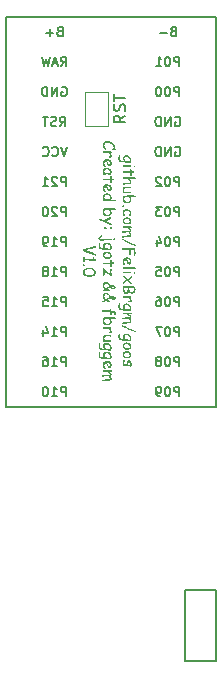
<source format=gbr>
%TF.GenerationSoftware,KiCad,Pcbnew,8.0.0*%
%TF.CreationDate,2024-06-08T15:13:20+02:00*%
%TF.ProjectId,goos-right,676f6f73-2d72-4696-9768-742e6b696361,rev?*%
%TF.SameCoordinates,Original*%
%TF.FileFunction,Legend,Top*%
%TF.FilePolarity,Positive*%
%FSLAX46Y46*%
G04 Gerber Fmt 4.6, Leading zero omitted, Abs format (unit mm)*
G04 Created by KiCad (PCBNEW 8.0.0) date 2024-06-08 15:13:20*
%MOMM*%
%LPD*%
G01*
G04 APERTURE LIST*
%ADD10C,0.100000*%
%ADD11C,0.150000*%
%ADD12C,0.120000*%
G04 APERTURE END LIST*
D10*
G36*
X237003722Y-43433846D02*
G01*
X237022609Y-43480538D01*
X237016953Y-43530042D01*
X237010642Y-43562847D01*
X237002976Y-43611737D01*
X236999908Y-43660515D01*
X236999895Y-43690586D01*
X237006840Y-43744385D01*
X237025754Y-43790377D01*
X237056635Y-43828561D01*
X237099485Y-43858938D01*
X237129344Y-43872792D01*
X237177551Y-43887339D01*
X237229099Y-43896888D01*
X237280241Y-43902710D01*
X237337806Y-43906350D01*
X237390683Y-43907718D01*
X237345651Y-43883132D01*
X237304931Y-43852891D01*
X237273447Y-43819302D01*
X237248145Y-43775368D01*
X237235742Y-43726516D01*
X237234604Y-43706462D01*
X237375052Y-43706462D01*
X237385115Y-43757936D01*
X237412021Y-43804156D01*
X237446615Y-43841284D01*
X237487712Y-43873241D01*
X237532643Y-43896878D01*
X237577285Y-43908451D01*
X237627130Y-43917672D01*
X237677895Y-43925358D01*
X237730253Y-43932309D01*
X237781029Y-43938434D01*
X237790020Y-43939470D01*
X237814290Y-43895153D01*
X237818841Y-43882317D01*
X237828032Y-43833003D01*
X237828367Y-43821256D01*
X237824428Y-43766928D01*
X237812612Y-43718280D01*
X237789462Y-43669638D01*
X237756024Y-43628414D01*
X237746057Y-43619268D01*
X237701241Y-43588334D01*
X237656052Y-43569337D01*
X237605826Y-43558338D01*
X237557745Y-43555276D01*
X237505219Y-43558973D01*
X237457633Y-43571580D01*
X237420725Y-43593134D01*
X237389503Y-43633458D01*
X237376167Y-43683796D01*
X237375052Y-43706462D01*
X237234604Y-43706462D01*
X237234368Y-43702310D01*
X237238505Y-43650141D01*
X237250917Y-43602413D01*
X237275235Y-43553305D01*
X237310360Y-43509997D01*
X237320830Y-43500077D01*
X237361123Y-43469718D01*
X237406348Y-43446816D01*
X237456506Y-43431370D01*
X237511595Y-43423381D01*
X237545289Y-43422164D01*
X237602576Y-43424763D01*
X237656286Y-43432563D01*
X237706418Y-43445562D01*
X237752972Y-43463761D01*
X237795948Y-43487160D01*
X237842797Y-43522102D01*
X237850104Y-43528653D01*
X237884371Y-43564944D01*
X237912830Y-43605122D01*
X237935481Y-43649189D01*
X237952324Y-43697143D01*
X237963359Y-43748985D01*
X237968586Y-43804715D01*
X237969050Y-43828095D01*
X237965825Y-43880114D01*
X237954238Y-43929833D01*
X237952198Y-43935318D01*
X237926448Y-43979422D01*
X237901884Y-44001263D01*
X237887236Y-44048863D01*
X237842249Y-44072986D01*
X237818841Y-44074780D01*
X237769006Y-44072022D01*
X237716021Y-44065267D01*
X237685973Y-44060370D01*
X237636574Y-44052483D01*
X237585855Y-44045213D01*
X237554570Y-44041808D01*
X237319853Y-44025932D01*
X237269174Y-44023679D01*
X237214608Y-44019293D01*
X237164950Y-44013014D01*
X237114208Y-44003519D01*
X237091242Y-43997844D01*
X237044512Y-43982508D01*
X236998091Y-43960660D01*
X236954771Y-43930570D01*
X236924180Y-43898926D01*
X236895756Y-43853069D01*
X236877547Y-43805431D01*
X236865556Y-43750781D01*
X236860226Y-43698356D01*
X236859211Y-43660545D01*
X236860332Y-43611480D01*
X236864205Y-43562403D01*
X236872505Y-43511066D01*
X236873377Y-43507160D01*
X236892029Y-43457934D01*
X236930377Y-43424835D01*
X236955687Y-43420698D01*
X237003722Y-43433846D01*
G37*
G36*
X238140997Y-44350042D02*
G01*
X238154541Y-44302266D01*
X238161514Y-44292889D01*
X238205963Y-44269164D01*
X238211339Y-44268953D01*
X238256999Y-44288612D01*
X238260921Y-44292889D01*
X238280951Y-44337986D01*
X238281681Y-44350042D01*
X238267976Y-44397496D01*
X238260921Y-44406706D01*
X238216714Y-44430190D01*
X238211339Y-44430398D01*
X238165479Y-44410940D01*
X238161514Y-44406706D01*
X238141498Y-44360120D01*
X238140997Y-44350042D01*
G37*
G36*
X237570690Y-44381061D02*
G01*
X237518483Y-44381611D01*
X237465624Y-44382744D01*
X237445394Y-44383259D01*
X237392873Y-44384650D01*
X237343453Y-44385549D01*
X237319853Y-44385702D01*
X237273301Y-44370456D01*
X237269539Y-44367139D01*
X237250076Y-44322031D01*
X237250000Y-44318291D01*
X237267173Y-44272352D01*
X237269539Y-44269930D01*
X237316050Y-44251197D01*
X237319853Y-44251124D01*
X237372243Y-44250513D01*
X237425160Y-44249254D01*
X237445394Y-44248681D01*
X237497886Y-44247291D01*
X237547197Y-44246392D01*
X237570690Y-44246239D01*
X237619698Y-44247047D01*
X237670913Y-44249184D01*
X237722431Y-44252250D01*
X237734577Y-44253078D01*
X237787237Y-44256502D01*
X237839721Y-44258992D01*
X237890125Y-44260133D01*
X237898464Y-44260161D01*
X237945742Y-44275606D01*
X237949511Y-44278967D01*
X237969031Y-44325506D01*
X237969050Y-44327328D01*
X237951877Y-44373295D01*
X237949511Y-44375688D01*
X237904267Y-44394571D01*
X237898464Y-44394739D01*
X237849456Y-44393930D01*
X237798241Y-44391793D01*
X237746724Y-44388728D01*
X237734577Y-44387900D01*
X237681917Y-44384594D01*
X237629434Y-44382190D01*
X237579030Y-44381088D01*
X237570690Y-44381061D01*
G37*
G36*
X237836182Y-45070314D02*
G01*
X237837404Y-45036120D01*
X237838869Y-45002171D01*
X237833905Y-44951355D01*
X237828367Y-44908870D01*
X237430251Y-44921815D01*
X237400697Y-44922547D01*
X237366259Y-44923280D01*
X237316124Y-44921566D01*
X237265414Y-44910811D01*
X237225796Y-44880222D01*
X237218736Y-44851228D01*
X237235240Y-44804631D01*
X237236322Y-44803357D01*
X237280286Y-44783085D01*
X237330400Y-44784094D01*
X237357222Y-44785039D01*
X237406810Y-44786816D01*
X237434159Y-44787237D01*
X237828367Y-44773559D01*
X237831402Y-44724211D01*
X237835438Y-44674456D01*
X237840334Y-44620907D01*
X237861767Y-44575112D01*
X237909455Y-44559847D01*
X237956650Y-44575092D01*
X237960502Y-44578409D01*
X237980754Y-44624001D01*
X237980774Y-44625792D01*
X237969050Y-44769896D01*
X238019750Y-44768655D01*
X238058688Y-44766720D01*
X238109551Y-44764434D01*
X238139776Y-44763790D01*
X238185450Y-44783573D01*
X238203506Y-44830629D01*
X238203524Y-44832422D01*
X238182272Y-44879205D01*
X238134667Y-44900248D01*
X238106803Y-44904718D01*
X238056581Y-44906641D01*
X238048185Y-44906672D01*
X238009839Y-44905450D01*
X237969050Y-44904718D01*
X237975308Y-44954691D01*
X237980041Y-45002171D01*
X237978913Y-45052133D01*
X237973203Y-45095716D01*
X237938521Y-45132546D01*
X237907257Y-45137481D01*
X237860062Y-45121835D01*
X237856210Y-45118430D01*
X237836202Y-45072136D01*
X237836182Y-45070314D01*
G37*
G36*
X237218736Y-45845053D02*
G01*
X237236991Y-45798927D01*
X237270516Y-45781061D01*
X237319242Y-45769681D01*
X237369923Y-45760722D01*
X237423366Y-45753067D01*
X237429762Y-45752240D01*
X237482602Y-45746337D01*
X237534743Y-45742044D01*
X237584107Y-45740076D01*
X237592184Y-45740028D01*
X237641714Y-45741531D01*
X237646161Y-45741738D01*
X237695395Y-45743421D01*
X237700139Y-45743448D01*
X237750103Y-45740362D01*
X237800192Y-45725250D01*
X237828241Y-45682934D01*
X237828367Y-45678967D01*
X237820615Y-45626155D01*
X237797359Y-45577015D01*
X237763174Y-45535930D01*
X237748988Y-45522896D01*
X237708172Y-45492877D01*
X237663902Y-45465585D01*
X237621375Y-45441525D01*
X237593893Y-45426665D01*
X237530558Y-45426321D01*
X237474031Y-45425291D01*
X237424313Y-45423573D01*
X237371738Y-45420461D01*
X237322691Y-45415309D01*
X237277843Y-45404683D01*
X237240482Y-45372263D01*
X237234368Y-45344843D01*
X237251112Y-45298189D01*
X237253419Y-45295506D01*
X237298367Y-45274278D01*
X237300069Y-45274257D01*
X237330111Y-45280363D01*
X237380741Y-45286158D01*
X237429762Y-45287935D01*
X237530879Y-45290133D01*
X238033286Y-45292087D01*
X238085002Y-45294868D01*
X238134408Y-45296800D01*
X238147348Y-45296972D01*
X238197540Y-45293262D01*
X238213293Y-45290377D01*
X238263400Y-45284098D01*
X238278018Y-45283783D01*
X238324216Y-45302349D01*
X238325401Y-45303566D01*
X238344134Y-45349061D01*
X238344207Y-45352659D01*
X238327871Y-45399370D01*
X238286322Y-45418605D01*
X238236425Y-45425563D01*
X238187378Y-45429089D01*
X238171039Y-45429351D01*
X238118374Y-45428699D01*
X238068650Y-45426954D01*
X238026936Y-45424711D01*
X237976718Y-45422433D01*
X237925808Y-45421310D01*
X237878925Y-45421291D01*
X237818597Y-45422024D01*
X237858035Y-45454359D01*
X237894786Y-45491692D01*
X237926617Y-45534466D01*
X237931437Y-45542436D01*
X237952852Y-45587521D01*
X237966075Y-45638812D01*
X237969050Y-45678723D01*
X237964425Y-45731281D01*
X237948164Y-45779716D01*
X237916365Y-45820255D01*
X237895045Y-45835283D01*
X237845849Y-45854322D01*
X237795834Y-45863778D01*
X237741936Y-45868713D01*
X237719434Y-45869721D01*
X237588520Y-45875339D01*
X237445638Y-45889016D01*
X237392812Y-45896085D01*
X237344489Y-45904192D01*
X237304466Y-45912464D01*
X237284682Y-45915150D01*
X237238728Y-45895667D01*
X237237543Y-45894390D01*
X237218810Y-45848623D01*
X237218736Y-45845053D01*
G37*
G36*
X237655687Y-46638598D02*
G01*
X237605157Y-46638738D01*
X237552730Y-46639045D01*
X237513538Y-46639330D01*
X237463980Y-46639685D01*
X237413589Y-46639960D01*
X237371388Y-46640063D01*
X237327180Y-46642261D01*
X237283217Y-46644704D01*
X237237950Y-46625908D01*
X237236810Y-46624676D01*
X237218754Y-46577864D01*
X237218736Y-46576071D01*
X237232879Y-46528656D01*
X237263433Y-46508660D01*
X237241827Y-46458351D01*
X237228557Y-46410128D01*
X237220875Y-46358608D01*
X237218736Y-46310824D01*
X237222553Y-46257653D01*
X237235566Y-46206108D01*
X237257815Y-46161836D01*
X237292044Y-46123236D01*
X237335624Y-46097104D01*
X237383356Y-46084166D01*
X237438120Y-46076497D01*
X237490976Y-46070127D01*
X237541923Y-46065057D01*
X237590963Y-46061288D01*
X237647291Y-46058480D01*
X237700872Y-46057544D01*
X237754695Y-46059167D01*
X237805944Y-46063334D01*
X237860399Y-46070066D01*
X237910676Y-46078060D01*
X237956224Y-46101209D01*
X237969050Y-46143273D01*
X237952950Y-46190099D01*
X237950732Y-46192610D01*
X237905384Y-46212619D01*
X237903593Y-46212638D01*
X237854133Y-46209108D01*
X237805408Y-46202624D01*
X237755917Y-46196299D01*
X237707133Y-46192893D01*
X237702581Y-46192854D01*
X237648879Y-46193328D01*
X237599145Y-46194747D01*
X237547938Y-46197476D01*
X237511584Y-46200426D01*
X237460705Y-46206497D01*
X237410101Y-46215905D01*
X237384089Y-46222896D01*
X237365771Y-46267593D01*
X237359420Y-46310824D01*
X237361700Y-46363430D01*
X237368539Y-46417659D01*
X237378446Y-46467225D01*
X237388241Y-46505241D01*
X237524773Y-46504753D01*
X237655198Y-46503287D01*
X237708264Y-46503742D01*
X237758650Y-46505107D01*
X237814049Y-46507851D01*
X237865801Y-46511833D01*
X237907257Y-46516232D01*
X237953602Y-46536687D01*
X237969050Y-46582910D01*
X237952736Y-46629736D01*
X237950488Y-46632247D01*
X237904570Y-46651054D01*
X237655687Y-46638598D01*
G37*
G36*
X237885565Y-46815532D02*
G01*
X237939378Y-46815745D01*
X237990956Y-46815990D01*
X238024249Y-46816162D01*
X238073165Y-46816411D01*
X238122375Y-46816637D01*
X238173213Y-46816823D01*
X238213293Y-46816895D01*
X238263572Y-46824258D01*
X238287055Y-46833992D01*
X238322737Y-46869064D01*
X238328576Y-46896518D01*
X238305297Y-46940806D01*
X238268981Y-46948053D01*
X238240893Y-46944634D01*
X238212805Y-46941214D01*
X238062840Y-46939261D01*
X237887962Y-46937795D01*
X237915519Y-46981816D01*
X237938939Y-47027567D01*
X237948778Y-47051368D01*
X237963329Y-47100523D01*
X237969031Y-47149761D01*
X237969050Y-47152729D01*
X237965066Y-47206184D01*
X237953114Y-47255723D01*
X237933193Y-47301347D01*
X237905303Y-47343055D01*
X237869445Y-47380848D01*
X237855722Y-47392575D01*
X237814071Y-47421959D01*
X237768985Y-47445263D01*
X237720465Y-47462488D01*
X237668510Y-47473633D01*
X237613120Y-47478699D01*
X237593893Y-47479037D01*
X237536841Y-47475482D01*
X237483103Y-47464818D01*
X237432679Y-47447043D01*
X237385570Y-47422159D01*
X237341775Y-47390165D01*
X237327913Y-47377921D01*
X237290810Y-47338350D01*
X237261384Y-47295294D01*
X237239633Y-47248752D01*
X237225560Y-47198723D01*
X237219163Y-47145208D01*
X237218736Y-47126595D01*
X237359420Y-47126595D01*
X237364714Y-47179808D01*
X237380595Y-47227342D01*
X237407063Y-47269196D01*
X237426343Y-47289993D01*
X237466732Y-47320927D01*
X237512338Y-47341736D01*
X237563161Y-47352423D01*
X237593649Y-47353985D01*
X237646191Y-47349908D01*
X237693632Y-47337679D01*
X237740363Y-47314528D01*
X237757292Y-47302450D01*
X237794773Y-47263900D01*
X237818372Y-47217861D01*
X237828089Y-47164333D01*
X237828367Y-47152729D01*
X237822570Y-47103014D01*
X237806805Y-47055845D01*
X237798080Y-47037446D01*
X237772203Y-46995175D01*
X237742149Y-46951308D01*
X237733112Y-46938528D01*
X237619295Y-46937062D01*
X237516713Y-46937795D01*
X237408757Y-46938528D01*
X237389995Y-46984123D01*
X237371877Y-47031340D01*
X237362157Y-47079390D01*
X237359420Y-47126595D01*
X237218736Y-47126595D01*
X237221774Y-47075273D01*
X237230887Y-47026333D01*
X237246076Y-46979774D01*
X237267341Y-46935597D01*
X237236429Y-46897266D01*
X237234368Y-46882108D01*
X237252442Y-46837656D01*
X237297871Y-46819582D01*
X237347988Y-46821186D01*
X237350139Y-46821291D01*
X237399202Y-46822986D01*
X237402651Y-46823001D01*
X237454849Y-46822619D01*
X237506704Y-46821764D01*
X237559441Y-46820616D01*
X237610114Y-46819333D01*
X237619050Y-46819093D01*
X237670648Y-46817848D01*
X237724441Y-46816721D01*
X237777477Y-46815862D01*
X237826375Y-46815444D01*
X237835694Y-46815429D01*
X237885565Y-46815532D01*
G37*
G36*
X237187473Y-47724257D02*
G01*
X237201487Y-47676813D01*
X237212386Y-47663685D01*
X237256075Y-47640558D01*
X237273447Y-47639016D01*
X237320799Y-47652892D01*
X237334019Y-47663685D01*
X237357833Y-47707099D01*
X237359420Y-47724257D01*
X237345132Y-47771243D01*
X237334019Y-47784341D01*
X237290513Y-47807925D01*
X237273447Y-47809498D01*
X237225545Y-47795347D01*
X237212386Y-47784341D01*
X237189030Y-47741201D01*
X237187473Y-47724257D01*
G37*
G36*
X237218736Y-48294564D02*
G01*
X237221639Y-48243365D01*
X237232361Y-48187799D01*
X237250984Y-48136722D01*
X237277508Y-48090133D01*
X237301290Y-48059602D01*
X237341866Y-48021059D01*
X237387724Y-47991983D01*
X237438865Y-47972373D01*
X237486904Y-47963099D01*
X237529902Y-47960684D01*
X237580944Y-47963947D01*
X237632587Y-47973736D01*
X237684831Y-47990051D01*
X237737676Y-48012891D01*
X237782173Y-48036910D01*
X237809071Y-48053496D01*
X237855159Y-48086344D01*
X237893435Y-48120468D01*
X237929056Y-48163100D01*
X237953427Y-48207571D01*
X237967644Y-48261775D01*
X237969050Y-48285771D01*
X237964482Y-48338413D01*
X237952269Y-48390651D01*
X237936566Y-48436225D01*
X237914523Y-48482173D01*
X237883707Y-48521147D01*
X237838225Y-48541147D01*
X237834473Y-48541249D01*
X237787920Y-48524975D01*
X237786601Y-48523908D01*
X237765840Y-48481410D01*
X237776831Y-48446727D01*
X237798569Y-48418395D01*
X237818938Y-48373055D01*
X237826941Y-48323590D01*
X237828367Y-48285771D01*
X237814917Y-48237752D01*
X237783907Y-48198722D01*
X237741225Y-48164222D01*
X237714549Y-48147041D01*
X237670254Y-48122678D01*
X237622894Y-48102162D01*
X237573774Y-48088423D01*
X237533810Y-48084515D01*
X237481210Y-48091817D01*
X237436922Y-48113722D01*
X237403872Y-48146309D01*
X237378564Y-48189833D01*
X237363761Y-48241150D01*
X237359420Y-48294564D01*
X237367428Y-48345475D01*
X237382135Y-48382492D01*
X237426099Y-48462115D01*
X237437578Y-48491668D01*
X237415840Y-48535632D01*
X237369744Y-48554122D01*
X237366259Y-48554194D01*
X237320111Y-48533952D01*
X237287949Y-48494706D01*
X237262700Y-48448437D01*
X237241448Y-48398742D01*
X237225992Y-48349416D01*
X237218779Y-48298411D01*
X237218736Y-48294564D01*
G37*
G36*
X237614265Y-48666158D02*
G01*
X237668418Y-48673785D01*
X237719961Y-48687475D01*
X237768893Y-48707228D01*
X237815216Y-48733042D01*
X237830076Y-48742994D01*
X237870113Y-48774845D01*
X237909199Y-48817961D01*
X237938514Y-48866418D01*
X237958057Y-48920217D01*
X237966879Y-48969128D01*
X237969050Y-49010928D01*
X237964645Y-49060067D01*
X237948372Y-49111492D01*
X237920106Y-49156558D01*
X237879850Y-49195267D01*
X237843754Y-49219023D01*
X237797445Y-49240902D01*
X237747209Y-49257171D01*
X237693046Y-49267830D01*
X237643496Y-49272501D01*
X237600000Y-49273245D01*
X237544593Y-49269851D01*
X237492311Y-49261132D01*
X237443156Y-49247090D01*
X237397125Y-49227724D01*
X237354221Y-49203035D01*
X237340614Y-49193622D01*
X237299194Y-49158640D01*
X237266345Y-49119639D01*
X237242064Y-49076620D01*
X237226354Y-49029582D01*
X237219212Y-48978526D01*
X237218743Y-48960859D01*
X237359420Y-48960859D01*
X237366667Y-49011566D01*
X237388409Y-49056709D01*
X237410956Y-49083713D01*
X237450564Y-49114830D01*
X237497948Y-49135214D01*
X237547242Y-49144382D01*
X237565073Y-49145506D01*
X237626622Y-49145399D01*
X237679989Y-49140194D01*
X237735192Y-49126517D01*
X237784559Y-49099589D01*
X237815517Y-49061190D01*
X237828065Y-49011319D01*
X237828367Y-49001891D01*
X237821049Y-48948686D01*
X237798545Y-48902552D01*
X237760856Y-48863489D01*
X237733356Y-48844843D01*
X237688497Y-48823237D01*
X237640199Y-48808702D01*
X237588463Y-48801238D01*
X237558234Y-48800147D01*
X237506306Y-48804436D01*
X237456675Y-48819262D01*
X237411889Y-48847803D01*
X237404849Y-48854369D01*
X237375436Y-48893860D01*
X237360529Y-48942159D01*
X237359420Y-48960859D01*
X237218743Y-48960859D01*
X237218736Y-48960614D01*
X237222804Y-48911709D01*
X237237412Y-48859567D01*
X237262646Y-48811425D01*
X237293440Y-48772581D01*
X237303733Y-48762045D01*
X237341380Y-48730415D01*
X237383612Y-48704949D01*
X237430429Y-48685649D01*
X237481832Y-48672515D01*
X237537820Y-48665545D01*
X237557501Y-48664592D01*
X237614265Y-48666158D01*
G37*
G36*
X237187473Y-50311277D02*
G01*
X237204362Y-50264566D01*
X237247313Y-50245332D01*
X237300669Y-50237570D01*
X237352044Y-50231396D01*
X237403334Y-50226018D01*
X237452003Y-50221427D01*
X237460537Y-50220663D01*
X237673761Y-50197216D01*
X237723554Y-50187261D01*
X237766573Y-50174013D01*
X237810927Y-50151119D01*
X237828367Y-50122966D01*
X237811766Y-50074041D01*
X237785868Y-50028200D01*
X237758723Y-49985129D01*
X237727675Y-49945984D01*
X237723098Y-49941738D01*
X237671542Y-49941949D01*
X237620067Y-49943772D01*
X237596336Y-49945157D01*
X237416085Y-49965918D01*
X237365145Y-49971581D01*
X237313348Y-49976018D01*
X237262639Y-49978547D01*
X237239986Y-49978863D01*
X237193560Y-49962119D01*
X237191137Y-49959812D01*
X237171861Y-49913288D01*
X237171842Y-49911452D01*
X237188586Y-49865270D01*
X237190893Y-49862847D01*
X237237660Y-49844059D01*
X237239497Y-49844041D01*
X237291096Y-49842708D01*
X237347246Y-49839284D01*
X237404315Y-49834561D01*
X237459130Y-49829229D01*
X237478611Y-49827188D01*
X237535248Y-49821544D01*
X237586459Y-49817067D01*
X237639346Y-49813321D01*
X237690744Y-49810985D01*
X237717969Y-49810579D01*
X237770359Y-49807193D01*
X237817986Y-49794872D01*
X237828367Y-49790063D01*
X237802313Y-49744511D01*
X237770183Y-49704685D01*
X237758513Y-49692366D01*
X237669853Y-49611277D01*
X237630827Y-49579077D01*
X237627599Y-49576106D01*
X237577712Y-49574213D01*
X237527715Y-49570309D01*
X237508653Y-49568535D01*
X237459571Y-49564224D01*
X237408176Y-49561229D01*
X237392637Y-49560963D01*
X237342855Y-49566379D01*
X237336217Y-49567558D01*
X237287148Y-49574094D01*
X237283949Y-49574152D01*
X237238727Y-49554440D01*
X237237543Y-49553147D01*
X237218810Y-49507538D01*
X237218736Y-49504055D01*
X237239603Y-49459835D01*
X237287716Y-49437308D01*
X237344452Y-49428282D01*
X237395324Y-49426385D01*
X237446493Y-49428278D01*
X237498173Y-49432182D01*
X237517934Y-49433957D01*
X237569395Y-49438268D01*
X237621033Y-49441166D01*
X237641032Y-49441529D01*
X237689970Y-49439667D01*
X237741253Y-49435733D01*
X237750209Y-49434934D01*
X237799783Y-49431064D01*
X237850280Y-49428683D01*
X237860118Y-49428584D01*
X237913075Y-49431048D01*
X237966640Y-49442001D01*
X238008489Y-49471368D01*
X238015945Y-49498681D01*
X237992476Y-49543566D01*
X237987369Y-49547774D01*
X237943314Y-49568937D01*
X237931193Y-49570000D01*
X237890648Y-49566581D01*
X237848883Y-49563161D01*
X237776587Y-49564627D01*
X237821152Y-49590206D01*
X237862950Y-49622367D01*
X237898202Y-49656942D01*
X237909455Y-49669651D01*
X237940882Y-49711001D01*
X237963231Y-49755331D01*
X237969050Y-49787865D01*
X237962776Y-49837522D01*
X237940719Y-49883352D01*
X237902781Y-49918555D01*
X237868667Y-49936120D01*
X237905237Y-49969218D01*
X237935424Y-50010090D01*
X237943893Y-50026002D01*
X237961091Y-50074635D01*
X237968436Y-50124984D01*
X237969050Y-50145681D01*
X237961265Y-50198422D01*
X237937909Y-50242096D01*
X237898983Y-50276702D01*
X237852150Y-50299544D01*
X237844487Y-50302240D01*
X237795059Y-50311704D01*
X237742005Y-50319084D01*
X237690373Y-50325562D01*
X237650314Y-50330328D01*
X237600062Y-50337950D01*
X237549697Y-50344892D01*
X237491617Y-50352371D01*
X237439597Y-50358741D01*
X237382639Y-50365453D01*
X237320742Y-50372510D01*
X237271079Y-50378027D01*
X237253907Y-50379910D01*
X237207013Y-50361347D01*
X237187550Y-50314936D01*
X237187473Y-50311277D01*
G37*
G36*
X237187473Y-50552345D02*
G01*
X237204570Y-50507649D01*
X237247069Y-50488353D01*
X237270516Y-50493238D01*
X237319865Y-50512273D01*
X237375559Y-50535947D01*
X237424683Y-50558227D01*
X237477867Y-50583475D01*
X237535111Y-50611693D01*
X237580709Y-50634805D01*
X237628591Y-50659587D01*
X237678757Y-50686039D01*
X237695987Y-50695227D01*
X237746965Y-50722242D01*
X237795667Y-50747600D01*
X237842093Y-50771301D01*
X237886244Y-50793344D01*
X237941573Y-50820157D01*
X237992856Y-50844024D01*
X238040095Y-50864945D01*
X238093454Y-50886953D01*
X238122435Y-50897949D01*
X238180046Y-50919736D01*
X238229902Y-50940157D01*
X238281317Y-50963762D01*
X238327021Y-50989270D01*
X238364420Y-51024952D01*
X238366189Y-51033992D01*
X238347871Y-51078444D01*
X238305861Y-51097739D01*
X238268004Y-51090168D01*
X238081158Y-51013231D01*
X238032148Y-50994630D01*
X237980373Y-50973263D01*
X237935116Y-50953346D01*
X237887938Y-50931508D01*
X237838840Y-50907751D01*
X237787822Y-50882073D01*
X237503524Y-50732352D01*
X237228018Y-50608032D01*
X237191433Y-50573735D01*
X237187473Y-50552345D01*
G37*
G36*
X238140997Y-51906427D02*
G01*
X238145638Y-51880293D01*
X238158507Y-51828116D01*
X238166411Y-51774406D01*
X238170597Y-51721749D01*
X238172156Y-51672410D01*
X238172260Y-51655101D01*
X238170368Y-51605825D01*
X238165606Y-51556398D01*
X238164689Y-51548856D01*
X238157126Y-51497024D01*
X238147641Y-51444886D01*
X238140997Y-51412568D01*
X237875261Y-51411347D01*
X237887443Y-51466214D01*
X237896632Y-51514771D01*
X237904051Y-51567926D01*
X237906524Y-51610649D01*
X237905547Y-51664001D01*
X237902616Y-51718299D01*
X237897732Y-51773544D01*
X237891854Y-51822659D01*
X237890893Y-51829735D01*
X237872192Y-51876017D01*
X237825152Y-51894152D01*
X237821284Y-51894215D01*
X237774130Y-51877766D01*
X237770237Y-51874187D01*
X237750287Y-51828506D01*
X237750209Y-51824850D01*
X237752682Y-51773373D01*
X237757544Y-51722065D01*
X237758025Y-51717628D01*
X237763085Y-51665566D01*
X237765810Y-51615246D01*
X237765840Y-51610649D01*
X237759246Y-51560263D01*
X237747522Y-51509765D01*
X237732455Y-51454486D01*
X237718946Y-51408660D01*
X237242428Y-51402310D01*
X237194929Y-51385351D01*
X237192358Y-51383015D01*
X237171922Y-51338064D01*
X237171842Y-51334411D01*
X237189444Y-51287799D01*
X237191870Y-51285318D01*
X237237579Y-51265855D01*
X237241207Y-51265778D01*
X237296213Y-51265959D01*
X237349267Y-51266384D01*
X237408879Y-51267061D01*
X237461292Y-51267782D01*
X237517903Y-51268663D01*
X237578712Y-51269705D01*
X237643719Y-51270907D01*
X237692868Y-51271824D01*
X237754726Y-51272906D01*
X237812386Y-51273828D01*
X237865849Y-51274589D01*
X237915113Y-51275190D01*
X237970791Y-51275716D01*
X238019909Y-51275991D01*
X238046231Y-51276037D01*
X238095519Y-51275559D01*
X238136357Y-51274815D01*
X238186206Y-51274114D01*
X238226482Y-51273838D01*
X238272910Y-51289284D01*
X238276796Y-51292645D01*
X238297233Y-51338026D01*
X238297313Y-51341738D01*
X238284856Y-51382282D01*
X238293357Y-51433864D01*
X238300835Y-51486692D01*
X238306350Y-51535422D01*
X238310368Y-51584195D01*
X238312713Y-51635192D01*
X238312944Y-51655101D01*
X238310798Y-51706650D01*
X238305195Y-51756878D01*
X238296115Y-51810738D01*
X238290963Y-51835841D01*
X238276717Y-51889612D01*
X238258262Y-51934892D01*
X238223323Y-51971682D01*
X238211339Y-51973838D01*
X238164200Y-51956009D01*
X238141201Y-51911885D01*
X238140997Y-51906427D01*
G37*
G36*
X237591686Y-52057771D02*
G01*
X237643317Y-52064103D01*
X237692122Y-52074658D01*
X237746956Y-52092896D01*
X237797721Y-52117213D01*
X237836915Y-52142122D01*
X237874981Y-52173052D01*
X237912144Y-52214245D01*
X237940017Y-52259886D01*
X237958598Y-52309974D01*
X237967889Y-52364511D01*
X237969050Y-52393448D01*
X237966623Y-52447853D01*
X237959342Y-52497007D01*
X237945348Y-52546028D01*
X237930216Y-52579561D01*
X237899093Y-52622419D01*
X237854996Y-52653588D01*
X237806743Y-52666835D01*
X237782693Y-52668221D01*
X237732272Y-52657299D01*
X237689191Y-52628097D01*
X237656175Y-52590552D01*
X237631224Y-52545859D01*
X237610050Y-52501526D01*
X237587854Y-52451868D01*
X237584856Y-52444983D01*
X237469574Y-52182666D01*
X237429556Y-52217084D01*
X237398406Y-52257629D01*
X237387020Y-52278409D01*
X237369150Y-52328148D01*
X237360741Y-52379571D01*
X237359420Y-52412010D01*
X237363695Y-52463545D01*
X237373462Y-52511532D01*
X237376517Y-52523385D01*
X237393049Y-52572293D01*
X237418681Y-52614755D01*
X237433426Y-52627676D01*
X237466628Y-52664771D01*
X237468841Y-52677990D01*
X237449790Y-52720733D01*
X237405338Y-52739784D01*
X237357591Y-52727786D01*
X237318331Y-52696473D01*
X237286385Y-52652322D01*
X237267829Y-52616930D01*
X237248700Y-52571155D01*
X237232592Y-52519528D01*
X237222620Y-52468634D01*
X237218784Y-52418473D01*
X237218736Y-52412254D01*
X237221467Y-52356080D01*
X237229659Y-52304062D01*
X237243311Y-52256200D01*
X237266142Y-52205614D01*
X237289496Y-52170942D01*
X237586810Y-52170942D01*
X237679867Y-52381724D01*
X237703647Y-52432701D01*
X237726049Y-52476853D01*
X237752824Y-52523590D01*
X237777320Y-52559044D01*
X237804239Y-52517475D01*
X237821188Y-52466652D01*
X237827918Y-52412998D01*
X237828367Y-52393448D01*
X237822475Y-52343831D01*
X237802385Y-52295589D01*
X237771750Y-52257493D01*
X237768039Y-52253985D01*
X237724523Y-52221947D01*
X237675163Y-52197844D01*
X237623177Y-52180183D01*
X237586810Y-52170942D01*
X237289496Y-52170942D01*
X237296406Y-52160684D01*
X237331067Y-52124992D01*
X237377626Y-52092685D01*
X237422781Y-52072993D01*
X237472778Y-52060685D01*
X237527618Y-52055762D01*
X237537229Y-52055660D01*
X237591686Y-52057771D01*
G37*
G36*
X237799302Y-53032631D02*
G01*
X237451256Y-53022373D01*
X237397703Y-53021486D01*
X237344933Y-53019597D01*
X237295470Y-53017330D01*
X237288834Y-53017000D01*
X237240916Y-53000731D01*
X237219010Y-52956950D01*
X237218736Y-52949589D01*
X237234407Y-52901203D01*
X237281419Y-52882441D01*
X237290055Y-52882177D01*
X237344452Y-52882776D01*
X237396057Y-52884070D01*
X237446764Y-52885756D01*
X237503447Y-52887974D01*
X237544556Y-52889749D01*
X237595598Y-52891930D01*
X237651354Y-52894060D01*
X237701117Y-52895657D01*
X237751598Y-52896847D01*
X237799302Y-52897321D01*
X237849227Y-52897484D01*
X237902191Y-52897975D01*
X237958194Y-52898793D01*
X238008614Y-52899755D01*
X238052337Y-52900740D01*
X238104619Y-52901902D01*
X238154667Y-52902824D01*
X238210236Y-52903595D01*
X238262766Y-52904039D01*
X238305373Y-52904159D01*
X238353291Y-52917062D01*
X238375197Y-52963407D01*
X238375471Y-52971570D01*
X238360068Y-53020307D01*
X238313861Y-53039205D01*
X238305373Y-53039470D01*
X238255448Y-53039306D01*
X238202484Y-53038815D01*
X238146481Y-53037997D01*
X238096060Y-53037036D01*
X238052337Y-53036050D01*
X238000056Y-53034888D01*
X237950007Y-53033967D01*
X237894439Y-53033195D01*
X237841909Y-53032751D01*
X237799302Y-53032631D01*
G37*
G36*
X238140997Y-53372373D02*
G01*
X238154541Y-53324597D01*
X238161514Y-53315220D01*
X238205963Y-53291495D01*
X238211339Y-53291284D01*
X238256999Y-53310942D01*
X238260921Y-53315220D01*
X238280951Y-53360317D01*
X238281681Y-53372373D01*
X238267976Y-53419827D01*
X238260921Y-53429037D01*
X238216714Y-53452521D01*
X238211339Y-53452729D01*
X238165479Y-53433271D01*
X238161514Y-53429037D01*
X238141498Y-53382450D01*
X238140997Y-53372373D01*
G37*
G36*
X237570690Y-53403392D02*
G01*
X237518483Y-53403941D01*
X237465624Y-53405075D01*
X237445394Y-53405590D01*
X237392873Y-53406980D01*
X237343453Y-53407880D01*
X237319853Y-53408032D01*
X237273301Y-53392787D01*
X237269539Y-53389470D01*
X237250076Y-53344361D01*
X237250000Y-53340621D01*
X237267173Y-53294683D01*
X237269539Y-53292261D01*
X237316050Y-53273528D01*
X237319853Y-53273455D01*
X237372243Y-53272844D01*
X237425160Y-53271585D01*
X237445394Y-53271012D01*
X237497886Y-53269622D01*
X237547197Y-53268722D01*
X237570690Y-53268570D01*
X237619698Y-53269378D01*
X237670913Y-53271515D01*
X237722431Y-53274580D01*
X237734577Y-53275408D01*
X237787237Y-53278832D01*
X237839721Y-53281323D01*
X237890125Y-53282464D01*
X237898464Y-53282492D01*
X237945742Y-53297937D01*
X237949511Y-53301298D01*
X237969031Y-53347837D01*
X237969050Y-53349658D01*
X237951877Y-53395626D01*
X237949511Y-53398018D01*
X237904267Y-53416902D01*
X237898464Y-53417069D01*
X237849456Y-53416261D01*
X237798241Y-53414124D01*
X237746724Y-53411059D01*
X237734577Y-53410231D01*
X237681917Y-53406925D01*
X237629434Y-53404520D01*
X237579030Y-53403418D01*
X237570690Y-53403392D01*
G37*
G36*
X237843021Y-54264104D02*
G01*
X237747034Y-54163964D01*
X237623203Y-54041598D01*
X237330111Y-54265813D01*
X237286880Y-54282910D01*
X237240786Y-54263427D01*
X237239497Y-54262150D01*
X237218757Y-54217127D01*
X237218736Y-54215499D01*
X237241062Y-54170791D01*
X237244138Y-54168116D01*
X237282811Y-54135847D01*
X237326323Y-54100877D01*
X237369889Y-54066579D01*
X237409525Y-54035766D01*
X237453413Y-54001954D01*
X237501552Y-53965142D01*
X237527215Y-53945611D01*
X237388485Y-53811522D01*
X237352185Y-53772452D01*
X237315100Y-53734060D01*
X237279696Y-53698126D01*
X237274912Y-53693308D01*
X237250218Y-53650658D01*
X237250000Y-53645925D01*
X237270516Y-53599763D01*
X237315023Y-53579570D01*
X237318387Y-53579491D01*
X237361863Y-53596588D01*
X237399725Y-53631064D01*
X237423168Y-53656427D01*
X237456810Y-53693765D01*
X237481053Y-53718953D01*
X237634926Y-53865255D01*
X237765108Y-53775129D01*
X237805611Y-53745711D01*
X237846089Y-53712695D01*
X237878925Y-53680363D01*
X237921448Y-53654867D01*
X237929972Y-53654229D01*
X237976139Y-53671402D01*
X237978820Y-53673769D01*
X238000314Y-53718709D01*
X237976969Y-53765789D01*
X237940550Y-53802744D01*
X237900604Y-53836001D01*
X237894068Y-53841075D01*
X237729204Y-53960021D01*
X237855966Y-54094599D01*
X237894297Y-54133098D01*
X237932128Y-54168307D01*
X237970756Y-54199692D01*
X237982728Y-54207928D01*
X238013869Y-54245572D01*
X238015945Y-54260196D01*
X237996920Y-54306046D01*
X237995673Y-54307335D01*
X237950436Y-54328075D01*
X237948778Y-54328095D01*
X237899711Y-54310035D01*
X237859366Y-54279102D01*
X237843021Y-54264104D01*
G37*
G36*
X237552632Y-54495936D02*
G01*
X237607888Y-54497894D01*
X237661520Y-54500522D01*
X237710635Y-54503380D01*
X237763768Y-54506847D01*
X237774877Y-54507614D01*
X237832716Y-54511590D01*
X237885330Y-54514970D01*
X237941573Y-54518238D01*
X237997683Y-54520966D01*
X238049271Y-54522653D01*
X238054780Y-54522757D01*
X238104756Y-54523321D01*
X238156293Y-54525371D01*
X238210149Y-54528393D01*
X238239916Y-54530328D01*
X238283903Y-54551941D01*
X238284612Y-54553043D01*
X238297008Y-54601296D01*
X238305861Y-54652755D01*
X238311174Y-54707420D01*
X238312917Y-54757881D01*
X238312944Y-54765290D01*
X238309052Y-54817716D01*
X238297377Y-54869208D01*
X238277917Y-54919764D01*
X238250674Y-54969385D01*
X238231612Y-54997321D01*
X238194978Y-55040981D01*
X238155236Y-55075608D01*
X238112386Y-55101202D01*
X238066427Y-55117763D01*
X238017360Y-55125290D01*
X238000314Y-55125792D01*
X237947694Y-55122441D01*
X237898676Y-55112388D01*
X237844609Y-55091476D01*
X237795728Y-55060913D01*
X237758955Y-55028072D01*
X237725785Y-54988528D01*
X237703681Y-55036812D01*
X237677354Y-55083358D01*
X237646289Y-55125423D01*
X237630041Y-55142645D01*
X237589352Y-55173901D01*
X237542326Y-55191482D01*
X237515736Y-55193936D01*
X237465299Y-55185135D01*
X237420843Y-55162163D01*
X237382074Y-55129774D01*
X237358199Y-55103810D01*
X237327182Y-55064135D01*
X237299345Y-55019115D01*
X237278087Y-54972652D01*
X237260989Y-54922245D01*
X237246789Y-54867651D01*
X237235487Y-54808872D01*
X237228532Y-54758835D01*
X237223431Y-54706118D01*
X237220185Y-54650723D01*
X237219717Y-54631201D01*
X237359420Y-54631201D01*
X237362235Y-54685825D01*
X237366862Y-54737193D01*
X237374808Y-54794538D01*
X237385363Y-54847194D01*
X237398530Y-54895162D01*
X237408757Y-54924536D01*
X237429873Y-54968679D01*
X237459791Y-55010889D01*
X237464445Y-55016371D01*
X237499517Y-55051448D01*
X237516468Y-55058381D01*
X237556349Y-55027383D01*
X237581956Y-54981101D01*
X237586810Y-54970454D01*
X237607178Y-54921476D01*
X237623218Y-54873459D01*
X237631507Y-54841982D01*
X237642986Y-54769198D01*
X237642095Y-54749414D01*
X237781472Y-54749414D01*
X237788448Y-54798843D01*
X237803340Y-54848830D01*
X237825688Y-54892867D01*
X237844731Y-54918919D01*
X237881233Y-54953158D01*
X237928135Y-54978059D01*
X237976057Y-54988642D01*
X237999092Y-54989749D01*
X238049513Y-54977817D01*
X238089722Y-54949083D01*
X238117550Y-54917453D01*
X238143997Y-54876267D01*
X238163231Y-54828964D01*
X238171780Y-54780039D01*
X238172260Y-54765046D01*
X238171608Y-54715243D01*
X238168449Y-54666091D01*
X238167620Y-54660021D01*
X238049651Y-54658556D01*
X237788799Y-54644878D01*
X237784725Y-54696961D01*
X237781480Y-54746231D01*
X237781472Y-54749414D01*
X237642095Y-54749414D01*
X237641765Y-54742087D01*
X237640788Y-54714243D01*
X237643523Y-54663518D01*
X237647138Y-54635353D01*
X237596286Y-54633163D01*
X237544536Y-54631691D01*
X237497173Y-54631201D01*
X237359420Y-54631201D01*
X237219717Y-54631201D01*
X237218794Y-54592649D01*
X237218736Y-54577711D01*
X237236795Y-54531622D01*
X237246092Y-54521535D01*
X237289878Y-54496420D01*
X237302512Y-54495157D01*
X237499127Y-54495157D01*
X237552632Y-54495936D01*
G37*
G36*
X237771946Y-55876106D02*
G01*
X237723972Y-55865793D01*
X237690645Y-55829310D01*
X237687683Y-55807474D01*
X237706639Y-55761355D01*
X237754849Y-55748367D01*
X237802477Y-55746169D01*
X237859630Y-55744215D01*
X237850959Y-55692680D01*
X237835950Y-55641126D01*
X237815376Y-55596372D01*
X237798569Y-55570314D01*
X237762501Y-55530759D01*
X237720445Y-55499008D01*
X237675050Y-55473857D01*
X237663991Y-55468709D01*
X237288101Y-55470175D01*
X237240684Y-55457178D01*
X237219007Y-55410497D01*
X237218736Y-55402275D01*
X237238175Y-55355012D01*
X237287613Y-55341703D01*
X237765352Y-55341703D01*
X237816700Y-55342832D01*
X237832763Y-55343413D01*
X237882070Y-55344920D01*
X237900174Y-55345122D01*
X237949612Y-55358432D01*
X237969050Y-55405695D01*
X237948340Y-55451750D01*
X237903011Y-55470095D01*
X237860851Y-55473594D01*
X237896525Y-55515514D01*
X237926152Y-55558841D01*
X237949734Y-55603575D01*
X237967268Y-55649716D01*
X237978756Y-55697265D01*
X237984198Y-55746221D01*
X237984682Y-55766197D01*
X237974363Y-55814801D01*
X237943405Y-55849240D01*
X237895706Y-55869050D01*
X237844255Y-55876165D01*
X237819330Y-55876839D01*
X237771946Y-55876106D01*
G37*
G36*
X237003722Y-55971320D02*
G01*
X237022609Y-56018011D01*
X237016953Y-56067515D01*
X237010642Y-56100321D01*
X237002976Y-56149211D01*
X236999908Y-56197989D01*
X236999895Y-56228060D01*
X237006840Y-56281859D01*
X237025754Y-56327851D01*
X237056635Y-56366035D01*
X237099485Y-56396412D01*
X237129344Y-56410265D01*
X237177551Y-56424813D01*
X237229099Y-56434362D01*
X237280241Y-56440184D01*
X237337806Y-56443824D01*
X237390683Y-56445192D01*
X237345651Y-56420606D01*
X237304931Y-56390365D01*
X237273447Y-56356776D01*
X237248145Y-56312842D01*
X237235742Y-56263990D01*
X237234604Y-56243936D01*
X237375052Y-56243936D01*
X237385115Y-56295410D01*
X237412021Y-56341629D01*
X237446615Y-56378758D01*
X237487712Y-56410715D01*
X237532643Y-56434352D01*
X237577285Y-56445925D01*
X237627130Y-56455146D01*
X237677895Y-56462832D01*
X237730253Y-56469783D01*
X237781029Y-56475908D01*
X237790020Y-56476944D01*
X237814290Y-56432627D01*
X237818841Y-56419791D01*
X237828032Y-56370477D01*
X237828367Y-56358730D01*
X237824428Y-56304402D01*
X237812612Y-56255754D01*
X237789462Y-56207112D01*
X237756024Y-56165888D01*
X237746057Y-56156741D01*
X237701241Y-56125808D01*
X237656052Y-56106810D01*
X237605826Y-56095812D01*
X237557745Y-56092750D01*
X237505219Y-56096447D01*
X237457633Y-56109054D01*
X237420725Y-56130607D01*
X237389503Y-56170932D01*
X237376167Y-56221270D01*
X237375052Y-56243936D01*
X237234604Y-56243936D01*
X237234368Y-56239784D01*
X237238505Y-56187615D01*
X237250917Y-56139887D01*
X237275235Y-56090779D01*
X237310360Y-56047471D01*
X237320830Y-56037551D01*
X237361123Y-56007192D01*
X237406348Y-55984290D01*
X237456506Y-55968844D01*
X237511595Y-55960855D01*
X237545289Y-55959637D01*
X237602576Y-55962237D01*
X237656286Y-55970037D01*
X237706418Y-55983036D01*
X237752972Y-56001235D01*
X237795948Y-56024634D01*
X237842797Y-56059576D01*
X237850104Y-56066127D01*
X237884371Y-56102418D01*
X237912830Y-56142596D01*
X237935481Y-56186663D01*
X237952324Y-56234617D01*
X237963359Y-56286459D01*
X237968586Y-56342188D01*
X237969050Y-56365569D01*
X237965825Y-56417588D01*
X237954238Y-56467307D01*
X237952198Y-56472792D01*
X237926448Y-56516896D01*
X237901884Y-56538737D01*
X237887236Y-56586337D01*
X237842249Y-56610459D01*
X237818841Y-56612254D01*
X237769006Y-56609496D01*
X237716021Y-56602741D01*
X237685973Y-56597844D01*
X237636574Y-56589957D01*
X237585855Y-56582687D01*
X237554570Y-56579281D01*
X237319853Y-56563406D01*
X237269174Y-56561153D01*
X237214608Y-56556767D01*
X237164950Y-56550488D01*
X237114208Y-56540993D01*
X237091242Y-56535318D01*
X237044512Y-56519982D01*
X236998091Y-56498134D01*
X236954771Y-56468044D01*
X236924180Y-56436399D01*
X236895756Y-56390543D01*
X236877547Y-56342905D01*
X236865556Y-56288255D01*
X236860226Y-56235830D01*
X236859211Y-56198018D01*
X236860332Y-56148954D01*
X236864205Y-56099877D01*
X236872505Y-56048540D01*
X236873377Y-56044634D01*
X236892029Y-55995408D01*
X236930377Y-55962309D01*
X236955687Y-55958172D01*
X237003722Y-55971320D01*
G37*
G36*
X237187473Y-57628793D02*
G01*
X237204362Y-57582082D01*
X237247313Y-57562847D01*
X237300669Y-57555086D01*
X237352044Y-57548911D01*
X237403334Y-57543533D01*
X237452003Y-57538942D01*
X237460537Y-57538179D01*
X237673761Y-57514732D01*
X237723554Y-57504777D01*
X237766573Y-57491529D01*
X237810927Y-57468634D01*
X237828367Y-57440482D01*
X237811766Y-57391557D01*
X237785868Y-57345716D01*
X237758723Y-57302645D01*
X237727675Y-57263500D01*
X237723098Y-57259254D01*
X237671542Y-57259464D01*
X237620067Y-57261288D01*
X237596336Y-57262673D01*
X237416085Y-57283434D01*
X237365145Y-57289097D01*
X237313348Y-57293534D01*
X237262639Y-57296062D01*
X237239986Y-57296378D01*
X237193560Y-57279634D01*
X237191137Y-57277328D01*
X237171861Y-57230804D01*
X237171842Y-57228967D01*
X237188586Y-57182786D01*
X237190893Y-57180363D01*
X237237660Y-57161575D01*
X237239497Y-57161556D01*
X237291096Y-57160223D01*
X237347246Y-57156800D01*
X237404315Y-57152077D01*
X237459130Y-57146744D01*
X237478611Y-57144704D01*
X237535248Y-57139059D01*
X237586459Y-57134583D01*
X237639346Y-57130836D01*
X237690744Y-57128501D01*
X237717969Y-57128095D01*
X237770359Y-57124709D01*
X237817986Y-57112387D01*
X237828367Y-57107579D01*
X237802313Y-57062027D01*
X237770183Y-57022201D01*
X237758513Y-57009882D01*
X237669853Y-56928793D01*
X237630827Y-56896593D01*
X237627599Y-56893622D01*
X237577712Y-56891729D01*
X237527715Y-56887825D01*
X237508653Y-56886050D01*
X237459571Y-56881740D01*
X237408176Y-56878745D01*
X237392637Y-56878479D01*
X237342855Y-56883895D01*
X237336217Y-56885074D01*
X237287148Y-56891610D01*
X237283949Y-56891668D01*
X237238727Y-56871955D01*
X237237543Y-56870663D01*
X237218810Y-56825054D01*
X237218736Y-56821570D01*
X237239603Y-56777350D01*
X237287716Y-56754823D01*
X237344452Y-56745797D01*
X237395324Y-56743901D01*
X237446493Y-56745794D01*
X237498173Y-56749698D01*
X237517934Y-56751473D01*
X237569395Y-56755783D01*
X237621033Y-56758682D01*
X237641032Y-56759044D01*
X237689970Y-56757183D01*
X237741253Y-56753248D01*
X237750209Y-56752450D01*
X237799783Y-56748580D01*
X237850280Y-56746199D01*
X237860118Y-56746099D01*
X237913075Y-56748564D01*
X237966640Y-56759516D01*
X238008489Y-56788884D01*
X238015945Y-56816197D01*
X237992476Y-56861082D01*
X237987369Y-56865290D01*
X237943314Y-56886452D01*
X237931193Y-56887516D01*
X237890648Y-56884097D01*
X237848883Y-56880677D01*
X237776587Y-56882143D01*
X237821152Y-56907721D01*
X237862950Y-56939883D01*
X237898202Y-56974457D01*
X237909455Y-56987167D01*
X237940882Y-57028517D01*
X237963231Y-57072847D01*
X237969050Y-57105381D01*
X237962776Y-57155038D01*
X237940719Y-57200867D01*
X237902781Y-57236071D01*
X237868667Y-57253636D01*
X237905237Y-57286733D01*
X237935424Y-57327606D01*
X237943893Y-57343517D01*
X237961091Y-57392150D01*
X237968436Y-57442500D01*
X237969050Y-57463196D01*
X237961265Y-57515938D01*
X237937909Y-57559611D01*
X237898983Y-57594217D01*
X237852150Y-57617060D01*
X237844487Y-57619756D01*
X237795059Y-57629219D01*
X237742005Y-57636600D01*
X237690373Y-57643077D01*
X237650314Y-57647844D01*
X237600062Y-57655466D01*
X237549697Y-57662408D01*
X237491617Y-57669887D01*
X237439597Y-57676256D01*
X237382639Y-57682969D01*
X237320742Y-57690025D01*
X237271079Y-57695543D01*
X237253907Y-57697425D01*
X237207013Y-57678863D01*
X237187550Y-57632452D01*
X237187473Y-57628793D01*
G37*
G36*
X237187473Y-57869861D02*
G01*
X237204570Y-57825164D01*
X237247069Y-57805869D01*
X237270516Y-57810754D01*
X237319865Y-57829789D01*
X237375559Y-57853463D01*
X237424683Y-57875743D01*
X237477867Y-57900991D01*
X237535111Y-57929209D01*
X237580709Y-57952321D01*
X237628591Y-57977102D01*
X237678757Y-58003554D01*
X237695987Y-58012743D01*
X237746965Y-58039758D01*
X237795667Y-58065116D01*
X237842093Y-58088816D01*
X237886244Y-58110860D01*
X237941573Y-58137673D01*
X237992856Y-58161540D01*
X238040095Y-58182461D01*
X238093454Y-58204469D01*
X238122435Y-58215464D01*
X238180046Y-58237252D01*
X238229902Y-58257673D01*
X238281317Y-58281277D01*
X238327021Y-58306786D01*
X238364420Y-58342468D01*
X238366189Y-58351508D01*
X238347871Y-58395960D01*
X238305861Y-58415255D01*
X238268004Y-58407683D01*
X238081158Y-58330747D01*
X238032148Y-58312145D01*
X237980373Y-58290779D01*
X237935116Y-58270861D01*
X237887938Y-58249024D01*
X237838840Y-58225266D01*
X237787822Y-58199589D01*
X237503524Y-58049868D01*
X237228018Y-57925548D01*
X237191433Y-57891251D01*
X237187473Y-57869861D01*
G37*
G36*
X237003722Y-58517308D02*
G01*
X237022609Y-58563999D01*
X237016953Y-58613503D01*
X237010642Y-58646309D01*
X237002976Y-58695198D01*
X236999908Y-58743976D01*
X236999895Y-58774048D01*
X237006840Y-58827846D01*
X237025754Y-58873838D01*
X237056635Y-58912022D01*
X237099485Y-58942400D01*
X237129344Y-58956253D01*
X237177551Y-58970801D01*
X237229099Y-58980349D01*
X237280241Y-58986171D01*
X237337806Y-58989812D01*
X237390683Y-58991180D01*
X237345651Y-58966593D01*
X237304931Y-58936352D01*
X237273447Y-58902764D01*
X237248145Y-58858829D01*
X237235742Y-58809977D01*
X237234604Y-58789923D01*
X237375052Y-58789923D01*
X237385115Y-58841398D01*
X237412021Y-58887617D01*
X237446615Y-58924746D01*
X237487712Y-58956702D01*
X237532643Y-58980339D01*
X237577285Y-58991912D01*
X237627130Y-59001133D01*
X237677895Y-59008819D01*
X237730253Y-59015770D01*
X237781029Y-59021895D01*
X237790020Y-59022931D01*
X237814290Y-58978614D01*
X237818841Y-58965778D01*
X237828032Y-58916464D01*
X237828367Y-58904718D01*
X237824428Y-58850390D01*
X237812612Y-58801742D01*
X237789462Y-58753099D01*
X237756024Y-58711875D01*
X237746057Y-58702729D01*
X237701241Y-58671795D01*
X237656052Y-58652798D01*
X237605826Y-58641799D01*
X237557745Y-58638737D01*
X237505219Y-58642434D01*
X237457633Y-58655041D01*
X237420725Y-58676595D01*
X237389503Y-58716920D01*
X237376167Y-58767257D01*
X237375052Y-58789923D01*
X237234604Y-58789923D01*
X237234368Y-58785771D01*
X237238505Y-58733602D01*
X237250917Y-58685874D01*
X237275235Y-58636766D01*
X237310360Y-58593459D01*
X237320830Y-58583538D01*
X237361123Y-58553179D01*
X237406348Y-58530277D01*
X237456506Y-58514831D01*
X237511595Y-58506842D01*
X237545289Y-58505625D01*
X237602576Y-58508225D01*
X237656286Y-58516024D01*
X237706418Y-58529023D01*
X237752972Y-58547222D01*
X237795948Y-58570621D01*
X237842797Y-58605563D01*
X237850104Y-58612115D01*
X237884371Y-58648405D01*
X237912830Y-58688584D01*
X237935481Y-58732650D01*
X237952324Y-58780604D01*
X237963359Y-58832446D01*
X237968586Y-58888176D01*
X237969050Y-58911556D01*
X237965825Y-58963575D01*
X237954238Y-59013294D01*
X237952198Y-59018779D01*
X237926448Y-59062883D01*
X237901884Y-59084725D01*
X237887236Y-59132324D01*
X237842249Y-59156447D01*
X237818841Y-59158242D01*
X237769006Y-59155483D01*
X237716021Y-59148729D01*
X237685973Y-59143831D01*
X237636574Y-59135945D01*
X237585855Y-59128674D01*
X237554570Y-59125269D01*
X237319853Y-59109393D01*
X237269174Y-59107141D01*
X237214608Y-59102754D01*
X237164950Y-59096475D01*
X237114208Y-59086980D01*
X237091242Y-59081305D01*
X237044512Y-59065970D01*
X236998091Y-59044121D01*
X236954771Y-59014032D01*
X236924180Y-58982387D01*
X236895756Y-58936530D01*
X236877547Y-58888892D01*
X236865556Y-58834242D01*
X236860226Y-58781818D01*
X236859211Y-58744006D01*
X236860332Y-58694942D01*
X236864205Y-58645864D01*
X236872505Y-58594527D01*
X236873377Y-58590621D01*
X236892029Y-58541395D01*
X236930377Y-58508297D01*
X236955687Y-58504159D01*
X237003722Y-58517308D01*
G37*
G36*
X237614265Y-59265320D02*
G01*
X237668418Y-59272948D01*
X237719961Y-59286638D01*
X237768893Y-59306390D01*
X237815216Y-59332205D01*
X237830076Y-59342157D01*
X237870113Y-59374007D01*
X237909199Y-59417124D01*
X237938514Y-59465581D01*
X237958057Y-59519379D01*
X237966879Y-59568291D01*
X237969050Y-59610091D01*
X237964645Y-59659230D01*
X237948372Y-59710654D01*
X237920106Y-59755721D01*
X237879850Y-59794429D01*
X237843754Y-59818186D01*
X237797445Y-59840065D01*
X237747209Y-59856334D01*
X237693046Y-59866992D01*
X237643496Y-59871664D01*
X237600000Y-59872408D01*
X237544593Y-59869013D01*
X237492311Y-59860295D01*
X237443156Y-59846253D01*
X237397125Y-59826887D01*
X237354221Y-59802198D01*
X237340614Y-59792785D01*
X237299194Y-59757803D01*
X237266345Y-59718802D01*
X237242064Y-59675783D01*
X237226354Y-59628745D01*
X237219212Y-59577689D01*
X237218742Y-59560021D01*
X237359420Y-59560021D01*
X237366667Y-59610728D01*
X237388409Y-59655871D01*
X237410956Y-59682875D01*
X237450564Y-59713992D01*
X237497948Y-59734376D01*
X237547242Y-59743545D01*
X237565073Y-59744669D01*
X237626622Y-59744562D01*
X237679989Y-59739356D01*
X237735192Y-59725680D01*
X237784559Y-59698752D01*
X237815517Y-59660353D01*
X237828065Y-59610481D01*
X237828367Y-59601054D01*
X237821049Y-59547849D01*
X237798545Y-59501715D01*
X237760856Y-59462652D01*
X237733356Y-59444006D01*
X237688497Y-59422400D01*
X237640199Y-59407865D01*
X237588463Y-59400401D01*
X237558234Y-59399309D01*
X237506306Y-59403598D01*
X237456675Y-59418425D01*
X237411889Y-59446965D01*
X237404849Y-59453531D01*
X237375436Y-59493022D01*
X237360529Y-59541321D01*
X237359420Y-59560021D01*
X237218742Y-59560021D01*
X237218736Y-59559777D01*
X237222804Y-59510872D01*
X237237412Y-59458730D01*
X237262646Y-59410587D01*
X237293440Y-59371743D01*
X237303733Y-59361208D01*
X237341380Y-59329577D01*
X237383612Y-59304112D01*
X237430429Y-59284812D01*
X237481832Y-59271677D01*
X237537820Y-59264708D01*
X237557501Y-59263755D01*
X237614265Y-59265320D01*
G37*
G36*
X237614265Y-60000980D02*
G01*
X237668418Y-60008608D01*
X237719961Y-60022298D01*
X237768893Y-60042050D01*
X237815216Y-60067864D01*
X237830076Y-60077816D01*
X237870113Y-60109667D01*
X237909199Y-60152783D01*
X237938514Y-60201240D01*
X237958057Y-60255039D01*
X237966879Y-60303951D01*
X237969050Y-60345750D01*
X237964645Y-60394889D01*
X237948372Y-60446314D01*
X237920106Y-60491380D01*
X237879850Y-60530089D01*
X237843754Y-60553845D01*
X237797445Y-60575724D01*
X237747209Y-60591993D01*
X237693046Y-60602652D01*
X237643496Y-60607323D01*
X237600000Y-60608067D01*
X237544593Y-60604673D01*
X237492311Y-60595954D01*
X237443156Y-60581912D01*
X237397125Y-60562546D01*
X237354221Y-60537857D01*
X237340614Y-60528444D01*
X237299194Y-60493462D01*
X237266345Y-60454461D01*
X237242064Y-60411442D01*
X237226354Y-60364404D01*
X237219212Y-60313348D01*
X237218743Y-60295681D01*
X237359420Y-60295681D01*
X237366667Y-60346388D01*
X237388409Y-60391531D01*
X237410956Y-60418535D01*
X237450564Y-60449652D01*
X237497948Y-60470036D01*
X237547242Y-60479204D01*
X237565073Y-60480328D01*
X237626622Y-60480221D01*
X237679989Y-60475016D01*
X237735192Y-60461339D01*
X237784559Y-60434412D01*
X237815517Y-60396012D01*
X237828065Y-60346141D01*
X237828367Y-60336713D01*
X237821049Y-60283508D01*
X237798545Y-60237374D01*
X237760856Y-60198311D01*
X237733356Y-60179665D01*
X237688497Y-60158059D01*
X237640199Y-60143524D01*
X237588463Y-60136060D01*
X237558234Y-60134969D01*
X237506306Y-60139258D01*
X237456675Y-60154084D01*
X237411889Y-60182625D01*
X237404849Y-60189191D01*
X237375436Y-60228682D01*
X237360529Y-60276981D01*
X237359420Y-60295681D01*
X237218743Y-60295681D01*
X237218736Y-60295436D01*
X237222804Y-60246531D01*
X237237412Y-60194389D01*
X237262646Y-60146247D01*
X237293440Y-60107403D01*
X237303733Y-60096867D01*
X237341380Y-60065237D01*
X237383612Y-60039771D01*
X237430429Y-60020471D01*
X237481832Y-60007337D01*
X237537820Y-60000367D01*
X237557501Y-59999414D01*
X237614265Y-60000980D01*
G37*
G36*
X237781472Y-61237481D02*
G01*
X237799853Y-61190958D01*
X237809316Y-61184480D01*
X237859457Y-61171122D01*
X237890893Y-61166651D01*
X237876707Y-61115588D01*
X237860802Y-61063801D01*
X237844953Y-61014540D01*
X237842777Y-61007893D01*
X237819497Y-60959441D01*
X237786749Y-60918197D01*
X237742098Y-60897039D01*
X237734089Y-60896518D01*
X237723098Y-60937062D01*
X237711726Y-60993471D01*
X237698861Y-61044178D01*
X237681962Y-61096130D01*
X237660160Y-61146002D01*
X237645184Y-61172024D01*
X237610351Y-61215706D01*
X237569323Y-61248660D01*
X237522101Y-61270884D01*
X237468685Y-61282380D01*
X237435380Y-61284131D01*
X237382639Y-61278071D01*
X237336767Y-61259890D01*
X237297764Y-61229589D01*
X237265631Y-61187167D01*
X237242962Y-61138605D01*
X237229040Y-61089795D01*
X237220980Y-61035672D01*
X237218736Y-60983957D01*
X237221093Y-60933918D01*
X237228165Y-60885193D01*
X237239950Y-60837782D01*
X237248534Y-60812010D01*
X237269340Y-60765741D01*
X237300629Y-60726495D01*
X237345921Y-60706666D01*
X237354291Y-60706253D01*
X237400401Y-60726424D01*
X237401674Y-60727746D01*
X237421867Y-60773656D01*
X237421946Y-60777083D01*
X237400211Y-60821809D01*
X237391416Y-60832038D01*
X237372182Y-60879803D01*
X237366992Y-60906044D01*
X237360670Y-60955694D01*
X237359420Y-60983713D01*
X237362426Y-61034746D01*
X237373098Y-61085318D01*
X237395064Y-61129062D01*
X237436357Y-61149309D01*
X237484185Y-61138993D01*
X237522429Y-61108042D01*
X237548380Y-61063208D01*
X237562875Y-61018884D01*
X237578262Y-60947321D01*
X237590965Y-60895405D01*
X237607910Y-60846770D01*
X237623447Y-60817628D01*
X237660057Y-60781572D01*
X237709164Y-60763898D01*
X237736043Y-60761940D01*
X237785359Y-60766697D01*
X237835818Y-60784272D01*
X237878658Y-60814796D01*
X237913877Y-60858270D01*
X237934368Y-60897251D01*
X237952815Y-60946789D01*
X237968253Y-60996896D01*
X237977355Y-61029142D01*
X237990769Y-61076154D01*
X238006792Y-61126094D01*
X238019609Y-61159079D01*
X238031156Y-61207947D01*
X238031577Y-61220140D01*
X238015047Y-61266107D01*
X238012770Y-61268500D01*
X237967418Y-61287476D01*
X237963677Y-61287551D01*
X237913418Y-61294572D01*
X237906524Y-61296099D01*
X237857334Y-61304347D01*
X237849371Y-61304648D01*
X237802674Y-61287904D01*
X237800279Y-61285597D01*
X237781490Y-61239303D01*
X237781472Y-61237481D01*
G37*
G36*
X236351577Y-42896553D02*
G01*
X236371135Y-42850185D01*
X236401646Y-42830607D01*
X236444602Y-42805461D01*
X236453670Y-42794948D01*
X236460647Y-42746343D01*
X236460997Y-42723384D01*
X236451182Y-42672292D01*
X236426490Y-42625307D01*
X236393362Y-42583341D01*
X236357321Y-42547176D01*
X236313611Y-42509925D01*
X236303949Y-42502345D01*
X236264621Y-42472882D01*
X236212784Y-42438106D01*
X236161634Y-42408482D01*
X236111172Y-42384010D01*
X236061396Y-42364690D01*
X236012307Y-42350522D01*
X235963905Y-42341506D01*
X235904368Y-42337481D01*
X235855014Y-42341982D01*
X235804935Y-42357543D01*
X235759864Y-42384219D01*
X235747320Y-42394389D01*
X235711513Y-42433234D01*
X235688969Y-42476802D01*
X235679686Y-42525093D01*
X235679420Y-42535317D01*
X235684332Y-42588394D01*
X235697463Y-42637290D01*
X235714347Y-42677467D01*
X235738997Y-42720436D01*
X235768664Y-42765611D01*
X235792260Y-42799588D01*
X235816814Y-42842675D01*
X235820104Y-42858695D01*
X235802051Y-42904237D01*
X235798122Y-42908032D01*
X235752856Y-42927982D01*
X235749518Y-42928060D01*
X235703627Y-42909455D01*
X235696273Y-42901926D01*
X235659350Y-42856550D01*
X235627351Y-42811037D01*
X235600274Y-42765386D01*
X235578121Y-42719599D01*
X235560890Y-42673673D01*
X235546275Y-42616074D01*
X235539352Y-42558259D01*
X235538736Y-42535073D01*
X235542661Y-42483313D01*
X235554433Y-42434644D01*
X235574053Y-42389066D01*
X235601522Y-42346579D01*
X235636839Y-42307183D01*
X235650355Y-42294738D01*
X235692221Y-42262532D01*
X235736852Y-42236990D01*
X235784247Y-42218111D01*
X235834408Y-42205895D01*
X235887333Y-42200342D01*
X235905589Y-42199972D01*
X235965249Y-42203021D01*
X236025283Y-42212169D01*
X236085692Y-42227415D01*
X236146474Y-42248759D01*
X236192306Y-42268770D01*
X236238348Y-42292211D01*
X236284601Y-42319082D01*
X236331064Y-42349384D01*
X236377738Y-42383116D01*
X236393342Y-42395122D01*
X236442172Y-42435834D01*
X236484491Y-42476638D01*
X236520299Y-42517533D01*
X236549596Y-42558520D01*
X236577063Y-42609883D01*
X236594357Y-42661389D01*
X236601478Y-42713037D01*
X236601681Y-42723384D01*
X236599585Y-42773480D01*
X236598506Y-42783712D01*
X236588736Y-42831095D01*
X236615052Y-42873172D01*
X236617313Y-42893622D01*
X236593747Y-42939207D01*
X236556985Y-42953461D01*
X236505293Y-42960974D01*
X236453544Y-42964066D01*
X236425094Y-42964452D01*
X236377466Y-42949309D01*
X236352209Y-42906857D01*
X236351577Y-42896553D01*
G37*
G36*
X236091946Y-43611207D02*
G01*
X236043972Y-43600893D01*
X236010645Y-43564411D01*
X236007683Y-43542575D01*
X236026639Y-43496455D01*
X236074849Y-43483468D01*
X236122477Y-43481270D01*
X236179630Y-43479316D01*
X236170959Y-43427781D01*
X236155950Y-43376226D01*
X236135376Y-43331473D01*
X236118569Y-43305415D01*
X236082501Y-43265860D01*
X236040445Y-43234109D01*
X235995050Y-43208958D01*
X235983991Y-43203810D01*
X235608101Y-43205275D01*
X235560684Y-43192279D01*
X235539007Y-43145598D01*
X235538736Y-43137376D01*
X235558175Y-43090113D01*
X235607613Y-43076804D01*
X236085352Y-43076804D01*
X236136700Y-43077932D01*
X236152763Y-43078513D01*
X236202070Y-43080021D01*
X236220174Y-43080223D01*
X236269612Y-43093532D01*
X236289050Y-43140795D01*
X236268340Y-43186850D01*
X236223011Y-43205195D01*
X236180851Y-43208695D01*
X236216525Y-43250615D01*
X236246152Y-43293941D01*
X236269734Y-43338676D01*
X236287268Y-43384817D01*
X236298756Y-43432366D01*
X236304198Y-43481321D01*
X236304682Y-43501298D01*
X236294363Y-43549902D01*
X236263405Y-43584340D01*
X236215706Y-43604151D01*
X236164255Y-43611266D01*
X236139330Y-43611940D01*
X236091946Y-43611207D01*
G37*
G36*
X235911686Y-43715412D02*
G01*
X235963317Y-43721744D01*
X236012122Y-43732299D01*
X236066956Y-43750537D01*
X236117721Y-43774854D01*
X236156915Y-43799763D01*
X236194981Y-43830692D01*
X236232144Y-43871886D01*
X236260017Y-43917527D01*
X236278598Y-43967615D01*
X236287889Y-44022152D01*
X236289050Y-44051088D01*
X236286623Y-44105494D01*
X236279342Y-44154647D01*
X236265348Y-44203669D01*
X236250216Y-44237202D01*
X236219093Y-44280060D01*
X236174996Y-44311229D01*
X236126743Y-44324476D01*
X236102693Y-44325862D01*
X236052272Y-44314939D01*
X236009191Y-44285738D01*
X235976175Y-44248192D01*
X235951224Y-44203500D01*
X235930050Y-44159167D01*
X235907854Y-44109509D01*
X235904856Y-44102624D01*
X235789574Y-43840307D01*
X235749556Y-43874725D01*
X235718406Y-43915270D01*
X235707020Y-43936050D01*
X235689150Y-43985789D01*
X235680741Y-44037212D01*
X235679420Y-44069651D01*
X235683695Y-44121186D01*
X235693462Y-44169173D01*
X235696517Y-44181026D01*
X235713049Y-44229934D01*
X235738681Y-44272396D01*
X235753426Y-44285317D01*
X235786628Y-44322412D01*
X235788841Y-44335631D01*
X235769790Y-44378374D01*
X235725338Y-44397425D01*
X235677591Y-44385427D01*
X235638331Y-44354114D01*
X235606385Y-44309963D01*
X235587829Y-44274571D01*
X235568700Y-44228796D01*
X235552592Y-44177169D01*
X235542620Y-44126275D01*
X235538784Y-44076114D01*
X235538736Y-44069895D01*
X235541467Y-44013721D01*
X235549659Y-43961703D01*
X235563311Y-43913841D01*
X235586142Y-43863255D01*
X235609496Y-43828583D01*
X235906810Y-43828583D01*
X235999867Y-44039365D01*
X236023647Y-44090342D01*
X236046049Y-44134494D01*
X236072824Y-44181231D01*
X236097320Y-44216685D01*
X236124239Y-44175116D01*
X236141188Y-44124293D01*
X236147918Y-44070639D01*
X236148367Y-44051088D01*
X236142475Y-44001472D01*
X236122385Y-43953230D01*
X236091750Y-43915134D01*
X236088039Y-43911626D01*
X236044523Y-43879588D01*
X235995163Y-43855485D01*
X235943177Y-43837823D01*
X235906810Y-43828583D01*
X235609496Y-43828583D01*
X235616406Y-43818325D01*
X235651067Y-43782633D01*
X235697626Y-43750326D01*
X235742781Y-43730634D01*
X235792778Y-43718326D01*
X235847618Y-43713403D01*
X235857229Y-43713301D01*
X235911686Y-43715412D01*
G37*
G36*
X235939066Y-44458101D02*
G01*
X235987291Y-44466473D01*
X236042060Y-44483887D01*
X236093445Y-44509338D01*
X236141448Y-44542826D01*
X236171570Y-44569616D01*
X236205414Y-44606492D01*
X236238456Y-44653593D01*
X236263237Y-44703802D01*
X236279758Y-44757119D01*
X236288018Y-44813545D01*
X236289050Y-44842924D01*
X236283931Y-44893922D01*
X236270118Y-44945218D01*
X236258032Y-44977013D01*
X236235049Y-45022115D01*
X236200439Y-45059289D01*
X236164731Y-45070314D01*
X236131758Y-45056392D01*
X236082621Y-45048678D01*
X236045296Y-45045645D01*
X235995642Y-45043344D01*
X235941738Y-45042019D01*
X235891667Y-45041493D01*
X235841617Y-45042323D01*
X235790875Y-45046720D01*
X235756357Y-45053217D01*
X235707014Y-45068824D01*
X235656793Y-45087812D01*
X235634968Y-45096448D01*
X235598332Y-45112079D01*
X235586608Y-45116232D01*
X235541179Y-45096936D01*
X235523105Y-45052240D01*
X235551990Y-45011125D01*
X235558276Y-45004857D01*
X235596630Y-44972495D01*
X235616894Y-44958939D01*
X235592586Y-44915449D01*
X235569587Y-44868814D01*
X235558520Y-44842680D01*
X235543083Y-44794099D01*
X235538736Y-44758904D01*
X235539210Y-44750356D01*
X235679420Y-44750356D01*
X235683048Y-44800631D01*
X235696250Y-44850427D01*
X235701402Y-44862219D01*
X235729171Y-44905605D01*
X235749274Y-44931584D01*
X235799283Y-44925251D01*
X235853894Y-44919069D01*
X235902615Y-44914432D01*
X235952011Y-44910976D01*
X235998646Y-44909602D01*
X236047699Y-44912210D01*
X236057508Y-44913266D01*
X236107471Y-44920959D01*
X236125163Y-44924501D01*
X236142749Y-44881026D01*
X236148367Y-44851961D01*
X236143390Y-44800532D01*
X236128461Y-44752737D01*
X236103579Y-44708575D01*
X236068743Y-44668046D01*
X236027527Y-44634279D01*
X235983258Y-44610160D01*
X235935936Y-44595689D01*
X235885561Y-44590865D01*
X235831661Y-44594014D01*
X235781333Y-44604900D01*
X235734227Y-44628227D01*
X235730956Y-44630677D01*
X235697588Y-44669634D01*
X235681886Y-44717330D01*
X235679420Y-44750356D01*
X235539210Y-44750356D01*
X235541905Y-44701703D01*
X235551410Y-44650632D01*
X235570509Y-44598799D01*
X235598233Y-44555310D01*
X235628862Y-44524675D01*
X235670254Y-44497647D01*
X235720271Y-44477258D01*
X235770008Y-44465065D01*
X235826081Y-44457749D01*
X235877650Y-44455378D01*
X235888492Y-44455310D01*
X235939066Y-44458101D01*
G37*
G36*
X236156182Y-45691668D02*
G01*
X236157404Y-45657474D01*
X236158869Y-45623524D01*
X236153905Y-45572708D01*
X236148367Y-45530223D01*
X235750251Y-45543168D01*
X235720697Y-45543901D01*
X235686259Y-45544633D01*
X235636124Y-45542919D01*
X235585414Y-45532165D01*
X235545796Y-45501575D01*
X235538736Y-45472582D01*
X235555240Y-45425984D01*
X235556322Y-45424710D01*
X235600286Y-45404438D01*
X235650400Y-45405448D01*
X235677222Y-45406392D01*
X235726810Y-45408169D01*
X235754159Y-45408590D01*
X236148367Y-45394913D01*
X236151402Y-45345564D01*
X236155438Y-45295809D01*
X236160334Y-45242261D01*
X236181767Y-45196465D01*
X236229455Y-45181200D01*
X236276650Y-45196445D01*
X236280502Y-45199763D01*
X236300754Y-45245354D01*
X236300774Y-45247146D01*
X236289050Y-45391249D01*
X236339750Y-45390009D01*
X236378688Y-45388074D01*
X236429551Y-45385787D01*
X236459776Y-45385143D01*
X236505450Y-45404927D01*
X236523506Y-45451982D01*
X236523524Y-45453775D01*
X236502272Y-45500558D01*
X236454667Y-45521601D01*
X236426803Y-45526071D01*
X236376581Y-45527994D01*
X236368185Y-45528025D01*
X236329839Y-45526804D01*
X236289050Y-45526071D01*
X236295308Y-45576045D01*
X236300041Y-45623524D01*
X236298913Y-45673486D01*
X236293203Y-45717069D01*
X236258521Y-45753899D01*
X236227257Y-45758834D01*
X236180062Y-45743188D01*
X236176210Y-45739784D01*
X236156202Y-45693489D01*
X236156182Y-45691668D01*
G37*
G36*
X235911686Y-45857910D02*
G01*
X235963317Y-45864242D01*
X236012122Y-45874797D01*
X236066956Y-45893035D01*
X236117721Y-45917352D01*
X236156915Y-45942261D01*
X236194981Y-45973191D01*
X236232144Y-46014384D01*
X236260017Y-46060025D01*
X236278598Y-46110114D01*
X236287889Y-46164650D01*
X236289050Y-46193587D01*
X236286623Y-46247992D01*
X236279342Y-46297146D01*
X236265348Y-46346167D01*
X236250216Y-46379700D01*
X236219093Y-46422558D01*
X236174996Y-46453728D01*
X236126743Y-46466975D01*
X236102693Y-46468360D01*
X236052272Y-46457438D01*
X236009191Y-46428236D01*
X235976175Y-46390691D01*
X235951224Y-46345998D01*
X235930050Y-46301665D01*
X235907854Y-46252008D01*
X235904856Y-46245122D01*
X235789574Y-45982805D01*
X235749556Y-46017223D01*
X235718406Y-46057769D01*
X235707020Y-46078548D01*
X235689150Y-46128287D01*
X235680741Y-46179710D01*
X235679420Y-46212149D01*
X235683695Y-46263684D01*
X235693462Y-46311671D01*
X235696517Y-46323524D01*
X235713049Y-46372432D01*
X235738681Y-46414894D01*
X235753426Y-46427816D01*
X235786628Y-46464910D01*
X235788841Y-46478130D01*
X235769790Y-46520872D01*
X235725338Y-46539923D01*
X235677591Y-46527926D01*
X235638331Y-46496612D01*
X235606385Y-46452461D01*
X235587829Y-46417069D01*
X235568700Y-46371294D01*
X235552592Y-46319668D01*
X235542620Y-46268773D01*
X235538784Y-46218612D01*
X235538736Y-46212393D01*
X235541467Y-46156219D01*
X235549659Y-46104201D01*
X235563311Y-46056339D01*
X235586142Y-46005753D01*
X235609496Y-45971082D01*
X235906810Y-45971082D01*
X235999867Y-46181863D01*
X236023647Y-46232840D01*
X236046049Y-46276992D01*
X236072824Y-46323729D01*
X236097320Y-46359183D01*
X236124239Y-46317614D01*
X236141188Y-46266791D01*
X236147918Y-46213137D01*
X236148367Y-46193587D01*
X236142475Y-46143970D01*
X236122385Y-46095728D01*
X236091750Y-46057632D01*
X236088039Y-46054124D01*
X236044523Y-46022086D01*
X235995163Y-45997984D01*
X235943177Y-45980322D01*
X235906810Y-45971082D01*
X235609496Y-45971082D01*
X235616406Y-45960823D01*
X235651067Y-45925131D01*
X235697626Y-45892824D01*
X235742781Y-45873132D01*
X235792778Y-45860824D01*
X235847618Y-45855901D01*
X235857229Y-45855799D01*
X235911686Y-45857910D01*
G37*
G36*
X235938880Y-46636086D02*
G01*
X235991063Y-46643205D01*
X236039668Y-46655072D01*
X236093272Y-46675577D01*
X236141723Y-46702917D01*
X236178164Y-46730921D01*
X236215848Y-46769409D01*
X236245735Y-46811968D01*
X236267826Y-46858596D01*
X236282120Y-46909295D01*
X236288617Y-46964063D01*
X236289050Y-46983224D01*
X236286136Y-47033804D01*
X236275174Y-47082417D01*
X236264382Y-47106322D01*
X236216999Y-47170802D01*
X236269204Y-47172621D01*
X236318107Y-47174503D01*
X236378175Y-47177114D01*
X236432374Y-47179838D01*
X236491869Y-47183405D01*
X236542193Y-47187151D01*
X236597239Y-47192696D01*
X236603635Y-47193517D01*
X236649064Y-47213545D01*
X236664207Y-47256043D01*
X236647599Y-47302938D01*
X236597773Y-47318569D01*
X236545208Y-47317260D01*
X236494195Y-47314722D01*
X236445305Y-47311730D01*
X236389232Y-47307884D01*
X236325977Y-47303182D01*
X236273822Y-47299095D01*
X236217628Y-47294527D01*
X236177920Y-47291214D01*
X236127713Y-47287581D01*
X236077475Y-47284986D01*
X236027207Y-47283429D01*
X235976908Y-47282910D01*
X235921740Y-47283242D01*
X235870052Y-47284238D01*
X235810336Y-47286417D01*
X235756059Y-47289633D01*
X235707220Y-47293887D01*
X235655792Y-47300362D01*
X235633014Y-47304159D01*
X235617383Y-47305380D01*
X235572198Y-47286085D01*
X235554368Y-47241633D01*
X235578601Y-47197287D01*
X235616406Y-47179107D01*
X235587601Y-47135189D01*
X235564874Y-47089775D01*
X235559497Y-47076525D01*
X235545305Y-47029047D01*
X235539061Y-46979793D01*
X235538736Y-46965394D01*
X235679420Y-46965394D01*
X235683875Y-47015691D01*
X235699692Y-47063091D01*
X235728654Y-47106378D01*
X235754403Y-47139295D01*
X235774675Y-47159079D01*
X235888248Y-47157125D01*
X235964452Y-47157857D01*
X236041877Y-47159079D01*
X236083370Y-47133059D01*
X236118312Y-47095079D01*
X236121744Y-47089714D01*
X236141711Y-47042209D01*
X236148263Y-46993629D01*
X236148367Y-46986155D01*
X236144275Y-46932009D01*
X236129893Y-46879744D01*
X236105155Y-46836637D01*
X236082909Y-46812987D01*
X236040992Y-46785123D01*
X235994940Y-46768011D01*
X235940615Y-46758104D01*
X235886294Y-46755345D01*
X235835637Y-46761475D01*
X235789608Y-46779865D01*
X235748206Y-46810515D01*
X235740481Y-46818116D01*
X235708281Y-46859575D01*
X235688007Y-46905184D01*
X235679659Y-46954944D01*
X235679420Y-46965394D01*
X235538736Y-46965394D01*
X235542077Y-46913805D01*
X235552097Y-46865651D01*
X235572231Y-46813813D01*
X235601458Y-46766649D01*
X235633747Y-46729944D01*
X235672132Y-46697240D01*
X235714381Y-46671303D01*
X235760495Y-46652132D01*
X235810472Y-46639727D01*
X235864313Y-46634088D01*
X235883119Y-46633712D01*
X235938880Y-46636086D01*
G37*
G36*
X236205565Y-47907786D02*
G01*
X236259378Y-47907999D01*
X236310956Y-47908244D01*
X236344249Y-47908416D01*
X236393165Y-47908665D01*
X236442375Y-47908890D01*
X236493213Y-47909077D01*
X236533293Y-47909148D01*
X236583572Y-47916512D01*
X236607055Y-47926245D01*
X236642737Y-47961317D01*
X236648576Y-47988772D01*
X236625297Y-48033060D01*
X236588981Y-48040307D01*
X236560893Y-48036888D01*
X236532805Y-48033468D01*
X236382840Y-48031514D01*
X236207962Y-48030049D01*
X236235519Y-48074070D01*
X236258939Y-48119821D01*
X236268778Y-48143622D01*
X236283329Y-48192777D01*
X236289031Y-48242015D01*
X236289050Y-48244982D01*
X236285066Y-48298437D01*
X236273114Y-48347977D01*
X236253193Y-48393600D01*
X236225303Y-48435309D01*
X236189445Y-48473101D01*
X236175722Y-48484829D01*
X236134071Y-48514212D01*
X236088985Y-48537517D01*
X236040465Y-48554741D01*
X235988510Y-48565887D01*
X235933120Y-48570953D01*
X235913893Y-48571291D01*
X235856841Y-48567736D01*
X235803103Y-48557071D01*
X235752679Y-48539297D01*
X235705570Y-48514413D01*
X235661775Y-48482419D01*
X235647913Y-48470174D01*
X235610810Y-48430604D01*
X235581384Y-48387548D01*
X235559633Y-48341005D01*
X235545560Y-48290976D01*
X235539163Y-48237461D01*
X235538736Y-48218848D01*
X235679420Y-48218848D01*
X235684714Y-48272062D01*
X235700595Y-48319596D01*
X235727063Y-48361449D01*
X235746343Y-48382247D01*
X235786732Y-48413180D01*
X235832338Y-48433990D01*
X235883161Y-48444676D01*
X235913649Y-48446239D01*
X235966191Y-48442162D01*
X236013632Y-48429932D01*
X236060363Y-48406782D01*
X236077292Y-48394703D01*
X236114773Y-48356154D01*
X236138372Y-48310115D01*
X236148089Y-48256587D01*
X236148367Y-48244982D01*
X236142570Y-48195268D01*
X236126805Y-48148099D01*
X236118080Y-48129700D01*
X236092203Y-48087428D01*
X236062149Y-48043562D01*
X236053112Y-48030781D01*
X235939295Y-48029316D01*
X235836713Y-48030049D01*
X235728757Y-48030781D01*
X235709995Y-48076377D01*
X235691877Y-48123594D01*
X235682157Y-48171643D01*
X235679420Y-48218848D01*
X235538736Y-48218848D01*
X235541774Y-48167527D01*
X235550887Y-48118587D01*
X235566076Y-48072028D01*
X235587341Y-48027851D01*
X235556429Y-47989520D01*
X235554368Y-47974361D01*
X235572442Y-47929909D01*
X235617871Y-47911835D01*
X235667988Y-47913440D01*
X235670139Y-47913545D01*
X235719202Y-47915240D01*
X235722651Y-47915255D01*
X235774849Y-47914873D01*
X235826704Y-47914018D01*
X235879441Y-47912869D01*
X235930114Y-47911587D01*
X235939050Y-47911347D01*
X235990648Y-47910102D01*
X236044441Y-47908975D01*
X236097477Y-47908116D01*
X236146375Y-47907697D01*
X236155694Y-47907683D01*
X236205565Y-47907786D01*
G37*
G36*
X236182072Y-49327467D02*
G01*
X235672337Y-49089818D01*
X235626755Y-49068482D01*
X235572440Y-49043624D01*
X235521082Y-49020783D01*
X235472682Y-48999956D01*
X235427240Y-48981146D01*
X235376613Y-48961233D01*
X235360683Y-48955241D01*
X235228548Y-48909811D01*
X235188654Y-48881484D01*
X235179211Y-48848018D01*
X235195096Y-48800849D01*
X235197285Y-48798192D01*
X235241737Y-48777432D01*
X235290677Y-48786698D01*
X235337854Y-48801900D01*
X235384783Y-48819273D01*
X235439879Y-48841280D01*
X235486560Y-48860825D01*
X235537835Y-48882977D01*
X235593704Y-48907734D01*
X235633503Y-48925687D01*
X236108799Y-48679735D01*
X236159113Y-48648960D01*
X236205391Y-48630851D01*
X236212358Y-48630398D01*
X236259989Y-48646853D01*
X236265847Y-48651891D01*
X236288847Y-48695503D01*
X236289050Y-48700495D01*
X236268790Y-48745767D01*
X236264382Y-48749100D01*
X236220407Y-48778558D01*
X236172012Y-48808558D01*
X236119199Y-48839099D01*
X236061966Y-48870183D01*
X236016141Y-48893851D01*
X235967830Y-48917825D01*
X235917034Y-48942103D01*
X235863751Y-48966686D01*
X235807983Y-48991573D01*
X235788841Y-48999937D01*
X236030886Y-49101542D01*
X236075808Y-49122004D01*
X236125548Y-49145507D01*
X236172413Y-49168613D01*
X236216403Y-49191322D01*
X236246064Y-49207299D01*
X236283005Y-49240119D01*
X236289050Y-49264941D01*
X236271799Y-49310676D01*
X236268046Y-49314766D01*
X236223555Y-49336313D01*
X236218220Y-49336504D01*
X236182072Y-49327467D01*
G37*
G36*
X235720697Y-49646204D02*
G01*
X235673734Y-49630870D01*
X235668429Y-49626176D01*
X235648335Y-49581090D01*
X235648157Y-49575373D01*
X235665007Y-49529022D01*
X235668674Y-49525303D01*
X235714845Y-49505694D01*
X235720697Y-49505520D01*
X235759532Y-49500879D01*
X235798122Y-49496483D01*
X235844734Y-49515373D01*
X235847215Y-49517976D01*
X235866825Y-49563795D01*
X235866999Y-49569267D01*
X235846425Y-49616150D01*
X235797849Y-49638690D01*
X235746843Y-49645527D01*
X235720697Y-49646204D01*
G37*
G36*
X236234096Y-49634724D02*
G01*
X236187344Y-49618677D01*
X236183538Y-49615185D01*
X236164074Y-49568459D01*
X236163998Y-49564627D01*
X236180046Y-49517432D01*
X236183538Y-49513580D01*
X236228422Y-49493970D01*
X236234096Y-49493796D01*
X236258764Y-49490621D01*
X236284410Y-49487690D01*
X236330105Y-49505722D01*
X236332526Y-49508206D01*
X236351409Y-49553658D01*
X236351577Y-49559253D01*
X236335056Y-49605243D01*
X236290886Y-49628754D01*
X236241324Y-49634651D01*
X236234096Y-49634724D01*
G37*
G36*
X236445366Y-50518883D02*
G01*
X236459071Y-50471430D01*
X236466127Y-50462219D01*
X236510174Y-50438736D01*
X236515464Y-50438527D01*
X236561323Y-50457985D01*
X236565289Y-50462219D01*
X236585320Y-50506845D01*
X236586050Y-50518883D01*
X236572344Y-50566498D01*
X236565289Y-50575792D01*
X236522600Y-50599594D01*
X236515464Y-50599972D01*
X236470088Y-50580113D01*
X236466127Y-50575792D01*
X236446096Y-50530930D01*
X236445366Y-50518883D01*
G37*
G36*
X235417592Y-50513510D02*
G01*
X235472974Y-50512319D01*
X235523402Y-50509994D01*
X235572502Y-50507257D01*
X235629388Y-50503743D01*
X235694059Y-50499449D01*
X235747671Y-50495718D01*
X235805662Y-50491550D01*
X235825966Y-50490063D01*
X236201856Y-50466860D01*
X236250430Y-50478786D01*
X236262428Y-50486399D01*
X236288634Y-50528821D01*
X236289050Y-50536225D01*
X236271953Y-50582631D01*
X236237027Y-50607543D01*
X235842330Y-50630258D01*
X235420523Y-50648821D01*
X235368352Y-50644319D01*
X235319003Y-50630814D01*
X235272474Y-50608306D01*
X235247843Y-50591912D01*
X235210978Y-50559229D01*
X235182094Y-50518483D01*
X235165637Y-50468270D01*
X235163579Y-50441214D01*
X235171591Y-50387576D01*
X235195625Y-50337304D01*
X235227893Y-50297982D01*
X235271288Y-50260997D01*
X235314015Y-50233092D01*
X235363863Y-50206684D01*
X235391458Y-50194040D01*
X235424431Y-50185736D01*
X235469525Y-50204627D01*
X235472058Y-50207229D01*
X235491765Y-50253139D01*
X235491842Y-50256566D01*
X235467095Y-50300610D01*
X235424709Y-50330137D01*
X235404159Y-50341075D01*
X235360683Y-50365328D01*
X235337969Y-50379421D01*
X235308246Y-50418260D01*
X235304263Y-50441458D01*
X235331693Y-50483181D01*
X235349204Y-50492994D01*
X235396221Y-50509722D01*
X235417592Y-50513510D01*
G37*
G36*
X235323722Y-50815842D02*
G01*
X235342609Y-50862533D01*
X235336953Y-50912037D01*
X235330642Y-50944843D01*
X235322976Y-50993732D01*
X235319908Y-51042510D01*
X235319895Y-51072582D01*
X235326840Y-51126381D01*
X235345754Y-51172372D01*
X235376635Y-51210557D01*
X235419485Y-51240934D01*
X235449344Y-51254787D01*
X235497551Y-51269335D01*
X235549099Y-51278883D01*
X235600241Y-51284705D01*
X235657806Y-51288346D01*
X235710683Y-51289714D01*
X235665651Y-51265127D01*
X235624931Y-51234886D01*
X235593447Y-51201298D01*
X235568145Y-51157363D01*
X235555742Y-51108511D01*
X235554604Y-51088458D01*
X235695052Y-51088458D01*
X235705115Y-51139932D01*
X235732021Y-51186151D01*
X235766615Y-51223280D01*
X235807712Y-51255236D01*
X235852643Y-51278873D01*
X235897285Y-51290446D01*
X235947130Y-51299668D01*
X235997895Y-51307354D01*
X236050253Y-51314304D01*
X236101029Y-51320429D01*
X236110020Y-51321465D01*
X236134290Y-51277149D01*
X236138841Y-51264312D01*
X236148032Y-51214998D01*
X236148367Y-51203252D01*
X236144428Y-51148924D01*
X236132612Y-51100276D01*
X236109462Y-51051633D01*
X236076024Y-51010410D01*
X236066057Y-51001263D01*
X236021241Y-50970329D01*
X235976052Y-50951332D01*
X235925826Y-50940333D01*
X235877745Y-50937271D01*
X235825219Y-50940968D01*
X235777633Y-50953575D01*
X235740725Y-50975129D01*
X235709503Y-51015454D01*
X235696167Y-51065791D01*
X235695052Y-51088458D01*
X235554604Y-51088458D01*
X235554368Y-51084306D01*
X235558505Y-51032136D01*
X235570917Y-50984408D01*
X235595235Y-50935300D01*
X235630360Y-50891993D01*
X235640830Y-50882072D01*
X235681123Y-50851714D01*
X235726348Y-50828811D01*
X235776506Y-50813366D01*
X235831595Y-50805376D01*
X235865289Y-50804159D01*
X235922576Y-50806759D01*
X235976286Y-50814558D01*
X236026418Y-50827558D01*
X236072972Y-50845757D01*
X236115948Y-50869155D01*
X236162797Y-50904097D01*
X236170104Y-50910649D01*
X236204371Y-50946939D01*
X236232830Y-50987118D01*
X236255481Y-51031184D01*
X236272324Y-51079138D01*
X236283359Y-51130980D01*
X236288586Y-51186710D01*
X236289050Y-51210091D01*
X236285825Y-51262110D01*
X236274238Y-51311828D01*
X236272198Y-51317313D01*
X236246448Y-51361417D01*
X236221884Y-51383259D01*
X236207236Y-51430858D01*
X236162249Y-51454981D01*
X236138841Y-51456776D01*
X236089006Y-51454018D01*
X236036021Y-51447263D01*
X236005973Y-51442366D01*
X235956574Y-51434479D01*
X235905855Y-51427209D01*
X235874570Y-51423803D01*
X235639853Y-51407927D01*
X235589174Y-51405675D01*
X235534608Y-51401289D01*
X235484950Y-51395009D01*
X235434208Y-51385514D01*
X235411242Y-51379839D01*
X235364512Y-51364504D01*
X235318091Y-51342656D01*
X235274771Y-51312566D01*
X235244180Y-51280921D01*
X235215756Y-51235064D01*
X235197547Y-51187427D01*
X235185556Y-51132776D01*
X235180226Y-51080352D01*
X235179211Y-51042540D01*
X235180332Y-50993476D01*
X235184205Y-50944398D01*
X235192505Y-50893061D01*
X235193377Y-50889155D01*
X235212029Y-50839930D01*
X235250377Y-50806831D01*
X235275687Y-50802694D01*
X235323722Y-50815842D01*
G37*
G36*
X235934265Y-51563854D02*
G01*
X235988418Y-51571482D01*
X236039961Y-51585172D01*
X236088893Y-51604924D01*
X236135216Y-51630739D01*
X236150076Y-51640691D01*
X236190113Y-51672541D01*
X236229199Y-51715658D01*
X236258514Y-51764115D01*
X236278057Y-51817913D01*
X236286879Y-51866825D01*
X236289050Y-51908625D01*
X236284645Y-51957764D01*
X236268372Y-52009188D01*
X236240106Y-52054255D01*
X236199850Y-52092964D01*
X236163754Y-52116720D01*
X236117445Y-52138599D01*
X236067209Y-52154868D01*
X236013046Y-52165527D01*
X235963496Y-52170198D01*
X235920000Y-52170942D01*
X235864593Y-52167547D01*
X235812311Y-52158829D01*
X235763156Y-52144787D01*
X235717125Y-52125421D01*
X235674221Y-52100732D01*
X235660614Y-52091319D01*
X235619194Y-52056337D01*
X235586345Y-52017336D01*
X235562064Y-51974317D01*
X235546354Y-51927279D01*
X235539212Y-51876223D01*
X235538742Y-51858555D01*
X235679420Y-51858555D01*
X235686667Y-51909262D01*
X235708409Y-51954405D01*
X235730956Y-51981409D01*
X235770564Y-52012527D01*
X235817948Y-52032910D01*
X235867242Y-52042079D01*
X235885073Y-52043203D01*
X235946622Y-52043096D01*
X235999989Y-52037891D01*
X236055192Y-52024214D01*
X236104559Y-51997286D01*
X236135517Y-51958887D01*
X236148065Y-51909015D01*
X236148367Y-51899588D01*
X236141049Y-51846383D01*
X236118545Y-51800249D01*
X236080856Y-51761186D01*
X236053356Y-51742540D01*
X236008497Y-51720934D01*
X235960199Y-51706399D01*
X235908463Y-51698935D01*
X235878234Y-51697844D01*
X235826306Y-51702133D01*
X235776675Y-51716959D01*
X235731889Y-51745500D01*
X235724849Y-51752065D01*
X235695436Y-51791556D01*
X235680529Y-51839855D01*
X235679420Y-51858555D01*
X235538742Y-51858555D01*
X235538736Y-51858311D01*
X235542804Y-51809406D01*
X235557412Y-51757264D01*
X235582646Y-51709121D01*
X235613440Y-51670277D01*
X235623733Y-51659742D01*
X235661380Y-51628111D01*
X235703612Y-51602646D01*
X235750429Y-51583346D01*
X235801832Y-51570211D01*
X235857820Y-51563242D01*
X235877501Y-51562289D01*
X235934265Y-51563854D01*
G37*
G36*
X236156182Y-52796204D02*
G01*
X236157404Y-52762010D01*
X236158869Y-52728060D01*
X236153905Y-52677244D01*
X236148367Y-52634759D01*
X235750251Y-52647704D01*
X235720697Y-52648437D01*
X235686259Y-52649169D01*
X235636124Y-52647455D01*
X235585414Y-52636701D01*
X235545796Y-52606111D01*
X235538736Y-52577118D01*
X235555240Y-52530520D01*
X235556322Y-52529246D01*
X235600286Y-52508974D01*
X235650400Y-52509983D01*
X235677222Y-52510928D01*
X235726810Y-52512705D01*
X235754159Y-52513126D01*
X236148367Y-52499449D01*
X236151402Y-52450100D01*
X236155438Y-52400345D01*
X236160334Y-52346797D01*
X236181767Y-52301001D01*
X236229455Y-52285736D01*
X236276650Y-52300981D01*
X236280502Y-52304299D01*
X236300754Y-52349890D01*
X236300774Y-52351682D01*
X236289050Y-52495785D01*
X236339750Y-52494545D01*
X236378688Y-52492610D01*
X236429551Y-52490323D01*
X236459776Y-52489679D01*
X236505450Y-52509463D01*
X236523506Y-52556518D01*
X236523524Y-52558311D01*
X236502272Y-52605094D01*
X236454667Y-52626137D01*
X236426803Y-52630607D01*
X236376581Y-52632530D01*
X236368185Y-52632561D01*
X236329839Y-52631340D01*
X236289050Y-52630607D01*
X236295308Y-52680581D01*
X236300041Y-52728060D01*
X236298913Y-52778022D01*
X236293203Y-52821605D01*
X236258521Y-52858435D01*
X236227257Y-52863370D01*
X236180062Y-52847724D01*
X236176210Y-52844319D01*
X236156202Y-52798025D01*
X236156182Y-52796204D01*
G37*
G36*
X236133712Y-53562638D02*
G01*
X236094603Y-53529955D01*
X236053920Y-53497826D01*
X236014250Y-53467664D01*
X235970149Y-53435081D01*
X235930013Y-53406078D01*
X235883829Y-53372945D01*
X235842057Y-53342699D01*
X235797756Y-53310213D01*
X235754102Y-53277565D01*
X235714802Y-53247179D01*
X235710683Y-53243901D01*
X235710683Y-53295363D01*
X235710683Y-53345301D01*
X235710683Y-53369686D01*
X235706989Y-53418865D01*
X235702868Y-53449309D01*
X235696769Y-53498178D01*
X235695052Y-53528932D01*
X235677449Y-53575629D01*
X235675024Y-53578025D01*
X235628484Y-53597002D01*
X235624710Y-53597076D01*
X235577674Y-53581430D01*
X235573907Y-53578025D01*
X235554444Y-53532888D01*
X235554368Y-53529176D01*
X235554368Y-53479882D01*
X235554368Y-53449309D01*
X235554368Y-53398150D01*
X235554368Y-53369686D01*
X235553870Y-53312267D01*
X235552376Y-53255964D01*
X235549886Y-53200778D01*
X235546400Y-53146707D01*
X235541917Y-53093753D01*
X235540202Y-53076350D01*
X235538736Y-53050949D01*
X235551831Y-53003089D01*
X235598332Y-52984271D01*
X235645086Y-53000548D01*
X235665498Y-53018709D01*
X235706970Y-53064020D01*
X235741615Y-53098649D01*
X235779296Y-53133832D01*
X235820011Y-53169569D01*
X235863763Y-53205860D01*
X235910549Y-53242705D01*
X235960371Y-53280103D01*
X236013228Y-53318055D01*
X236069121Y-53356562D01*
X236128049Y-53395622D01*
X236148367Y-53408765D01*
X236148367Y-53356563D01*
X236148367Y-53306829D01*
X236148367Y-53276141D01*
X236149344Y-53224987D01*
X236152274Y-53173131D01*
X236157159Y-53120573D01*
X236163998Y-53067313D01*
X236183354Y-53021518D01*
X236225303Y-53006252D01*
X236270732Y-53024815D01*
X236289050Y-53071465D01*
X236286295Y-53123545D01*
X236281235Y-53173070D01*
X236276174Y-53222955D01*
X236273427Y-53273925D01*
X236273419Y-53276141D01*
X236274915Y-53326056D01*
X236278189Y-53377738D01*
X236281235Y-53416336D01*
X236285013Y-53465246D01*
X236287951Y-53514949D01*
X236289050Y-53556532D01*
X236274908Y-53603732D01*
X236244354Y-53614906D01*
X236194254Y-53603421D01*
X236151934Y-53577695D01*
X236133712Y-53562638D01*
G37*
G36*
X235873301Y-54126966D02*
G01*
X235928109Y-54140067D01*
X235973263Y-54158981D01*
X236016734Y-54184987D01*
X236058523Y-54218086D01*
X236065324Y-54224292D01*
X236103762Y-54264739D01*
X236137986Y-54306724D01*
X236170335Y-54350040D01*
X236199418Y-54391306D01*
X236230432Y-54437271D01*
X236281860Y-54420388D01*
X236332553Y-54409030D01*
X236382513Y-54403197D01*
X236409951Y-54402345D01*
X236462020Y-54410347D01*
X236511440Y-54431744D01*
X236553077Y-54459253D01*
X236591685Y-54494143D01*
X236621713Y-54537888D01*
X236632944Y-54586992D01*
X236626508Y-54636911D01*
X236604807Y-54682283D01*
X236578478Y-54710091D01*
X236533037Y-54737132D01*
X236482290Y-54749858D01*
X236448785Y-54751856D01*
X236397377Y-54746043D01*
X236347016Y-54728603D01*
X236297703Y-54699538D01*
X236257409Y-54666435D01*
X236217842Y-54625258D01*
X236186713Y-54586504D01*
X236141395Y-54608297D01*
X236091904Y-54634108D01*
X236047474Y-54658687D01*
X236000146Y-54686057D01*
X235949920Y-54716218D01*
X235907653Y-54742356D01*
X235896796Y-54749169D01*
X235945482Y-54763001D01*
X235980083Y-54769686D01*
X236031338Y-54777608D01*
X236072896Y-54785562D01*
X236117775Y-54808215D01*
X236132735Y-54840516D01*
X236106457Y-54882724D01*
X236100739Y-54885945D01*
X236053521Y-54899142D01*
X236041388Y-54899623D01*
X235987913Y-54897116D01*
X235935933Y-54889594D01*
X235885446Y-54877057D01*
X235836453Y-54859506D01*
X235788955Y-54836940D01*
X235773454Y-54828304D01*
X235731898Y-54855152D01*
X235686211Y-54883677D01*
X235640564Y-54910525D01*
X235595276Y-54933793D01*
X235565603Y-54942854D01*
X235524570Y-54923315D01*
X235507473Y-54879107D01*
X235529724Y-54834667D01*
X235541179Y-54826106D01*
X235672337Y-54747215D01*
X235633849Y-54703280D01*
X235601884Y-54657723D01*
X235576442Y-54610544D01*
X235557524Y-54561744D01*
X235545129Y-54511321D01*
X235539258Y-54459276D01*
X235538736Y-54438004D01*
X235679420Y-54438004D01*
X235682846Y-54488780D01*
X235693125Y-54536877D01*
X235713776Y-54589603D01*
X235738901Y-54631896D01*
X235770878Y-54671509D01*
X235776873Y-54677851D01*
X235819639Y-54650975D01*
X235870621Y-54621557D01*
X235923207Y-54592542D01*
X235971888Y-54566385D01*
X236018950Y-54541563D01*
X236305415Y-54541563D01*
X236344036Y-54580138D01*
X236387265Y-54610361D01*
X236435026Y-54627582D01*
X236458799Y-54629735D01*
X236506668Y-54619649D01*
X236507648Y-54618988D01*
X236523035Y-54586992D01*
X236485725Y-54554226D01*
X236477606Y-54549623D01*
X236432764Y-54528004D01*
X236417034Y-54524466D01*
X236368179Y-54528223D01*
X236317062Y-54538508D01*
X236305415Y-54541563D01*
X236018950Y-54541563D01*
X236026445Y-54537610D01*
X236071221Y-54514311D01*
X236119302Y-54489539D01*
X236092311Y-54447871D01*
X236063904Y-54405987D01*
X236032258Y-54362783D01*
X236003531Y-54328827D01*
X235963536Y-54292496D01*
X235917228Y-54264032D01*
X235869529Y-54248704D01*
X235836957Y-54245785D01*
X235787177Y-54254200D01*
X235744816Y-54279445D01*
X235720697Y-54305624D01*
X235695544Y-54350229D01*
X235682000Y-54400879D01*
X235679420Y-54438004D01*
X235538736Y-54438004D01*
X235542488Y-54383609D01*
X235553743Y-54332837D01*
X235572501Y-54285689D01*
X235598763Y-54242163D01*
X235617138Y-54218918D01*
X235655027Y-54181707D01*
X235697100Y-54153636D01*
X235743357Y-54134704D01*
X235793798Y-54124911D01*
X235824501Y-54123419D01*
X235873301Y-54126966D01*
G37*
G36*
X235873301Y-55042388D02*
G01*
X235928109Y-55055489D01*
X235973263Y-55074403D01*
X236016734Y-55100409D01*
X236058523Y-55133508D01*
X236065324Y-55139714D01*
X236103762Y-55180161D01*
X236137986Y-55222146D01*
X236170335Y-55265463D01*
X236199418Y-55306729D01*
X236230432Y-55352694D01*
X236281860Y-55335810D01*
X236332553Y-55324452D01*
X236382513Y-55318619D01*
X236409951Y-55317767D01*
X236462020Y-55325770D01*
X236511440Y-55347166D01*
X236553077Y-55374675D01*
X236591685Y-55409565D01*
X236621713Y-55453310D01*
X236632944Y-55502414D01*
X236626508Y-55552333D01*
X236604807Y-55597705D01*
X236578478Y-55625513D01*
X236533037Y-55652554D01*
X236482290Y-55665280D01*
X236448785Y-55667278D01*
X236397377Y-55661465D01*
X236347016Y-55644026D01*
X236297703Y-55614960D01*
X236257409Y-55581857D01*
X236217842Y-55540680D01*
X236186713Y-55501926D01*
X236141395Y-55523719D01*
X236091904Y-55549530D01*
X236047474Y-55574110D01*
X236000146Y-55601480D01*
X235949920Y-55631640D01*
X235907653Y-55657778D01*
X235896796Y-55664592D01*
X235945482Y-55678423D01*
X235980083Y-55685108D01*
X236031338Y-55693030D01*
X236072896Y-55700984D01*
X236117775Y-55723637D01*
X236132735Y-55755938D01*
X236106457Y-55798146D01*
X236100739Y-55801368D01*
X236053521Y-55814564D01*
X236041388Y-55815045D01*
X235987913Y-55812538D01*
X235935933Y-55805016D01*
X235885446Y-55792479D01*
X235836453Y-55774928D01*
X235788955Y-55752363D01*
X235773454Y-55743726D01*
X235731898Y-55770574D01*
X235686211Y-55799100D01*
X235640564Y-55825947D01*
X235595276Y-55849215D01*
X235565603Y-55858276D01*
X235524570Y-55838737D01*
X235507473Y-55794529D01*
X235529724Y-55750089D01*
X235541179Y-55741528D01*
X235672337Y-55662638D01*
X235633849Y-55618703D01*
X235601884Y-55573146D01*
X235576442Y-55525967D01*
X235557524Y-55477166D01*
X235545129Y-55426743D01*
X235539258Y-55374698D01*
X235538736Y-55353426D01*
X235679420Y-55353426D01*
X235682846Y-55404202D01*
X235693125Y-55452299D01*
X235713776Y-55505026D01*
X235738901Y-55547318D01*
X235770878Y-55586931D01*
X235776873Y-55593273D01*
X235819639Y-55566397D01*
X235870621Y-55536979D01*
X235923207Y-55507964D01*
X235971888Y-55481807D01*
X236018950Y-55456985D01*
X236305415Y-55456985D01*
X236344036Y-55495560D01*
X236387265Y-55525783D01*
X236435026Y-55543004D01*
X236458799Y-55545157D01*
X236506668Y-55535071D01*
X236507648Y-55534410D01*
X236523035Y-55502414D01*
X236485725Y-55469648D01*
X236477606Y-55465045D01*
X236432764Y-55443426D01*
X236417034Y-55439888D01*
X236368179Y-55443645D01*
X236317062Y-55453930D01*
X236305415Y-55456985D01*
X236018950Y-55456985D01*
X236026445Y-55453032D01*
X236071221Y-55429733D01*
X236119302Y-55404961D01*
X236092311Y-55363293D01*
X236063904Y-55321409D01*
X236032258Y-55278205D01*
X236003531Y-55244250D01*
X235963536Y-55207919D01*
X235917228Y-55179454D01*
X235869529Y-55164127D01*
X235836957Y-55161207D01*
X235787177Y-55169622D01*
X235744816Y-55194867D01*
X235720697Y-55221047D01*
X235695544Y-55265651D01*
X235682000Y-55316301D01*
X235679420Y-55353426D01*
X235538736Y-55353426D01*
X235542488Y-55299031D01*
X235553743Y-55248260D01*
X235572501Y-55201111D01*
X235598763Y-55157585D01*
X235617138Y-55134340D01*
X235655027Y-55097129D01*
X235697100Y-55069058D01*
X235743357Y-55050126D01*
X235793798Y-55040334D01*
X235824501Y-55038841D01*
X235873301Y-55042388D01*
G37*
G36*
X236523524Y-56877990D02*
G01*
X236516568Y-56820769D01*
X236495703Y-56773851D01*
X236460927Y-56737238D01*
X236412240Y-56710928D01*
X236361042Y-56696874D01*
X236325687Y-56691877D01*
X236289050Y-56689679D01*
X236292684Y-56742909D01*
X236295765Y-56794977D01*
X236297355Y-56840865D01*
X236291617Y-56893641D01*
X236266114Y-56937141D01*
X236224815Y-56950042D01*
X236178713Y-56933117D01*
X236161556Y-56896553D01*
X236158000Y-56847635D01*
X236158136Y-56841842D01*
X236156598Y-56791496D01*
X236153099Y-56741092D01*
X236149042Y-56691417D01*
X236148367Y-56683573D01*
X235987411Y-56677955D01*
X235936817Y-56678546D01*
X235887505Y-56679729D01*
X235856252Y-56680642D01*
X235805944Y-56682187D01*
X235757034Y-56683287D01*
X235725826Y-56683573D01*
X235670002Y-56682848D01*
X235619858Y-56680674D01*
X235569506Y-56676415D01*
X235516999Y-56668430D01*
X235472976Y-56644531D01*
X235460579Y-56604438D01*
X235478458Y-56557582D01*
X235479630Y-56556322D01*
X235525480Y-56536558D01*
X235527257Y-56536539D01*
X235541667Y-56538004D01*
X235595443Y-56544852D01*
X235645418Y-56549057D01*
X235697438Y-56551492D01*
X235744633Y-56552170D01*
X235940272Y-56550216D01*
X236148367Y-56550216D01*
X236144473Y-56498723D01*
X236141635Y-56448436D01*
X236141528Y-56441772D01*
X236153589Y-56394355D01*
X236200666Y-56372475D01*
X236204542Y-56372407D01*
X236248727Y-56395408D01*
X236267177Y-56445752D01*
X236271465Y-56492575D01*
X236273419Y-56558520D01*
X236322200Y-56562728D01*
X236371360Y-56568779D01*
X236422388Y-56576916D01*
X236475235Y-56590078D01*
X236526816Y-56609957D01*
X236568994Y-56634995D01*
X236582386Y-56645715D01*
X236618183Y-56686504D01*
X236641115Y-56730408D01*
X236656217Y-56781980D01*
X236662929Y-56832286D01*
X236664207Y-56868953D01*
X236657314Y-56920859D01*
X236624503Y-56961231D01*
X236593621Y-56967383D01*
X236545703Y-56950273D01*
X236525235Y-56903743D01*
X236523524Y-56877990D01*
G37*
G36*
X236205565Y-57137235D02*
G01*
X236259378Y-57137447D01*
X236310956Y-57137693D01*
X236344249Y-57137864D01*
X236393165Y-57138113D01*
X236442375Y-57138339D01*
X236493213Y-57138526D01*
X236533293Y-57138597D01*
X236583572Y-57145960D01*
X236607055Y-57155694D01*
X236642737Y-57190766D01*
X236648576Y-57218220D01*
X236625297Y-57262508D01*
X236588981Y-57269756D01*
X236560893Y-57266336D01*
X236532805Y-57262917D01*
X236382840Y-57260963D01*
X236207962Y-57259497D01*
X236235519Y-57303518D01*
X236258939Y-57349270D01*
X236268778Y-57373070D01*
X236283329Y-57422225D01*
X236289031Y-57471463D01*
X236289050Y-57474431D01*
X236285066Y-57527886D01*
X236273114Y-57577425D01*
X236253193Y-57623049D01*
X236225303Y-57664757D01*
X236189445Y-57702550D01*
X236175722Y-57714278D01*
X236134071Y-57743661D01*
X236088985Y-57766965D01*
X236040465Y-57784190D01*
X235988510Y-57795336D01*
X235933120Y-57800402D01*
X235913893Y-57800740D01*
X235856841Y-57797185D01*
X235803103Y-57786520D01*
X235752679Y-57768746D01*
X235705570Y-57743862D01*
X235661775Y-57711868D01*
X235647913Y-57699623D01*
X235610810Y-57660053D01*
X235581384Y-57616996D01*
X235559633Y-57570454D01*
X235545560Y-57520425D01*
X235539163Y-57466910D01*
X235538736Y-57448297D01*
X235679420Y-57448297D01*
X235684714Y-57501511D01*
X235700595Y-57549044D01*
X235727063Y-57590898D01*
X235746343Y-57611696D01*
X235786732Y-57642629D01*
X235832338Y-57663439D01*
X235883161Y-57674125D01*
X235913649Y-57675687D01*
X235966191Y-57671611D01*
X236013632Y-57659381D01*
X236060363Y-57636231D01*
X236077292Y-57624152D01*
X236114773Y-57585603D01*
X236138372Y-57539564D01*
X236148089Y-57486036D01*
X236148367Y-57474431D01*
X236142570Y-57424716D01*
X236126805Y-57377548D01*
X236118080Y-57359148D01*
X236092203Y-57316877D01*
X236062149Y-57273011D01*
X236053112Y-57260230D01*
X235939295Y-57258765D01*
X235836713Y-57259497D01*
X235728757Y-57260230D01*
X235709995Y-57305825D01*
X235691877Y-57353042D01*
X235682157Y-57401092D01*
X235679420Y-57448297D01*
X235538736Y-57448297D01*
X235541774Y-57396976D01*
X235550887Y-57348035D01*
X235566076Y-57301477D01*
X235587341Y-57257299D01*
X235556429Y-57218968D01*
X235554368Y-57203810D01*
X235572442Y-57159358D01*
X235617871Y-57141284D01*
X235667988Y-57142888D01*
X235670139Y-57142994D01*
X235719202Y-57144688D01*
X235722651Y-57144703D01*
X235774849Y-57144322D01*
X235826704Y-57143467D01*
X235879441Y-57142318D01*
X235930114Y-57141036D01*
X235939050Y-57140795D01*
X235990648Y-57139550D01*
X236044441Y-57138423D01*
X236097477Y-57137565D01*
X236146375Y-57137146D01*
X236155694Y-57137132D01*
X236205565Y-57137235D01*
G37*
G36*
X236091946Y-58492435D02*
G01*
X236043972Y-58482122D01*
X236010645Y-58445639D01*
X236007683Y-58423803D01*
X236026639Y-58377684D01*
X236074849Y-58364696D01*
X236122477Y-58362498D01*
X236179630Y-58360544D01*
X236170959Y-58309009D01*
X236155950Y-58257455D01*
X236135376Y-58212701D01*
X236118569Y-58186643D01*
X236082501Y-58147088D01*
X236040445Y-58115337D01*
X235995050Y-58090186D01*
X235983991Y-58085038D01*
X235608101Y-58086504D01*
X235560684Y-58073507D01*
X235539007Y-58026826D01*
X235538736Y-58018604D01*
X235558175Y-57971341D01*
X235607613Y-57958032D01*
X236085352Y-57958032D01*
X236136700Y-57959161D01*
X236152763Y-57959742D01*
X236202070Y-57961249D01*
X236220174Y-57961451D01*
X236269612Y-57974761D01*
X236289050Y-58022024D01*
X236268340Y-58068079D01*
X236223011Y-58086424D01*
X236180851Y-58089923D01*
X236216525Y-58131843D01*
X236246152Y-58175170D01*
X236269734Y-58219904D01*
X236287268Y-58266045D01*
X236298756Y-58313594D01*
X236304198Y-58362550D01*
X236304682Y-58382526D01*
X236294363Y-58431130D01*
X236263405Y-58465569D01*
X236215706Y-58485379D01*
X236164255Y-58492494D01*
X236139330Y-58493168D01*
X236091946Y-58492435D01*
G37*
G36*
X235975687Y-59190726D02*
G01*
X235925157Y-59190866D01*
X235872730Y-59191173D01*
X235833538Y-59191458D01*
X235783980Y-59191813D01*
X235733589Y-59192088D01*
X235691388Y-59192191D01*
X235647180Y-59194389D01*
X235603217Y-59196832D01*
X235557950Y-59178036D01*
X235556810Y-59176804D01*
X235538754Y-59129992D01*
X235538736Y-59128199D01*
X235552879Y-59080784D01*
X235583433Y-59060788D01*
X235561827Y-59010479D01*
X235548557Y-58962256D01*
X235540875Y-58910736D01*
X235538736Y-58862952D01*
X235542553Y-58809781D01*
X235555566Y-58758236D01*
X235577815Y-58713964D01*
X235612044Y-58675364D01*
X235655624Y-58649232D01*
X235703356Y-58636294D01*
X235758120Y-58628625D01*
X235810976Y-58622255D01*
X235861923Y-58617185D01*
X235910963Y-58613416D01*
X235967291Y-58610608D01*
X236020872Y-58609672D01*
X236074695Y-58611295D01*
X236125944Y-58615462D01*
X236180399Y-58622194D01*
X236230676Y-58630188D01*
X236276224Y-58653337D01*
X236289050Y-58695401D01*
X236272950Y-58742227D01*
X236270732Y-58744738D01*
X236225384Y-58764747D01*
X236223593Y-58764766D01*
X236174133Y-58761236D01*
X236125408Y-58754752D01*
X236075917Y-58748427D01*
X236027133Y-58745021D01*
X236022581Y-58744982D01*
X235968879Y-58745456D01*
X235919145Y-58746875D01*
X235867938Y-58749604D01*
X235831584Y-58752554D01*
X235780705Y-58758625D01*
X235730101Y-58768033D01*
X235704089Y-58775024D01*
X235685771Y-58819721D01*
X235679420Y-58862952D01*
X235681700Y-58915558D01*
X235688539Y-58969787D01*
X235698446Y-59019353D01*
X235708241Y-59057369D01*
X235844773Y-59056881D01*
X235975198Y-59055415D01*
X236028264Y-59055870D01*
X236078650Y-59057235D01*
X236134049Y-59059979D01*
X236185801Y-59063961D01*
X236227257Y-59068360D01*
X236273602Y-59088815D01*
X236289050Y-59135038D01*
X236272736Y-59181864D01*
X236270488Y-59184375D01*
X236224570Y-59203182D01*
X235975687Y-59190726D01*
G37*
G36*
X235323722Y-59315493D02*
G01*
X235342609Y-59362184D01*
X235336953Y-59411688D01*
X235330642Y-59444494D01*
X235322976Y-59493383D01*
X235319908Y-59542161D01*
X235319895Y-59572233D01*
X235326840Y-59626032D01*
X235345754Y-59672023D01*
X235376635Y-59710208D01*
X235419485Y-59740585D01*
X235449344Y-59754438D01*
X235497551Y-59768986D01*
X235549099Y-59778534D01*
X235600241Y-59784356D01*
X235657806Y-59787997D01*
X235710683Y-59789365D01*
X235665651Y-59764778D01*
X235624931Y-59734538D01*
X235593447Y-59700949D01*
X235568145Y-59657015D01*
X235555742Y-59608162D01*
X235554604Y-59588109D01*
X235695052Y-59588109D01*
X235705115Y-59639583D01*
X235732021Y-59685802D01*
X235766615Y-59722931D01*
X235807712Y-59754887D01*
X235852643Y-59778524D01*
X235897285Y-59790098D01*
X235947130Y-59799319D01*
X235997895Y-59807005D01*
X236050253Y-59813955D01*
X236101029Y-59820081D01*
X236110020Y-59821116D01*
X236134290Y-59776800D01*
X236138841Y-59763964D01*
X236148032Y-59714649D01*
X236148367Y-59702903D01*
X236144428Y-59648575D01*
X236132612Y-59599927D01*
X236109462Y-59551284D01*
X236076024Y-59510061D01*
X236066057Y-59500914D01*
X236021241Y-59469981D01*
X235976052Y-59450983D01*
X235925826Y-59439984D01*
X235877745Y-59436922D01*
X235825219Y-59440619D01*
X235777633Y-59453226D01*
X235740725Y-59474780D01*
X235709503Y-59515105D01*
X235696167Y-59565442D01*
X235695052Y-59588109D01*
X235554604Y-59588109D01*
X235554368Y-59583957D01*
X235558505Y-59531787D01*
X235570917Y-59484059D01*
X235595235Y-59434951D01*
X235630360Y-59391644D01*
X235640830Y-59381724D01*
X235681123Y-59351365D01*
X235726348Y-59328462D01*
X235776506Y-59313017D01*
X235831595Y-59305027D01*
X235865289Y-59303810D01*
X235922576Y-59306410D01*
X235976286Y-59314209D01*
X236026418Y-59327209D01*
X236072972Y-59345408D01*
X236115948Y-59368806D01*
X236162797Y-59403748D01*
X236170104Y-59410300D01*
X236204371Y-59446590D01*
X236232830Y-59486769D01*
X236255481Y-59530835D01*
X236272324Y-59578789D01*
X236283359Y-59630631D01*
X236288586Y-59686361D01*
X236289050Y-59709742D01*
X236285825Y-59761761D01*
X236274238Y-59811479D01*
X236272198Y-59816964D01*
X236246448Y-59861068D01*
X236221884Y-59882910D01*
X236207236Y-59930509D01*
X236162249Y-59954632D01*
X236138841Y-59956427D01*
X236089006Y-59953669D01*
X236036021Y-59946914D01*
X236005973Y-59942017D01*
X235956574Y-59934130D01*
X235905855Y-59926860D01*
X235874570Y-59923454D01*
X235639853Y-59907578D01*
X235589174Y-59905326D01*
X235534608Y-59900940D01*
X235484950Y-59894660D01*
X235434208Y-59885165D01*
X235411242Y-59879490D01*
X235364512Y-59864155D01*
X235318091Y-59842307D01*
X235274771Y-59812217D01*
X235244180Y-59780572D01*
X235215756Y-59734715D01*
X235197547Y-59687078D01*
X235185556Y-59632427D01*
X235180226Y-59580003D01*
X235179211Y-59542191D01*
X235180332Y-59493127D01*
X235184205Y-59444049D01*
X235192505Y-59392713D01*
X235193377Y-59388807D01*
X235212029Y-59339581D01*
X235250377Y-59306482D01*
X235275687Y-59302345D01*
X235323722Y-59315493D01*
G37*
G36*
X235323722Y-60057991D02*
G01*
X235342609Y-60104682D01*
X235336953Y-60154186D01*
X235330642Y-60186992D01*
X235322976Y-60235882D01*
X235319908Y-60284660D01*
X235319895Y-60314731D01*
X235326840Y-60368530D01*
X235345754Y-60414522D01*
X235376635Y-60452706D01*
X235419485Y-60483083D01*
X235449344Y-60496936D01*
X235497551Y-60511484D01*
X235549099Y-60521033D01*
X235600241Y-60526854D01*
X235657806Y-60530495D01*
X235710683Y-60531863D01*
X235665651Y-60507277D01*
X235624931Y-60477036D01*
X235593447Y-60443447D01*
X235568145Y-60399513D01*
X235555742Y-60350661D01*
X235554604Y-60330607D01*
X235695052Y-60330607D01*
X235705115Y-60382081D01*
X235732021Y-60428300D01*
X235766615Y-60465429D01*
X235807712Y-60497386D01*
X235852643Y-60521023D01*
X235897285Y-60532596D01*
X235947130Y-60541817D01*
X235997895Y-60549503D01*
X236050253Y-60556454D01*
X236101029Y-60562579D01*
X236110020Y-60563615D01*
X236134290Y-60519298D01*
X236138841Y-60506462D01*
X236148032Y-60457148D01*
X236148367Y-60445401D01*
X236144428Y-60391073D01*
X236132612Y-60342425D01*
X236109462Y-60293783D01*
X236076024Y-60252559D01*
X236066057Y-60243412D01*
X236021241Y-60212479D01*
X235976052Y-60193481D01*
X235925826Y-60182483D01*
X235877745Y-60179421D01*
X235825219Y-60183118D01*
X235777633Y-60195725D01*
X235740725Y-60217278D01*
X235709503Y-60257603D01*
X235696167Y-60307941D01*
X235695052Y-60330607D01*
X235554604Y-60330607D01*
X235554368Y-60326455D01*
X235558505Y-60274286D01*
X235570917Y-60226558D01*
X235595235Y-60177450D01*
X235630360Y-60134142D01*
X235640830Y-60124222D01*
X235681123Y-60093863D01*
X235726348Y-60070961D01*
X235776506Y-60055515D01*
X235831595Y-60047526D01*
X235865289Y-60046308D01*
X235922576Y-60048908D01*
X235976286Y-60056708D01*
X236026418Y-60069707D01*
X236072972Y-60087906D01*
X236115948Y-60111305D01*
X236162797Y-60146247D01*
X236170104Y-60152798D01*
X236204371Y-60189089D01*
X236232830Y-60229267D01*
X236255481Y-60273333D01*
X236272324Y-60321288D01*
X236283359Y-60373130D01*
X236288586Y-60428859D01*
X236289050Y-60452240D01*
X236285825Y-60504259D01*
X236274238Y-60553978D01*
X236272198Y-60559463D01*
X236246448Y-60603566D01*
X236221884Y-60625408D01*
X236207236Y-60673008D01*
X236162249Y-60697130D01*
X236138841Y-60698925D01*
X236089006Y-60696167D01*
X236036021Y-60689412D01*
X236005973Y-60684515D01*
X235956574Y-60676628D01*
X235905855Y-60669358D01*
X235874570Y-60665952D01*
X235639853Y-60650077D01*
X235589174Y-60647824D01*
X235534608Y-60643438D01*
X235484950Y-60637158D01*
X235434208Y-60627664D01*
X235411242Y-60621989D01*
X235364512Y-60606653D01*
X235318091Y-60584805D01*
X235274771Y-60554715D01*
X235244180Y-60523070D01*
X235215756Y-60477214D01*
X235197547Y-60429576D01*
X235185556Y-60374926D01*
X235180226Y-60322501D01*
X235179211Y-60284689D01*
X235180332Y-60235625D01*
X235184205Y-60186548D01*
X235192505Y-60135211D01*
X235193377Y-60131305D01*
X235212029Y-60082079D01*
X235250377Y-60048980D01*
X235275687Y-60044843D01*
X235323722Y-60057991D01*
G37*
G36*
X235911686Y-60809480D02*
G01*
X235963317Y-60815813D01*
X236012122Y-60826367D01*
X236066956Y-60844605D01*
X236117721Y-60868923D01*
X236156915Y-60893831D01*
X236194981Y-60924761D01*
X236232144Y-60965954D01*
X236260017Y-61011595D01*
X236278598Y-61061684D01*
X236287889Y-61116221D01*
X236289050Y-61145157D01*
X236286623Y-61199562D01*
X236279342Y-61248716D01*
X236265348Y-61297737D01*
X236250216Y-61331270D01*
X236219093Y-61374128D01*
X236174996Y-61405298D01*
X236126743Y-61418545D01*
X236102693Y-61419930D01*
X236052272Y-61409008D01*
X236009191Y-61379806D01*
X235976175Y-61342261D01*
X235951224Y-61297568D01*
X235930050Y-61253235D01*
X235907854Y-61203578D01*
X235904856Y-61196692D01*
X235789574Y-60934375D01*
X235749556Y-60968793D01*
X235718406Y-61009339D01*
X235707020Y-61030118D01*
X235689150Y-61079857D01*
X235680741Y-61131280D01*
X235679420Y-61163719D01*
X235683695Y-61215255D01*
X235693462Y-61263242D01*
X235696517Y-61275094D01*
X235713049Y-61324002D01*
X235738681Y-61366464D01*
X235753426Y-61379386D01*
X235786628Y-61416480D01*
X235788841Y-61429700D01*
X235769790Y-61472442D01*
X235725338Y-61491493D01*
X235677591Y-61479496D01*
X235638331Y-61448182D01*
X235606385Y-61404032D01*
X235587829Y-61368639D01*
X235568700Y-61322865D01*
X235552592Y-61271238D01*
X235542620Y-61220344D01*
X235538784Y-61170182D01*
X235538736Y-61163964D01*
X235541467Y-61107790D01*
X235549659Y-61055772D01*
X235563311Y-61007910D01*
X235586142Y-60957323D01*
X235609496Y-60922652D01*
X235906810Y-60922652D01*
X235999867Y-61133433D01*
X236023647Y-61184410D01*
X236046049Y-61228562D01*
X236072824Y-61275299D01*
X236097320Y-61310754D01*
X236124239Y-61269185D01*
X236141188Y-61218361D01*
X236147918Y-61164707D01*
X236148367Y-61145157D01*
X236142475Y-61095540D01*
X236122385Y-61047298D01*
X236091750Y-61009202D01*
X236088039Y-61005694D01*
X236044523Y-60973656D01*
X235995163Y-60949554D01*
X235943177Y-60931892D01*
X235906810Y-60922652D01*
X235609496Y-60922652D01*
X235616406Y-60912393D01*
X235651067Y-60876702D01*
X235697626Y-60844394D01*
X235742781Y-60824702D01*
X235792778Y-60812395D01*
X235847618Y-60807472D01*
X235857229Y-60807369D01*
X235911686Y-60809480D01*
G37*
G36*
X235507473Y-62482386D02*
G01*
X235524362Y-62435675D01*
X235567313Y-62416441D01*
X235620669Y-62408679D01*
X235672044Y-62402505D01*
X235723334Y-62397127D01*
X235772003Y-62392536D01*
X235780537Y-62391772D01*
X235993761Y-62368325D01*
X236043554Y-62358370D01*
X236086573Y-62345122D01*
X236130927Y-62322228D01*
X236148367Y-62294075D01*
X236131766Y-62245150D01*
X236105868Y-62199309D01*
X236078723Y-62156238D01*
X236047675Y-62117093D01*
X236043098Y-62112847D01*
X235991542Y-62113058D01*
X235940067Y-62114881D01*
X235916336Y-62116266D01*
X235736085Y-62137027D01*
X235685145Y-62142690D01*
X235633348Y-62147128D01*
X235582639Y-62149656D01*
X235559986Y-62149972D01*
X235513560Y-62133228D01*
X235511137Y-62130921D01*
X235491861Y-62084398D01*
X235491842Y-62082561D01*
X235508586Y-62036379D01*
X235510893Y-62033957D01*
X235557660Y-62015168D01*
X235559497Y-62015150D01*
X235611096Y-62013817D01*
X235667246Y-62010394D01*
X235724315Y-62005670D01*
X235779130Y-62000338D01*
X235798611Y-61998297D01*
X235855248Y-61992653D01*
X235906459Y-61988176D01*
X235959346Y-61984430D01*
X236010744Y-61982094D01*
X236037969Y-61981689D01*
X236090359Y-61978303D01*
X236137986Y-61965981D01*
X236148367Y-61961172D01*
X236122313Y-61915620D01*
X236090183Y-61875794D01*
X236078513Y-61863475D01*
X235989853Y-61782386D01*
X235950827Y-61750186D01*
X235947599Y-61747215D01*
X235897712Y-61745323D01*
X235847715Y-61741419D01*
X235828653Y-61739644D01*
X235779571Y-61735333D01*
X235728176Y-61732339D01*
X235712637Y-61732072D01*
X235662855Y-61737488D01*
X235656217Y-61738667D01*
X235607148Y-61745204D01*
X235603949Y-61745262D01*
X235558727Y-61725549D01*
X235557543Y-61724257D01*
X235538810Y-61678647D01*
X235538736Y-61675164D01*
X235559603Y-61630944D01*
X235607716Y-61608417D01*
X235664452Y-61599391D01*
X235715324Y-61597495D01*
X235766493Y-61599388D01*
X235818173Y-61603292D01*
X235837934Y-61605066D01*
X235889395Y-61609377D01*
X235941033Y-61612275D01*
X235961032Y-61612638D01*
X236009970Y-61610777D01*
X236061253Y-61606842D01*
X236070209Y-61606043D01*
X236119783Y-61602173D01*
X236170280Y-61599792D01*
X236180118Y-61599693D01*
X236233075Y-61602157D01*
X236286640Y-61613110D01*
X236328489Y-61642477D01*
X236335945Y-61669791D01*
X236312476Y-61714675D01*
X236307369Y-61718883D01*
X236263314Y-61740046D01*
X236251193Y-61741109D01*
X236210648Y-61737690D01*
X236168883Y-61734271D01*
X236096587Y-61735736D01*
X236141152Y-61761315D01*
X236182950Y-61793477D01*
X236218202Y-61828051D01*
X236229455Y-61840760D01*
X236260882Y-61882110D01*
X236283231Y-61926440D01*
X236289050Y-61958974D01*
X236282776Y-62008632D01*
X236260719Y-62054461D01*
X236222781Y-62089664D01*
X236188667Y-62107229D01*
X236225237Y-62140327D01*
X236255424Y-62181199D01*
X236263893Y-62197111D01*
X236281091Y-62245744D01*
X236288436Y-62296094D01*
X236289050Y-62316790D01*
X236281265Y-62369531D01*
X236257909Y-62413205D01*
X236218983Y-62447811D01*
X236172150Y-62470653D01*
X236164487Y-62473349D01*
X236115059Y-62482813D01*
X236062005Y-62490194D01*
X236010373Y-62496671D01*
X235970314Y-62501437D01*
X235920062Y-62509059D01*
X235869697Y-62516002D01*
X235811617Y-62523480D01*
X235759597Y-62529850D01*
X235702639Y-62536563D01*
X235640742Y-62543619D01*
X235591079Y-62549137D01*
X235573907Y-62551019D01*
X235527013Y-62532456D01*
X235507550Y-62486045D01*
X235507473Y-62482386D01*
G37*
G36*
X234843035Y-51896413D02*
G01*
X234799356Y-51869043D01*
X234754291Y-51845367D01*
X234712121Y-51827049D01*
X234558981Y-51774781D01*
X234050956Y-51589889D01*
X234001000Y-51570884D01*
X233951702Y-51550141D01*
X233903061Y-51527659D01*
X233876322Y-51514418D01*
X233859355Y-51466927D01*
X233858736Y-51452624D01*
X233868628Y-51403242D01*
X233890000Y-51378619D01*
X233945969Y-51357564D01*
X234007755Y-51335922D01*
X234057911Y-51319305D01*
X234111339Y-51302357D01*
X234168038Y-51285078D01*
X234228009Y-51267469D01*
X234291251Y-51249529D01*
X234357765Y-51231259D01*
X234427550Y-51212658D01*
X234475891Y-51200074D01*
X234500607Y-51193727D01*
X234692581Y-51139505D01*
X234743457Y-51125726D01*
X234793892Y-51113254D01*
X234844620Y-51102920D01*
X234882358Y-51098961D01*
X234928894Y-51115790D01*
X234934138Y-51120942D01*
X234952926Y-51167296D01*
X234952944Y-51169058D01*
X234934861Y-51215916D01*
X234895792Y-51236225D01*
X234774403Y-51261626D01*
X234536999Y-51327572D01*
X234488949Y-51339907D01*
X234426847Y-51356259D01*
X234366988Y-51372505D01*
X234309374Y-51388645D01*
X234254003Y-51404677D01*
X234200876Y-51420602D01*
X234149994Y-51436421D01*
X234101355Y-51452132D01*
X234089546Y-51456044D01*
X234100781Y-51460196D01*
X234607585Y-51644355D01*
X234778555Y-51702729D01*
X234824442Y-51722574D01*
X234868985Y-51745629D01*
X234913247Y-51774857D01*
X234926566Y-51785771D01*
X234952017Y-51828004D01*
X234952944Y-51839261D01*
X234934912Y-51885643D01*
X234932428Y-51888353D01*
X234888422Y-51909900D01*
X234883091Y-51910091D01*
X234843035Y-51896413D01*
G37*
G36*
X233890000Y-52392471D02*
G01*
X233890000Y-52255695D01*
X233890732Y-52119651D01*
X233893404Y-52070765D01*
X233897571Y-52052240D01*
X233935490Y-52019497D01*
X233955701Y-52017314D01*
X234002584Y-52032495D01*
X234027829Y-52078039D01*
X234032637Y-52125269D01*
X234031905Y-52158242D01*
X234030683Y-52186330D01*
X234082604Y-52184040D01*
X234125205Y-52180468D01*
X234174099Y-52176461D01*
X234219239Y-52174606D01*
X234273749Y-52175862D01*
X234325790Y-52178575D01*
X234377112Y-52182110D01*
X234434634Y-52186761D01*
X234476427Y-52190482D01*
X234527475Y-52194826D01*
X234583461Y-52199017D01*
X234633692Y-52202091D01*
X234685025Y-52204266D01*
X234734103Y-52204892D01*
X234699909Y-52163020D01*
X234670905Y-52122400D01*
X234655945Y-52087411D01*
X234675658Y-52041058D01*
X234676950Y-52039784D01*
X234721915Y-52019591D01*
X234725310Y-52019512D01*
X234771964Y-52042600D01*
X234805177Y-52078619D01*
X234837220Y-52120185D01*
X234869722Y-52159263D01*
X234890662Y-52183643D01*
X234923506Y-52220952D01*
X234946862Y-52264275D01*
X234952944Y-52299170D01*
X234926195Y-52341455D01*
X234901165Y-52345088D01*
X234855003Y-52340935D01*
X234808841Y-52336783D01*
X234757567Y-52338396D01*
X234741430Y-52339226D01*
X234692228Y-52341380D01*
X234674263Y-52341668D01*
X234625154Y-52340354D01*
X234571478Y-52336981D01*
X234516772Y-52332326D01*
X234464133Y-52327071D01*
X234445408Y-52325060D01*
X234391017Y-52319498D01*
X234341967Y-52315088D01*
X234291493Y-52311396D01*
X234237278Y-52308951D01*
X234217041Y-52308695D01*
X234167942Y-52310396D01*
X234122274Y-52314069D01*
X234071411Y-52318465D01*
X234030683Y-52320419D01*
X234031905Y-52392471D01*
X234012880Y-52438913D01*
X234011632Y-52440098D01*
X233964821Y-52459075D01*
X233961074Y-52459149D01*
X233913879Y-52443503D01*
X233910027Y-52440098D01*
X233890019Y-52394262D01*
X233890000Y-52392471D01*
G37*
G36*
X233827473Y-52722443D02*
G01*
X233841487Y-52674999D01*
X233852386Y-52661871D01*
X233896075Y-52638744D01*
X233913447Y-52637202D01*
X233960799Y-52651078D01*
X233974019Y-52661871D01*
X233997833Y-52705285D01*
X233999420Y-52722443D01*
X233985132Y-52769429D01*
X233974019Y-52782527D01*
X233930513Y-52806111D01*
X233913447Y-52807684D01*
X233865545Y-52793533D01*
X233852386Y-52782527D01*
X233829030Y-52739387D01*
X233827473Y-52722443D01*
G37*
G36*
X234480945Y-52930309D02*
G01*
X234539926Y-52936324D01*
X234596426Y-52946967D01*
X234650446Y-52962237D01*
X234701985Y-52982134D01*
X234751043Y-53006658D01*
X234779288Y-53023594D01*
X234819988Y-53052819D01*
X234863233Y-53092893D01*
X234897998Y-53136902D01*
X234924284Y-53184846D01*
X234942091Y-53236727D01*
X234951418Y-53292542D01*
X234952944Y-53327921D01*
X234949188Y-53382388D01*
X234937918Y-53432979D01*
X234919134Y-53479694D01*
X234892838Y-53522533D01*
X234859028Y-53561496D01*
X234817704Y-53596583D01*
X234799071Y-53609533D01*
X234756049Y-53634652D01*
X234710176Y-53655514D01*
X234661452Y-53672119D01*
X234609879Y-53684466D01*
X234555455Y-53692555D01*
X234498180Y-53696387D01*
X234474473Y-53696728D01*
X234418164Y-53695869D01*
X234364552Y-53693293D01*
X234313636Y-53689000D01*
X234249942Y-53680604D01*
X234191041Y-53669155D01*
X234136934Y-53654653D01*
X234087620Y-53637098D01*
X234043099Y-53616490D01*
X234012854Y-53599030D01*
X233968455Y-53566197D01*
X233931581Y-53528605D01*
X233902232Y-53486255D01*
X233880409Y-53439147D01*
X233866111Y-53387280D01*
X233859338Y-53330654D01*
X233858736Y-53306672D01*
X233858750Y-53306427D01*
X233999420Y-53306427D01*
X234005139Y-53358122D01*
X234022295Y-53404029D01*
X234050889Y-53444149D01*
X234090920Y-53478481D01*
X234142388Y-53507026D01*
X234162086Y-53515255D01*
X234214447Y-53532385D01*
X234263924Y-53543720D01*
X234317642Y-53551963D01*
X234375602Y-53557115D01*
X234427142Y-53559047D01*
X234448583Y-53559219D01*
X234503286Y-53557800D01*
X234553517Y-53553542D01*
X234607890Y-53544686D01*
X234655824Y-53531743D01*
X234703607Y-53511477D01*
X234721402Y-53501089D01*
X234761153Y-53468498D01*
X234789546Y-53428610D01*
X234806582Y-53381425D01*
X234812260Y-53326944D01*
X234806183Y-53273594D01*
X234787951Y-53225317D01*
X234757563Y-53182112D01*
X234715021Y-53143979D01*
X234685254Y-53124467D01*
X234637323Y-53100103D01*
X234586492Y-53081724D01*
X234532764Y-53069329D01*
X234476137Y-53062917D01*
X234442477Y-53061940D01*
X234388881Y-53062894D01*
X234338735Y-53065757D01*
X234280903Y-53072018D01*
X234228463Y-53081260D01*
X234172650Y-53096287D01*
X234124599Y-53115607D01*
X234110307Y-53123001D01*
X234067100Y-53152732D01*
X234030715Y-53193837D01*
X234008192Y-53242545D01*
X233999853Y-53291400D01*
X233999420Y-53306427D01*
X233858750Y-53306427D01*
X233861717Y-53256224D01*
X233873825Y-53198113D01*
X233895248Y-53145499D01*
X233925985Y-53098383D01*
X233966035Y-53056765D01*
X234015400Y-53020645D01*
X234049490Y-53001612D01*
X234097597Y-52980644D01*
X234150021Y-52963230D01*
X234206762Y-52949370D01*
X234255263Y-52940840D01*
X234306528Y-52934585D01*
X234360555Y-52930605D01*
X234417345Y-52928899D01*
X234431974Y-52928828D01*
X234480945Y-52930309D01*
G37*
D11*
X237454819Y-40047619D02*
X236978628Y-40380952D01*
X237454819Y-40619047D02*
X236454819Y-40619047D01*
X236454819Y-40619047D02*
X236454819Y-40238095D01*
X236454819Y-40238095D02*
X236502438Y-40142857D01*
X236502438Y-40142857D02*
X236550057Y-40095238D01*
X236550057Y-40095238D02*
X236645295Y-40047619D01*
X236645295Y-40047619D02*
X236788152Y-40047619D01*
X236788152Y-40047619D02*
X236883390Y-40095238D01*
X236883390Y-40095238D02*
X236931009Y-40142857D01*
X236931009Y-40142857D02*
X236978628Y-40238095D01*
X236978628Y-40238095D02*
X236978628Y-40619047D01*
X237407200Y-39666666D02*
X237454819Y-39523809D01*
X237454819Y-39523809D02*
X237454819Y-39285714D01*
X237454819Y-39285714D02*
X237407200Y-39190476D01*
X237407200Y-39190476D02*
X237359580Y-39142857D01*
X237359580Y-39142857D02*
X237264342Y-39095238D01*
X237264342Y-39095238D02*
X237169104Y-39095238D01*
X237169104Y-39095238D02*
X237073866Y-39142857D01*
X237073866Y-39142857D02*
X237026247Y-39190476D01*
X237026247Y-39190476D02*
X236978628Y-39285714D01*
X236978628Y-39285714D02*
X236931009Y-39476190D01*
X236931009Y-39476190D02*
X236883390Y-39571428D01*
X236883390Y-39571428D02*
X236835771Y-39619047D01*
X236835771Y-39619047D02*
X236740533Y-39666666D01*
X236740533Y-39666666D02*
X236645295Y-39666666D01*
X236645295Y-39666666D02*
X236550057Y-39619047D01*
X236550057Y-39619047D02*
X236502438Y-39571428D01*
X236502438Y-39571428D02*
X236454819Y-39476190D01*
X236454819Y-39476190D02*
X236454819Y-39238095D01*
X236454819Y-39238095D02*
X236502438Y-39095238D01*
X236454819Y-38809523D02*
X236454819Y-38238095D01*
X237454819Y-38523809D02*
X236454819Y-38523809D01*
X231889725Y-40945494D02*
X232156392Y-40564541D01*
X232346868Y-40945494D02*
X232346868Y-40145494D01*
X232346868Y-40145494D02*
X232042106Y-40145494D01*
X232042106Y-40145494D02*
X231965916Y-40183589D01*
X231965916Y-40183589D02*
X231927821Y-40221684D01*
X231927821Y-40221684D02*
X231889725Y-40297875D01*
X231889725Y-40297875D02*
X231889725Y-40412160D01*
X231889725Y-40412160D02*
X231927821Y-40488351D01*
X231927821Y-40488351D02*
X231965916Y-40526446D01*
X231965916Y-40526446D02*
X232042106Y-40564541D01*
X232042106Y-40564541D02*
X232346868Y-40564541D01*
X231584964Y-40907399D02*
X231470678Y-40945494D01*
X231470678Y-40945494D02*
X231280202Y-40945494D01*
X231280202Y-40945494D02*
X231204011Y-40907399D01*
X231204011Y-40907399D02*
X231165916Y-40869303D01*
X231165916Y-40869303D02*
X231127821Y-40793113D01*
X231127821Y-40793113D02*
X231127821Y-40716922D01*
X231127821Y-40716922D02*
X231165916Y-40640732D01*
X231165916Y-40640732D02*
X231204011Y-40602637D01*
X231204011Y-40602637D02*
X231280202Y-40564541D01*
X231280202Y-40564541D02*
X231432583Y-40526446D01*
X231432583Y-40526446D02*
X231508773Y-40488351D01*
X231508773Y-40488351D02*
X231546868Y-40450256D01*
X231546868Y-40450256D02*
X231584964Y-40374065D01*
X231584964Y-40374065D02*
X231584964Y-40297875D01*
X231584964Y-40297875D02*
X231546868Y-40221684D01*
X231546868Y-40221684D02*
X231508773Y-40183589D01*
X231508773Y-40183589D02*
X231432583Y-40145494D01*
X231432583Y-40145494D02*
X231242106Y-40145494D01*
X231242106Y-40145494D02*
X231127821Y-40183589D01*
X230899249Y-40145494D02*
X230442106Y-40145494D01*
X230670678Y-40945494D02*
X230670678Y-40145494D01*
X242023059Y-56185494D02*
X242023059Y-55385494D01*
X242023059Y-55385494D02*
X241718297Y-55385494D01*
X241718297Y-55385494D02*
X241642107Y-55423589D01*
X241642107Y-55423589D02*
X241604012Y-55461684D01*
X241604012Y-55461684D02*
X241565916Y-55537875D01*
X241565916Y-55537875D02*
X241565916Y-55652160D01*
X241565916Y-55652160D02*
X241604012Y-55728351D01*
X241604012Y-55728351D02*
X241642107Y-55766446D01*
X241642107Y-55766446D02*
X241718297Y-55804541D01*
X241718297Y-55804541D02*
X242023059Y-55804541D01*
X241070678Y-55385494D02*
X240994488Y-55385494D01*
X240994488Y-55385494D02*
X240918297Y-55423589D01*
X240918297Y-55423589D02*
X240880202Y-55461684D01*
X240880202Y-55461684D02*
X240842107Y-55537875D01*
X240842107Y-55537875D02*
X240804012Y-55690256D01*
X240804012Y-55690256D02*
X240804012Y-55880732D01*
X240804012Y-55880732D02*
X240842107Y-56033113D01*
X240842107Y-56033113D02*
X240880202Y-56109303D01*
X240880202Y-56109303D02*
X240918297Y-56147399D01*
X240918297Y-56147399D02*
X240994488Y-56185494D01*
X240994488Y-56185494D02*
X241070678Y-56185494D01*
X241070678Y-56185494D02*
X241146869Y-56147399D01*
X241146869Y-56147399D02*
X241184964Y-56109303D01*
X241184964Y-56109303D02*
X241223059Y-56033113D01*
X241223059Y-56033113D02*
X241261155Y-55880732D01*
X241261155Y-55880732D02*
X241261155Y-55690256D01*
X241261155Y-55690256D02*
X241223059Y-55537875D01*
X241223059Y-55537875D02*
X241184964Y-55461684D01*
X241184964Y-55461684D02*
X241146869Y-55423589D01*
X241146869Y-55423589D02*
X241070678Y-55385494D01*
X240118297Y-55385494D02*
X240270678Y-55385494D01*
X240270678Y-55385494D02*
X240346869Y-55423589D01*
X240346869Y-55423589D02*
X240384964Y-55461684D01*
X240384964Y-55461684D02*
X240461154Y-55575970D01*
X240461154Y-55575970D02*
X240499250Y-55728351D01*
X240499250Y-55728351D02*
X240499250Y-56033113D01*
X240499250Y-56033113D02*
X240461154Y-56109303D01*
X240461154Y-56109303D02*
X240423059Y-56147399D01*
X240423059Y-56147399D02*
X240346869Y-56185494D01*
X240346869Y-56185494D02*
X240194488Y-56185494D01*
X240194488Y-56185494D02*
X240118297Y-56147399D01*
X240118297Y-56147399D02*
X240080202Y-56109303D01*
X240080202Y-56109303D02*
X240042107Y-56033113D01*
X240042107Y-56033113D02*
X240042107Y-55842637D01*
X240042107Y-55842637D02*
X240080202Y-55766446D01*
X240080202Y-55766446D02*
X240118297Y-55728351D01*
X240118297Y-55728351D02*
X240194488Y-55690256D01*
X240194488Y-55690256D02*
X240346869Y-55690256D01*
X240346869Y-55690256D02*
X240423059Y-55728351D01*
X240423059Y-55728351D02*
X240461154Y-55766446D01*
X240461154Y-55766446D02*
X240499250Y-55842637D01*
X242023059Y-35865494D02*
X242023059Y-35065494D01*
X242023059Y-35065494D02*
X241718297Y-35065494D01*
X241718297Y-35065494D02*
X241642107Y-35103589D01*
X241642107Y-35103589D02*
X241604012Y-35141684D01*
X241604012Y-35141684D02*
X241565916Y-35217875D01*
X241565916Y-35217875D02*
X241565916Y-35332160D01*
X241565916Y-35332160D02*
X241604012Y-35408351D01*
X241604012Y-35408351D02*
X241642107Y-35446446D01*
X241642107Y-35446446D02*
X241718297Y-35484541D01*
X241718297Y-35484541D02*
X242023059Y-35484541D01*
X241070678Y-35065494D02*
X240994488Y-35065494D01*
X240994488Y-35065494D02*
X240918297Y-35103589D01*
X240918297Y-35103589D02*
X240880202Y-35141684D01*
X240880202Y-35141684D02*
X240842107Y-35217875D01*
X240842107Y-35217875D02*
X240804012Y-35370256D01*
X240804012Y-35370256D02*
X240804012Y-35560732D01*
X240804012Y-35560732D02*
X240842107Y-35713113D01*
X240842107Y-35713113D02*
X240880202Y-35789303D01*
X240880202Y-35789303D02*
X240918297Y-35827399D01*
X240918297Y-35827399D02*
X240994488Y-35865494D01*
X240994488Y-35865494D02*
X241070678Y-35865494D01*
X241070678Y-35865494D02*
X241146869Y-35827399D01*
X241146869Y-35827399D02*
X241184964Y-35789303D01*
X241184964Y-35789303D02*
X241223059Y-35713113D01*
X241223059Y-35713113D02*
X241261155Y-35560732D01*
X241261155Y-35560732D02*
X241261155Y-35370256D01*
X241261155Y-35370256D02*
X241223059Y-35217875D01*
X241223059Y-35217875D02*
X241184964Y-35141684D01*
X241184964Y-35141684D02*
X241146869Y-35103589D01*
X241146869Y-35103589D02*
X241070678Y-35065494D01*
X240042107Y-35865494D02*
X240499250Y-35865494D01*
X240270678Y-35865494D02*
X240270678Y-35065494D01*
X240270678Y-35065494D02*
X240346869Y-35179779D01*
X240346869Y-35179779D02*
X240423059Y-35255970D01*
X240423059Y-35255970D02*
X240499250Y-35294065D01*
X231889726Y-32906446D02*
X231775440Y-32944541D01*
X231775440Y-32944541D02*
X231737345Y-32982637D01*
X231737345Y-32982637D02*
X231699249Y-33058827D01*
X231699249Y-33058827D02*
X231699249Y-33173113D01*
X231699249Y-33173113D02*
X231737345Y-33249303D01*
X231737345Y-33249303D02*
X231775440Y-33287399D01*
X231775440Y-33287399D02*
X231851630Y-33325494D01*
X231851630Y-33325494D02*
X232156392Y-33325494D01*
X232156392Y-33325494D02*
X232156392Y-32525494D01*
X232156392Y-32525494D02*
X231889726Y-32525494D01*
X231889726Y-32525494D02*
X231813535Y-32563589D01*
X231813535Y-32563589D02*
X231775440Y-32601684D01*
X231775440Y-32601684D02*
X231737345Y-32677875D01*
X231737345Y-32677875D02*
X231737345Y-32754065D01*
X231737345Y-32754065D02*
X231775440Y-32830256D01*
X231775440Y-32830256D02*
X231813535Y-32868351D01*
X231813535Y-32868351D02*
X231889726Y-32906446D01*
X231889726Y-32906446D02*
X232156392Y-32906446D01*
X231356392Y-33020732D02*
X230746869Y-33020732D01*
X231051630Y-33325494D02*
X231051630Y-32715970D01*
X242023059Y-58725494D02*
X242023059Y-57925494D01*
X242023059Y-57925494D02*
X241718297Y-57925494D01*
X241718297Y-57925494D02*
X241642107Y-57963589D01*
X241642107Y-57963589D02*
X241604012Y-58001684D01*
X241604012Y-58001684D02*
X241565916Y-58077875D01*
X241565916Y-58077875D02*
X241565916Y-58192160D01*
X241565916Y-58192160D02*
X241604012Y-58268351D01*
X241604012Y-58268351D02*
X241642107Y-58306446D01*
X241642107Y-58306446D02*
X241718297Y-58344541D01*
X241718297Y-58344541D02*
X242023059Y-58344541D01*
X241070678Y-57925494D02*
X240994488Y-57925494D01*
X240994488Y-57925494D02*
X240918297Y-57963589D01*
X240918297Y-57963589D02*
X240880202Y-58001684D01*
X240880202Y-58001684D02*
X240842107Y-58077875D01*
X240842107Y-58077875D02*
X240804012Y-58230256D01*
X240804012Y-58230256D02*
X240804012Y-58420732D01*
X240804012Y-58420732D02*
X240842107Y-58573113D01*
X240842107Y-58573113D02*
X240880202Y-58649303D01*
X240880202Y-58649303D02*
X240918297Y-58687399D01*
X240918297Y-58687399D02*
X240994488Y-58725494D01*
X240994488Y-58725494D02*
X241070678Y-58725494D01*
X241070678Y-58725494D02*
X241146869Y-58687399D01*
X241146869Y-58687399D02*
X241184964Y-58649303D01*
X241184964Y-58649303D02*
X241223059Y-58573113D01*
X241223059Y-58573113D02*
X241261155Y-58420732D01*
X241261155Y-58420732D02*
X241261155Y-58230256D01*
X241261155Y-58230256D02*
X241223059Y-58077875D01*
X241223059Y-58077875D02*
X241184964Y-58001684D01*
X241184964Y-58001684D02*
X241146869Y-57963589D01*
X241146869Y-57963589D02*
X241070678Y-57925494D01*
X240537345Y-57925494D02*
X240004011Y-57925494D01*
X240004011Y-57925494D02*
X240346869Y-58725494D01*
X242023059Y-38405494D02*
X242023059Y-37605494D01*
X242023059Y-37605494D02*
X241718297Y-37605494D01*
X241718297Y-37605494D02*
X241642107Y-37643589D01*
X241642107Y-37643589D02*
X241604012Y-37681684D01*
X241604012Y-37681684D02*
X241565916Y-37757875D01*
X241565916Y-37757875D02*
X241565916Y-37872160D01*
X241565916Y-37872160D02*
X241604012Y-37948351D01*
X241604012Y-37948351D02*
X241642107Y-37986446D01*
X241642107Y-37986446D02*
X241718297Y-38024541D01*
X241718297Y-38024541D02*
X242023059Y-38024541D01*
X241070678Y-37605494D02*
X240994488Y-37605494D01*
X240994488Y-37605494D02*
X240918297Y-37643589D01*
X240918297Y-37643589D02*
X240880202Y-37681684D01*
X240880202Y-37681684D02*
X240842107Y-37757875D01*
X240842107Y-37757875D02*
X240804012Y-37910256D01*
X240804012Y-37910256D02*
X240804012Y-38100732D01*
X240804012Y-38100732D02*
X240842107Y-38253113D01*
X240842107Y-38253113D02*
X240880202Y-38329303D01*
X240880202Y-38329303D02*
X240918297Y-38367399D01*
X240918297Y-38367399D02*
X240994488Y-38405494D01*
X240994488Y-38405494D02*
X241070678Y-38405494D01*
X241070678Y-38405494D02*
X241146869Y-38367399D01*
X241146869Y-38367399D02*
X241184964Y-38329303D01*
X241184964Y-38329303D02*
X241223059Y-38253113D01*
X241223059Y-38253113D02*
X241261155Y-38100732D01*
X241261155Y-38100732D02*
X241261155Y-37910256D01*
X241261155Y-37910256D02*
X241223059Y-37757875D01*
X241223059Y-37757875D02*
X241184964Y-37681684D01*
X241184964Y-37681684D02*
X241146869Y-37643589D01*
X241146869Y-37643589D02*
X241070678Y-37605494D01*
X240308773Y-37605494D02*
X240232583Y-37605494D01*
X240232583Y-37605494D02*
X240156392Y-37643589D01*
X240156392Y-37643589D02*
X240118297Y-37681684D01*
X240118297Y-37681684D02*
X240080202Y-37757875D01*
X240080202Y-37757875D02*
X240042107Y-37910256D01*
X240042107Y-37910256D02*
X240042107Y-38100732D01*
X240042107Y-38100732D02*
X240080202Y-38253113D01*
X240080202Y-38253113D02*
X240118297Y-38329303D01*
X240118297Y-38329303D02*
X240156392Y-38367399D01*
X240156392Y-38367399D02*
X240232583Y-38405494D01*
X240232583Y-38405494D02*
X240308773Y-38405494D01*
X240308773Y-38405494D02*
X240384964Y-38367399D01*
X240384964Y-38367399D02*
X240423059Y-38329303D01*
X240423059Y-38329303D02*
X240461154Y-38253113D01*
X240461154Y-38253113D02*
X240499250Y-38100732D01*
X240499250Y-38100732D02*
X240499250Y-37910256D01*
X240499250Y-37910256D02*
X240461154Y-37757875D01*
X240461154Y-37757875D02*
X240423059Y-37681684D01*
X240423059Y-37681684D02*
X240384964Y-37643589D01*
X240384964Y-37643589D02*
X240308773Y-37605494D01*
X232423059Y-53645494D02*
X232423059Y-52845494D01*
X232423059Y-52845494D02*
X232118297Y-52845494D01*
X232118297Y-52845494D02*
X232042107Y-52883589D01*
X232042107Y-52883589D02*
X232004012Y-52921684D01*
X232004012Y-52921684D02*
X231965916Y-52997875D01*
X231965916Y-52997875D02*
X231965916Y-53112160D01*
X231965916Y-53112160D02*
X232004012Y-53188351D01*
X232004012Y-53188351D02*
X232042107Y-53226446D01*
X232042107Y-53226446D02*
X232118297Y-53264541D01*
X232118297Y-53264541D02*
X232423059Y-53264541D01*
X231204012Y-53645494D02*
X231661155Y-53645494D01*
X231432583Y-53645494D02*
X231432583Y-52845494D01*
X231432583Y-52845494D02*
X231508774Y-52959779D01*
X231508774Y-52959779D02*
X231584964Y-53035970D01*
X231584964Y-53035970D02*
X231661155Y-53074065D01*
X230746869Y-53188351D02*
X230823059Y-53150256D01*
X230823059Y-53150256D02*
X230861154Y-53112160D01*
X230861154Y-53112160D02*
X230899250Y-53035970D01*
X230899250Y-53035970D02*
X230899250Y-52997875D01*
X230899250Y-52997875D02*
X230861154Y-52921684D01*
X230861154Y-52921684D02*
X230823059Y-52883589D01*
X230823059Y-52883589D02*
X230746869Y-52845494D01*
X230746869Y-52845494D02*
X230594488Y-52845494D01*
X230594488Y-52845494D02*
X230518297Y-52883589D01*
X230518297Y-52883589D02*
X230480202Y-52921684D01*
X230480202Y-52921684D02*
X230442107Y-52997875D01*
X230442107Y-52997875D02*
X230442107Y-53035970D01*
X230442107Y-53035970D02*
X230480202Y-53112160D01*
X230480202Y-53112160D02*
X230518297Y-53150256D01*
X230518297Y-53150256D02*
X230594488Y-53188351D01*
X230594488Y-53188351D02*
X230746869Y-53188351D01*
X230746869Y-53188351D02*
X230823059Y-53226446D01*
X230823059Y-53226446D02*
X230861154Y-53264541D01*
X230861154Y-53264541D02*
X230899250Y-53340732D01*
X230899250Y-53340732D02*
X230899250Y-53493113D01*
X230899250Y-53493113D02*
X230861154Y-53569303D01*
X230861154Y-53569303D02*
X230823059Y-53607399D01*
X230823059Y-53607399D02*
X230746869Y-53645494D01*
X230746869Y-53645494D02*
X230594488Y-53645494D01*
X230594488Y-53645494D02*
X230518297Y-53607399D01*
X230518297Y-53607399D02*
X230480202Y-53569303D01*
X230480202Y-53569303D02*
X230442107Y-53493113D01*
X230442107Y-53493113D02*
X230442107Y-53340732D01*
X230442107Y-53340732D02*
X230480202Y-53264541D01*
X230480202Y-53264541D02*
X230518297Y-53226446D01*
X230518297Y-53226446D02*
X230594488Y-53188351D01*
X242023059Y-46025494D02*
X242023059Y-45225494D01*
X242023059Y-45225494D02*
X241718297Y-45225494D01*
X241718297Y-45225494D02*
X241642107Y-45263589D01*
X241642107Y-45263589D02*
X241604012Y-45301684D01*
X241604012Y-45301684D02*
X241565916Y-45377875D01*
X241565916Y-45377875D02*
X241565916Y-45492160D01*
X241565916Y-45492160D02*
X241604012Y-45568351D01*
X241604012Y-45568351D02*
X241642107Y-45606446D01*
X241642107Y-45606446D02*
X241718297Y-45644541D01*
X241718297Y-45644541D02*
X242023059Y-45644541D01*
X241070678Y-45225494D02*
X240994488Y-45225494D01*
X240994488Y-45225494D02*
X240918297Y-45263589D01*
X240918297Y-45263589D02*
X240880202Y-45301684D01*
X240880202Y-45301684D02*
X240842107Y-45377875D01*
X240842107Y-45377875D02*
X240804012Y-45530256D01*
X240804012Y-45530256D02*
X240804012Y-45720732D01*
X240804012Y-45720732D02*
X240842107Y-45873113D01*
X240842107Y-45873113D02*
X240880202Y-45949303D01*
X240880202Y-45949303D02*
X240918297Y-45987399D01*
X240918297Y-45987399D02*
X240994488Y-46025494D01*
X240994488Y-46025494D02*
X241070678Y-46025494D01*
X241070678Y-46025494D02*
X241146869Y-45987399D01*
X241146869Y-45987399D02*
X241184964Y-45949303D01*
X241184964Y-45949303D02*
X241223059Y-45873113D01*
X241223059Y-45873113D02*
X241261155Y-45720732D01*
X241261155Y-45720732D02*
X241261155Y-45530256D01*
X241261155Y-45530256D02*
X241223059Y-45377875D01*
X241223059Y-45377875D02*
X241184964Y-45301684D01*
X241184964Y-45301684D02*
X241146869Y-45263589D01*
X241146869Y-45263589D02*
X241070678Y-45225494D01*
X240499250Y-45301684D02*
X240461154Y-45263589D01*
X240461154Y-45263589D02*
X240384964Y-45225494D01*
X240384964Y-45225494D02*
X240194488Y-45225494D01*
X240194488Y-45225494D02*
X240118297Y-45263589D01*
X240118297Y-45263589D02*
X240080202Y-45301684D01*
X240080202Y-45301684D02*
X240042107Y-45377875D01*
X240042107Y-45377875D02*
X240042107Y-45454065D01*
X240042107Y-45454065D02*
X240080202Y-45568351D01*
X240080202Y-45568351D02*
X240537345Y-46025494D01*
X240537345Y-46025494D02*
X240042107Y-46025494D01*
X232423059Y-56185494D02*
X232423059Y-55385494D01*
X232423059Y-55385494D02*
X232118297Y-55385494D01*
X232118297Y-55385494D02*
X232042107Y-55423589D01*
X232042107Y-55423589D02*
X232004012Y-55461684D01*
X232004012Y-55461684D02*
X231965916Y-55537875D01*
X231965916Y-55537875D02*
X231965916Y-55652160D01*
X231965916Y-55652160D02*
X232004012Y-55728351D01*
X232004012Y-55728351D02*
X232042107Y-55766446D01*
X232042107Y-55766446D02*
X232118297Y-55804541D01*
X232118297Y-55804541D02*
X232423059Y-55804541D01*
X231204012Y-56185494D02*
X231661155Y-56185494D01*
X231432583Y-56185494D02*
X231432583Y-55385494D01*
X231432583Y-55385494D02*
X231508774Y-55499779D01*
X231508774Y-55499779D02*
X231584964Y-55575970D01*
X231584964Y-55575970D02*
X231661155Y-55614065D01*
X230480202Y-55385494D02*
X230861154Y-55385494D01*
X230861154Y-55385494D02*
X230899250Y-55766446D01*
X230899250Y-55766446D02*
X230861154Y-55728351D01*
X230861154Y-55728351D02*
X230784964Y-55690256D01*
X230784964Y-55690256D02*
X230594488Y-55690256D01*
X230594488Y-55690256D02*
X230518297Y-55728351D01*
X230518297Y-55728351D02*
X230480202Y-55766446D01*
X230480202Y-55766446D02*
X230442107Y-55842637D01*
X230442107Y-55842637D02*
X230442107Y-56033113D01*
X230442107Y-56033113D02*
X230480202Y-56109303D01*
X230480202Y-56109303D02*
X230518297Y-56147399D01*
X230518297Y-56147399D02*
X230594488Y-56185494D01*
X230594488Y-56185494D02*
X230784964Y-56185494D01*
X230784964Y-56185494D02*
X230861154Y-56147399D01*
X230861154Y-56147399D02*
X230899250Y-56109303D01*
X242023059Y-63805494D02*
X242023059Y-63005494D01*
X242023059Y-63005494D02*
X241718297Y-63005494D01*
X241718297Y-63005494D02*
X241642107Y-63043589D01*
X241642107Y-63043589D02*
X241604012Y-63081684D01*
X241604012Y-63081684D02*
X241565916Y-63157875D01*
X241565916Y-63157875D02*
X241565916Y-63272160D01*
X241565916Y-63272160D02*
X241604012Y-63348351D01*
X241604012Y-63348351D02*
X241642107Y-63386446D01*
X241642107Y-63386446D02*
X241718297Y-63424541D01*
X241718297Y-63424541D02*
X242023059Y-63424541D01*
X241070678Y-63005494D02*
X240994488Y-63005494D01*
X240994488Y-63005494D02*
X240918297Y-63043589D01*
X240918297Y-63043589D02*
X240880202Y-63081684D01*
X240880202Y-63081684D02*
X240842107Y-63157875D01*
X240842107Y-63157875D02*
X240804012Y-63310256D01*
X240804012Y-63310256D02*
X240804012Y-63500732D01*
X240804012Y-63500732D02*
X240842107Y-63653113D01*
X240842107Y-63653113D02*
X240880202Y-63729303D01*
X240880202Y-63729303D02*
X240918297Y-63767399D01*
X240918297Y-63767399D02*
X240994488Y-63805494D01*
X240994488Y-63805494D02*
X241070678Y-63805494D01*
X241070678Y-63805494D02*
X241146869Y-63767399D01*
X241146869Y-63767399D02*
X241184964Y-63729303D01*
X241184964Y-63729303D02*
X241223059Y-63653113D01*
X241223059Y-63653113D02*
X241261155Y-63500732D01*
X241261155Y-63500732D02*
X241261155Y-63310256D01*
X241261155Y-63310256D02*
X241223059Y-63157875D01*
X241223059Y-63157875D02*
X241184964Y-63081684D01*
X241184964Y-63081684D02*
X241146869Y-63043589D01*
X241146869Y-63043589D02*
X241070678Y-63005494D01*
X240423059Y-63805494D02*
X240270678Y-63805494D01*
X240270678Y-63805494D02*
X240194488Y-63767399D01*
X240194488Y-63767399D02*
X240156392Y-63729303D01*
X240156392Y-63729303D02*
X240080202Y-63615018D01*
X240080202Y-63615018D02*
X240042107Y-63462637D01*
X240042107Y-63462637D02*
X240042107Y-63157875D01*
X240042107Y-63157875D02*
X240080202Y-63081684D01*
X240080202Y-63081684D02*
X240118297Y-63043589D01*
X240118297Y-63043589D02*
X240194488Y-63005494D01*
X240194488Y-63005494D02*
X240346869Y-63005494D01*
X240346869Y-63005494D02*
X240423059Y-63043589D01*
X240423059Y-63043589D02*
X240461154Y-63081684D01*
X240461154Y-63081684D02*
X240499250Y-63157875D01*
X240499250Y-63157875D02*
X240499250Y-63348351D01*
X240499250Y-63348351D02*
X240461154Y-63424541D01*
X240461154Y-63424541D02*
X240423059Y-63462637D01*
X240423059Y-63462637D02*
X240346869Y-63500732D01*
X240346869Y-63500732D02*
X240194488Y-63500732D01*
X240194488Y-63500732D02*
X240118297Y-63462637D01*
X240118297Y-63462637D02*
X240080202Y-63424541D01*
X240080202Y-63424541D02*
X240042107Y-63348351D01*
X242023059Y-48565494D02*
X242023059Y-47765494D01*
X242023059Y-47765494D02*
X241718297Y-47765494D01*
X241718297Y-47765494D02*
X241642107Y-47803589D01*
X241642107Y-47803589D02*
X241604012Y-47841684D01*
X241604012Y-47841684D02*
X241565916Y-47917875D01*
X241565916Y-47917875D02*
X241565916Y-48032160D01*
X241565916Y-48032160D02*
X241604012Y-48108351D01*
X241604012Y-48108351D02*
X241642107Y-48146446D01*
X241642107Y-48146446D02*
X241718297Y-48184541D01*
X241718297Y-48184541D02*
X242023059Y-48184541D01*
X241070678Y-47765494D02*
X240994488Y-47765494D01*
X240994488Y-47765494D02*
X240918297Y-47803589D01*
X240918297Y-47803589D02*
X240880202Y-47841684D01*
X240880202Y-47841684D02*
X240842107Y-47917875D01*
X240842107Y-47917875D02*
X240804012Y-48070256D01*
X240804012Y-48070256D02*
X240804012Y-48260732D01*
X240804012Y-48260732D02*
X240842107Y-48413113D01*
X240842107Y-48413113D02*
X240880202Y-48489303D01*
X240880202Y-48489303D02*
X240918297Y-48527399D01*
X240918297Y-48527399D02*
X240994488Y-48565494D01*
X240994488Y-48565494D02*
X241070678Y-48565494D01*
X241070678Y-48565494D02*
X241146869Y-48527399D01*
X241146869Y-48527399D02*
X241184964Y-48489303D01*
X241184964Y-48489303D02*
X241223059Y-48413113D01*
X241223059Y-48413113D02*
X241261155Y-48260732D01*
X241261155Y-48260732D02*
X241261155Y-48070256D01*
X241261155Y-48070256D02*
X241223059Y-47917875D01*
X241223059Y-47917875D02*
X241184964Y-47841684D01*
X241184964Y-47841684D02*
X241146869Y-47803589D01*
X241146869Y-47803589D02*
X241070678Y-47765494D01*
X240537345Y-47765494D02*
X240042107Y-47765494D01*
X240042107Y-47765494D02*
X240308773Y-48070256D01*
X240308773Y-48070256D02*
X240194488Y-48070256D01*
X240194488Y-48070256D02*
X240118297Y-48108351D01*
X240118297Y-48108351D02*
X240080202Y-48146446D01*
X240080202Y-48146446D02*
X240042107Y-48222637D01*
X240042107Y-48222637D02*
X240042107Y-48413113D01*
X240042107Y-48413113D02*
X240080202Y-48489303D01*
X240080202Y-48489303D02*
X240118297Y-48527399D01*
X240118297Y-48527399D02*
X240194488Y-48565494D01*
X240194488Y-48565494D02*
X240423059Y-48565494D01*
X240423059Y-48565494D02*
X240499250Y-48527399D01*
X240499250Y-48527399D02*
X240537345Y-48489303D01*
X232518297Y-42685494D02*
X232251630Y-43485494D01*
X232251630Y-43485494D02*
X231984964Y-42685494D01*
X231261154Y-43409303D02*
X231299250Y-43447399D01*
X231299250Y-43447399D02*
X231413535Y-43485494D01*
X231413535Y-43485494D02*
X231489726Y-43485494D01*
X231489726Y-43485494D02*
X231604012Y-43447399D01*
X231604012Y-43447399D02*
X231680202Y-43371208D01*
X231680202Y-43371208D02*
X231718297Y-43295018D01*
X231718297Y-43295018D02*
X231756393Y-43142637D01*
X231756393Y-43142637D02*
X231756393Y-43028351D01*
X231756393Y-43028351D02*
X231718297Y-42875970D01*
X231718297Y-42875970D02*
X231680202Y-42799779D01*
X231680202Y-42799779D02*
X231604012Y-42723589D01*
X231604012Y-42723589D02*
X231489726Y-42685494D01*
X231489726Y-42685494D02*
X231413535Y-42685494D01*
X231413535Y-42685494D02*
X231299250Y-42723589D01*
X231299250Y-42723589D02*
X231261154Y-42761684D01*
X230461154Y-43409303D02*
X230499250Y-43447399D01*
X230499250Y-43447399D02*
X230613535Y-43485494D01*
X230613535Y-43485494D02*
X230689726Y-43485494D01*
X230689726Y-43485494D02*
X230804012Y-43447399D01*
X230804012Y-43447399D02*
X230880202Y-43371208D01*
X230880202Y-43371208D02*
X230918297Y-43295018D01*
X230918297Y-43295018D02*
X230956393Y-43142637D01*
X230956393Y-43142637D02*
X230956393Y-43028351D01*
X230956393Y-43028351D02*
X230918297Y-42875970D01*
X230918297Y-42875970D02*
X230880202Y-42799779D01*
X230880202Y-42799779D02*
X230804012Y-42723589D01*
X230804012Y-42723589D02*
X230689726Y-42685494D01*
X230689726Y-42685494D02*
X230613535Y-42685494D01*
X230613535Y-42685494D02*
X230499250Y-42723589D01*
X230499250Y-42723589D02*
X230461154Y-42761684D01*
X242023059Y-53645494D02*
X242023059Y-52845494D01*
X242023059Y-52845494D02*
X241718297Y-52845494D01*
X241718297Y-52845494D02*
X241642107Y-52883589D01*
X241642107Y-52883589D02*
X241604012Y-52921684D01*
X241604012Y-52921684D02*
X241565916Y-52997875D01*
X241565916Y-52997875D02*
X241565916Y-53112160D01*
X241565916Y-53112160D02*
X241604012Y-53188351D01*
X241604012Y-53188351D02*
X241642107Y-53226446D01*
X241642107Y-53226446D02*
X241718297Y-53264541D01*
X241718297Y-53264541D02*
X242023059Y-53264541D01*
X241070678Y-52845494D02*
X240994488Y-52845494D01*
X240994488Y-52845494D02*
X240918297Y-52883589D01*
X240918297Y-52883589D02*
X240880202Y-52921684D01*
X240880202Y-52921684D02*
X240842107Y-52997875D01*
X240842107Y-52997875D02*
X240804012Y-53150256D01*
X240804012Y-53150256D02*
X240804012Y-53340732D01*
X240804012Y-53340732D02*
X240842107Y-53493113D01*
X240842107Y-53493113D02*
X240880202Y-53569303D01*
X240880202Y-53569303D02*
X240918297Y-53607399D01*
X240918297Y-53607399D02*
X240994488Y-53645494D01*
X240994488Y-53645494D02*
X241070678Y-53645494D01*
X241070678Y-53645494D02*
X241146869Y-53607399D01*
X241146869Y-53607399D02*
X241184964Y-53569303D01*
X241184964Y-53569303D02*
X241223059Y-53493113D01*
X241223059Y-53493113D02*
X241261155Y-53340732D01*
X241261155Y-53340732D02*
X241261155Y-53150256D01*
X241261155Y-53150256D02*
X241223059Y-52997875D01*
X241223059Y-52997875D02*
X241184964Y-52921684D01*
X241184964Y-52921684D02*
X241146869Y-52883589D01*
X241146869Y-52883589D02*
X241070678Y-52845494D01*
X240080202Y-52845494D02*
X240461154Y-52845494D01*
X240461154Y-52845494D02*
X240499250Y-53226446D01*
X240499250Y-53226446D02*
X240461154Y-53188351D01*
X240461154Y-53188351D02*
X240384964Y-53150256D01*
X240384964Y-53150256D02*
X240194488Y-53150256D01*
X240194488Y-53150256D02*
X240118297Y-53188351D01*
X240118297Y-53188351D02*
X240080202Y-53226446D01*
X240080202Y-53226446D02*
X240042107Y-53302637D01*
X240042107Y-53302637D02*
X240042107Y-53493113D01*
X240042107Y-53493113D02*
X240080202Y-53569303D01*
X240080202Y-53569303D02*
X240118297Y-53607399D01*
X240118297Y-53607399D02*
X240194488Y-53645494D01*
X240194488Y-53645494D02*
X240384964Y-53645494D01*
X240384964Y-53645494D02*
X240461154Y-53607399D01*
X240461154Y-53607399D02*
X240499250Y-53569303D01*
X232004011Y-35865494D02*
X232270678Y-35484541D01*
X232461154Y-35865494D02*
X232461154Y-35065494D01*
X232461154Y-35065494D02*
X232156392Y-35065494D01*
X232156392Y-35065494D02*
X232080202Y-35103589D01*
X232080202Y-35103589D02*
X232042107Y-35141684D01*
X232042107Y-35141684D02*
X232004011Y-35217875D01*
X232004011Y-35217875D02*
X232004011Y-35332160D01*
X232004011Y-35332160D02*
X232042107Y-35408351D01*
X232042107Y-35408351D02*
X232080202Y-35446446D01*
X232080202Y-35446446D02*
X232156392Y-35484541D01*
X232156392Y-35484541D02*
X232461154Y-35484541D01*
X231699250Y-35636922D02*
X231318297Y-35636922D01*
X231775440Y-35865494D02*
X231508773Y-35065494D01*
X231508773Y-35065494D02*
X231242107Y-35865494D01*
X231051631Y-35065494D02*
X230861155Y-35865494D01*
X230861155Y-35865494D02*
X230708774Y-35294065D01*
X230708774Y-35294065D02*
X230556393Y-35865494D01*
X230556393Y-35865494D02*
X230365917Y-35065494D01*
X232061154Y-37643589D02*
X232137344Y-37605494D01*
X232137344Y-37605494D02*
X232251630Y-37605494D01*
X232251630Y-37605494D02*
X232365916Y-37643589D01*
X232365916Y-37643589D02*
X232442106Y-37719779D01*
X232442106Y-37719779D02*
X232480201Y-37795970D01*
X232480201Y-37795970D02*
X232518297Y-37948351D01*
X232518297Y-37948351D02*
X232518297Y-38062637D01*
X232518297Y-38062637D02*
X232480201Y-38215018D01*
X232480201Y-38215018D02*
X232442106Y-38291208D01*
X232442106Y-38291208D02*
X232365916Y-38367399D01*
X232365916Y-38367399D02*
X232251630Y-38405494D01*
X232251630Y-38405494D02*
X232175439Y-38405494D01*
X232175439Y-38405494D02*
X232061154Y-38367399D01*
X232061154Y-38367399D02*
X232023058Y-38329303D01*
X232023058Y-38329303D02*
X232023058Y-38062637D01*
X232023058Y-38062637D02*
X232175439Y-38062637D01*
X231680201Y-38405494D02*
X231680201Y-37605494D01*
X231680201Y-37605494D02*
X231223058Y-38405494D01*
X231223058Y-38405494D02*
X231223058Y-37605494D01*
X230842106Y-38405494D02*
X230842106Y-37605494D01*
X230842106Y-37605494D02*
X230651630Y-37605494D01*
X230651630Y-37605494D02*
X230537344Y-37643589D01*
X230537344Y-37643589D02*
X230461154Y-37719779D01*
X230461154Y-37719779D02*
X230423059Y-37795970D01*
X230423059Y-37795970D02*
X230384963Y-37948351D01*
X230384963Y-37948351D02*
X230384963Y-38062637D01*
X230384963Y-38062637D02*
X230423059Y-38215018D01*
X230423059Y-38215018D02*
X230461154Y-38291208D01*
X230461154Y-38291208D02*
X230537344Y-38367399D01*
X230537344Y-38367399D02*
X230651630Y-38405494D01*
X230651630Y-38405494D02*
X230842106Y-38405494D01*
X232423059Y-46025494D02*
X232423059Y-45225494D01*
X232423059Y-45225494D02*
X232118297Y-45225494D01*
X232118297Y-45225494D02*
X232042107Y-45263589D01*
X232042107Y-45263589D02*
X232004012Y-45301684D01*
X232004012Y-45301684D02*
X231965916Y-45377875D01*
X231965916Y-45377875D02*
X231965916Y-45492160D01*
X231965916Y-45492160D02*
X232004012Y-45568351D01*
X232004012Y-45568351D02*
X232042107Y-45606446D01*
X232042107Y-45606446D02*
X232118297Y-45644541D01*
X232118297Y-45644541D02*
X232423059Y-45644541D01*
X231661155Y-45301684D02*
X231623059Y-45263589D01*
X231623059Y-45263589D02*
X231546869Y-45225494D01*
X231546869Y-45225494D02*
X231356393Y-45225494D01*
X231356393Y-45225494D02*
X231280202Y-45263589D01*
X231280202Y-45263589D02*
X231242107Y-45301684D01*
X231242107Y-45301684D02*
X231204012Y-45377875D01*
X231204012Y-45377875D02*
X231204012Y-45454065D01*
X231204012Y-45454065D02*
X231242107Y-45568351D01*
X231242107Y-45568351D02*
X231699250Y-46025494D01*
X231699250Y-46025494D02*
X231204012Y-46025494D01*
X230442107Y-46025494D02*
X230899250Y-46025494D01*
X230670678Y-46025494D02*
X230670678Y-45225494D01*
X230670678Y-45225494D02*
X230746869Y-45339779D01*
X230746869Y-45339779D02*
X230823059Y-45415970D01*
X230823059Y-45415970D02*
X230899250Y-45454065D01*
X232423059Y-63805494D02*
X232423059Y-63005494D01*
X232423059Y-63005494D02*
X232118297Y-63005494D01*
X232118297Y-63005494D02*
X232042107Y-63043589D01*
X232042107Y-63043589D02*
X232004012Y-63081684D01*
X232004012Y-63081684D02*
X231965916Y-63157875D01*
X231965916Y-63157875D02*
X231965916Y-63272160D01*
X231965916Y-63272160D02*
X232004012Y-63348351D01*
X232004012Y-63348351D02*
X232042107Y-63386446D01*
X232042107Y-63386446D02*
X232118297Y-63424541D01*
X232118297Y-63424541D02*
X232423059Y-63424541D01*
X231204012Y-63805494D02*
X231661155Y-63805494D01*
X231432583Y-63805494D02*
X231432583Y-63005494D01*
X231432583Y-63005494D02*
X231508774Y-63119779D01*
X231508774Y-63119779D02*
X231584964Y-63195970D01*
X231584964Y-63195970D02*
X231661155Y-63234065D01*
X230708773Y-63005494D02*
X230632583Y-63005494D01*
X230632583Y-63005494D02*
X230556392Y-63043589D01*
X230556392Y-63043589D02*
X230518297Y-63081684D01*
X230518297Y-63081684D02*
X230480202Y-63157875D01*
X230480202Y-63157875D02*
X230442107Y-63310256D01*
X230442107Y-63310256D02*
X230442107Y-63500732D01*
X230442107Y-63500732D02*
X230480202Y-63653113D01*
X230480202Y-63653113D02*
X230518297Y-63729303D01*
X230518297Y-63729303D02*
X230556392Y-63767399D01*
X230556392Y-63767399D02*
X230632583Y-63805494D01*
X230632583Y-63805494D02*
X230708773Y-63805494D01*
X230708773Y-63805494D02*
X230784964Y-63767399D01*
X230784964Y-63767399D02*
X230823059Y-63729303D01*
X230823059Y-63729303D02*
X230861154Y-63653113D01*
X230861154Y-63653113D02*
X230899250Y-63500732D01*
X230899250Y-63500732D02*
X230899250Y-63310256D01*
X230899250Y-63310256D02*
X230861154Y-63157875D01*
X230861154Y-63157875D02*
X230823059Y-63081684D01*
X230823059Y-63081684D02*
X230784964Y-63043589D01*
X230784964Y-63043589D02*
X230708773Y-63005494D01*
X232423059Y-48565494D02*
X232423059Y-47765494D01*
X232423059Y-47765494D02*
X232118297Y-47765494D01*
X232118297Y-47765494D02*
X232042107Y-47803589D01*
X232042107Y-47803589D02*
X232004012Y-47841684D01*
X232004012Y-47841684D02*
X231965916Y-47917875D01*
X231965916Y-47917875D02*
X231965916Y-48032160D01*
X231965916Y-48032160D02*
X232004012Y-48108351D01*
X232004012Y-48108351D02*
X232042107Y-48146446D01*
X232042107Y-48146446D02*
X232118297Y-48184541D01*
X232118297Y-48184541D02*
X232423059Y-48184541D01*
X231661155Y-47841684D02*
X231623059Y-47803589D01*
X231623059Y-47803589D02*
X231546869Y-47765494D01*
X231546869Y-47765494D02*
X231356393Y-47765494D01*
X231356393Y-47765494D02*
X231280202Y-47803589D01*
X231280202Y-47803589D02*
X231242107Y-47841684D01*
X231242107Y-47841684D02*
X231204012Y-47917875D01*
X231204012Y-47917875D02*
X231204012Y-47994065D01*
X231204012Y-47994065D02*
X231242107Y-48108351D01*
X231242107Y-48108351D02*
X231699250Y-48565494D01*
X231699250Y-48565494D02*
X231204012Y-48565494D01*
X230708773Y-47765494D02*
X230632583Y-47765494D01*
X230632583Y-47765494D02*
X230556392Y-47803589D01*
X230556392Y-47803589D02*
X230518297Y-47841684D01*
X230518297Y-47841684D02*
X230480202Y-47917875D01*
X230480202Y-47917875D02*
X230442107Y-48070256D01*
X230442107Y-48070256D02*
X230442107Y-48260732D01*
X230442107Y-48260732D02*
X230480202Y-48413113D01*
X230480202Y-48413113D02*
X230518297Y-48489303D01*
X230518297Y-48489303D02*
X230556392Y-48527399D01*
X230556392Y-48527399D02*
X230632583Y-48565494D01*
X230632583Y-48565494D02*
X230708773Y-48565494D01*
X230708773Y-48565494D02*
X230784964Y-48527399D01*
X230784964Y-48527399D02*
X230823059Y-48489303D01*
X230823059Y-48489303D02*
X230861154Y-48413113D01*
X230861154Y-48413113D02*
X230899250Y-48260732D01*
X230899250Y-48260732D02*
X230899250Y-48070256D01*
X230899250Y-48070256D02*
X230861154Y-47917875D01*
X230861154Y-47917875D02*
X230823059Y-47841684D01*
X230823059Y-47841684D02*
X230784964Y-47803589D01*
X230784964Y-47803589D02*
X230708773Y-47765494D01*
X241489726Y-32906446D02*
X241375440Y-32944541D01*
X241375440Y-32944541D02*
X241337345Y-32982637D01*
X241337345Y-32982637D02*
X241299249Y-33058827D01*
X241299249Y-33058827D02*
X241299249Y-33173113D01*
X241299249Y-33173113D02*
X241337345Y-33249303D01*
X241337345Y-33249303D02*
X241375440Y-33287399D01*
X241375440Y-33287399D02*
X241451630Y-33325494D01*
X241451630Y-33325494D02*
X241756392Y-33325494D01*
X241756392Y-33325494D02*
X241756392Y-32525494D01*
X241756392Y-32525494D02*
X241489726Y-32525494D01*
X241489726Y-32525494D02*
X241413535Y-32563589D01*
X241413535Y-32563589D02*
X241375440Y-32601684D01*
X241375440Y-32601684D02*
X241337345Y-32677875D01*
X241337345Y-32677875D02*
X241337345Y-32754065D01*
X241337345Y-32754065D02*
X241375440Y-32830256D01*
X241375440Y-32830256D02*
X241413535Y-32868351D01*
X241413535Y-32868351D02*
X241489726Y-32906446D01*
X241489726Y-32906446D02*
X241756392Y-32906446D01*
X240956392Y-33020732D02*
X240346869Y-33020732D01*
X232423059Y-61265494D02*
X232423059Y-60465494D01*
X232423059Y-60465494D02*
X232118297Y-60465494D01*
X232118297Y-60465494D02*
X232042107Y-60503589D01*
X232042107Y-60503589D02*
X232004012Y-60541684D01*
X232004012Y-60541684D02*
X231965916Y-60617875D01*
X231965916Y-60617875D02*
X231965916Y-60732160D01*
X231965916Y-60732160D02*
X232004012Y-60808351D01*
X232004012Y-60808351D02*
X232042107Y-60846446D01*
X232042107Y-60846446D02*
X232118297Y-60884541D01*
X232118297Y-60884541D02*
X232423059Y-60884541D01*
X231204012Y-61265494D02*
X231661155Y-61265494D01*
X231432583Y-61265494D02*
X231432583Y-60465494D01*
X231432583Y-60465494D02*
X231508774Y-60579779D01*
X231508774Y-60579779D02*
X231584964Y-60655970D01*
X231584964Y-60655970D02*
X231661155Y-60694065D01*
X230518297Y-60465494D02*
X230670678Y-60465494D01*
X230670678Y-60465494D02*
X230746869Y-60503589D01*
X230746869Y-60503589D02*
X230784964Y-60541684D01*
X230784964Y-60541684D02*
X230861154Y-60655970D01*
X230861154Y-60655970D02*
X230899250Y-60808351D01*
X230899250Y-60808351D02*
X230899250Y-61113113D01*
X230899250Y-61113113D02*
X230861154Y-61189303D01*
X230861154Y-61189303D02*
X230823059Y-61227399D01*
X230823059Y-61227399D02*
X230746869Y-61265494D01*
X230746869Y-61265494D02*
X230594488Y-61265494D01*
X230594488Y-61265494D02*
X230518297Y-61227399D01*
X230518297Y-61227399D02*
X230480202Y-61189303D01*
X230480202Y-61189303D02*
X230442107Y-61113113D01*
X230442107Y-61113113D02*
X230442107Y-60922637D01*
X230442107Y-60922637D02*
X230480202Y-60846446D01*
X230480202Y-60846446D02*
X230518297Y-60808351D01*
X230518297Y-60808351D02*
X230594488Y-60770256D01*
X230594488Y-60770256D02*
X230746869Y-60770256D01*
X230746869Y-60770256D02*
X230823059Y-60808351D01*
X230823059Y-60808351D02*
X230861154Y-60846446D01*
X230861154Y-60846446D02*
X230899250Y-60922637D01*
X242023059Y-51105494D02*
X242023059Y-50305494D01*
X242023059Y-50305494D02*
X241718297Y-50305494D01*
X241718297Y-50305494D02*
X241642107Y-50343589D01*
X241642107Y-50343589D02*
X241604012Y-50381684D01*
X241604012Y-50381684D02*
X241565916Y-50457875D01*
X241565916Y-50457875D02*
X241565916Y-50572160D01*
X241565916Y-50572160D02*
X241604012Y-50648351D01*
X241604012Y-50648351D02*
X241642107Y-50686446D01*
X241642107Y-50686446D02*
X241718297Y-50724541D01*
X241718297Y-50724541D02*
X242023059Y-50724541D01*
X241070678Y-50305494D02*
X240994488Y-50305494D01*
X240994488Y-50305494D02*
X240918297Y-50343589D01*
X240918297Y-50343589D02*
X240880202Y-50381684D01*
X240880202Y-50381684D02*
X240842107Y-50457875D01*
X240842107Y-50457875D02*
X240804012Y-50610256D01*
X240804012Y-50610256D02*
X240804012Y-50800732D01*
X240804012Y-50800732D02*
X240842107Y-50953113D01*
X240842107Y-50953113D02*
X240880202Y-51029303D01*
X240880202Y-51029303D02*
X240918297Y-51067399D01*
X240918297Y-51067399D02*
X240994488Y-51105494D01*
X240994488Y-51105494D02*
X241070678Y-51105494D01*
X241070678Y-51105494D02*
X241146869Y-51067399D01*
X241146869Y-51067399D02*
X241184964Y-51029303D01*
X241184964Y-51029303D02*
X241223059Y-50953113D01*
X241223059Y-50953113D02*
X241261155Y-50800732D01*
X241261155Y-50800732D02*
X241261155Y-50610256D01*
X241261155Y-50610256D02*
X241223059Y-50457875D01*
X241223059Y-50457875D02*
X241184964Y-50381684D01*
X241184964Y-50381684D02*
X241146869Y-50343589D01*
X241146869Y-50343589D02*
X241070678Y-50305494D01*
X240118297Y-50572160D02*
X240118297Y-51105494D01*
X240308773Y-50267399D02*
X240499250Y-50838827D01*
X240499250Y-50838827D02*
X240004011Y-50838827D01*
X241661154Y-40183589D02*
X241737344Y-40145494D01*
X241737344Y-40145494D02*
X241851630Y-40145494D01*
X241851630Y-40145494D02*
X241965916Y-40183589D01*
X241965916Y-40183589D02*
X242042106Y-40259779D01*
X242042106Y-40259779D02*
X242080201Y-40335970D01*
X242080201Y-40335970D02*
X242118297Y-40488351D01*
X242118297Y-40488351D02*
X242118297Y-40602637D01*
X242118297Y-40602637D02*
X242080201Y-40755018D01*
X242080201Y-40755018D02*
X242042106Y-40831208D01*
X242042106Y-40831208D02*
X241965916Y-40907399D01*
X241965916Y-40907399D02*
X241851630Y-40945494D01*
X241851630Y-40945494D02*
X241775439Y-40945494D01*
X241775439Y-40945494D02*
X241661154Y-40907399D01*
X241661154Y-40907399D02*
X241623058Y-40869303D01*
X241623058Y-40869303D02*
X241623058Y-40602637D01*
X241623058Y-40602637D02*
X241775439Y-40602637D01*
X241280201Y-40945494D02*
X241280201Y-40145494D01*
X241280201Y-40145494D02*
X240823058Y-40945494D01*
X240823058Y-40945494D02*
X240823058Y-40145494D01*
X240442106Y-40945494D02*
X240442106Y-40145494D01*
X240442106Y-40145494D02*
X240251630Y-40145494D01*
X240251630Y-40145494D02*
X240137344Y-40183589D01*
X240137344Y-40183589D02*
X240061154Y-40259779D01*
X240061154Y-40259779D02*
X240023059Y-40335970D01*
X240023059Y-40335970D02*
X239984963Y-40488351D01*
X239984963Y-40488351D02*
X239984963Y-40602637D01*
X239984963Y-40602637D02*
X240023059Y-40755018D01*
X240023059Y-40755018D02*
X240061154Y-40831208D01*
X240061154Y-40831208D02*
X240137344Y-40907399D01*
X240137344Y-40907399D02*
X240251630Y-40945494D01*
X240251630Y-40945494D02*
X240442106Y-40945494D01*
X242023059Y-61265494D02*
X242023059Y-60465494D01*
X242023059Y-60465494D02*
X241718297Y-60465494D01*
X241718297Y-60465494D02*
X241642107Y-60503589D01*
X241642107Y-60503589D02*
X241604012Y-60541684D01*
X241604012Y-60541684D02*
X241565916Y-60617875D01*
X241565916Y-60617875D02*
X241565916Y-60732160D01*
X241565916Y-60732160D02*
X241604012Y-60808351D01*
X241604012Y-60808351D02*
X241642107Y-60846446D01*
X241642107Y-60846446D02*
X241718297Y-60884541D01*
X241718297Y-60884541D02*
X242023059Y-60884541D01*
X241070678Y-60465494D02*
X240994488Y-60465494D01*
X240994488Y-60465494D02*
X240918297Y-60503589D01*
X240918297Y-60503589D02*
X240880202Y-60541684D01*
X240880202Y-60541684D02*
X240842107Y-60617875D01*
X240842107Y-60617875D02*
X240804012Y-60770256D01*
X240804012Y-60770256D02*
X240804012Y-60960732D01*
X240804012Y-60960732D02*
X240842107Y-61113113D01*
X240842107Y-61113113D02*
X240880202Y-61189303D01*
X240880202Y-61189303D02*
X240918297Y-61227399D01*
X240918297Y-61227399D02*
X240994488Y-61265494D01*
X240994488Y-61265494D02*
X241070678Y-61265494D01*
X241070678Y-61265494D02*
X241146869Y-61227399D01*
X241146869Y-61227399D02*
X241184964Y-61189303D01*
X241184964Y-61189303D02*
X241223059Y-61113113D01*
X241223059Y-61113113D02*
X241261155Y-60960732D01*
X241261155Y-60960732D02*
X241261155Y-60770256D01*
X241261155Y-60770256D02*
X241223059Y-60617875D01*
X241223059Y-60617875D02*
X241184964Y-60541684D01*
X241184964Y-60541684D02*
X241146869Y-60503589D01*
X241146869Y-60503589D02*
X241070678Y-60465494D01*
X240346869Y-60808351D02*
X240423059Y-60770256D01*
X240423059Y-60770256D02*
X240461154Y-60732160D01*
X240461154Y-60732160D02*
X240499250Y-60655970D01*
X240499250Y-60655970D02*
X240499250Y-60617875D01*
X240499250Y-60617875D02*
X240461154Y-60541684D01*
X240461154Y-60541684D02*
X240423059Y-60503589D01*
X240423059Y-60503589D02*
X240346869Y-60465494D01*
X240346869Y-60465494D02*
X240194488Y-60465494D01*
X240194488Y-60465494D02*
X240118297Y-60503589D01*
X240118297Y-60503589D02*
X240080202Y-60541684D01*
X240080202Y-60541684D02*
X240042107Y-60617875D01*
X240042107Y-60617875D02*
X240042107Y-60655970D01*
X240042107Y-60655970D02*
X240080202Y-60732160D01*
X240080202Y-60732160D02*
X240118297Y-60770256D01*
X240118297Y-60770256D02*
X240194488Y-60808351D01*
X240194488Y-60808351D02*
X240346869Y-60808351D01*
X240346869Y-60808351D02*
X240423059Y-60846446D01*
X240423059Y-60846446D02*
X240461154Y-60884541D01*
X240461154Y-60884541D02*
X240499250Y-60960732D01*
X240499250Y-60960732D02*
X240499250Y-61113113D01*
X240499250Y-61113113D02*
X240461154Y-61189303D01*
X240461154Y-61189303D02*
X240423059Y-61227399D01*
X240423059Y-61227399D02*
X240346869Y-61265494D01*
X240346869Y-61265494D02*
X240194488Y-61265494D01*
X240194488Y-61265494D02*
X240118297Y-61227399D01*
X240118297Y-61227399D02*
X240080202Y-61189303D01*
X240080202Y-61189303D02*
X240042107Y-61113113D01*
X240042107Y-61113113D02*
X240042107Y-60960732D01*
X240042107Y-60960732D02*
X240080202Y-60884541D01*
X240080202Y-60884541D02*
X240118297Y-60846446D01*
X240118297Y-60846446D02*
X240194488Y-60808351D01*
X232423059Y-51105494D02*
X232423059Y-50305494D01*
X232423059Y-50305494D02*
X232118297Y-50305494D01*
X232118297Y-50305494D02*
X232042107Y-50343589D01*
X232042107Y-50343589D02*
X232004012Y-50381684D01*
X232004012Y-50381684D02*
X231965916Y-50457875D01*
X231965916Y-50457875D02*
X231965916Y-50572160D01*
X231965916Y-50572160D02*
X232004012Y-50648351D01*
X232004012Y-50648351D02*
X232042107Y-50686446D01*
X232042107Y-50686446D02*
X232118297Y-50724541D01*
X232118297Y-50724541D02*
X232423059Y-50724541D01*
X231204012Y-51105494D02*
X231661155Y-51105494D01*
X231432583Y-51105494D02*
X231432583Y-50305494D01*
X231432583Y-50305494D02*
X231508774Y-50419779D01*
X231508774Y-50419779D02*
X231584964Y-50495970D01*
X231584964Y-50495970D02*
X231661155Y-50534065D01*
X230823059Y-51105494D02*
X230670678Y-51105494D01*
X230670678Y-51105494D02*
X230594488Y-51067399D01*
X230594488Y-51067399D02*
X230556392Y-51029303D01*
X230556392Y-51029303D02*
X230480202Y-50915018D01*
X230480202Y-50915018D02*
X230442107Y-50762637D01*
X230442107Y-50762637D02*
X230442107Y-50457875D01*
X230442107Y-50457875D02*
X230480202Y-50381684D01*
X230480202Y-50381684D02*
X230518297Y-50343589D01*
X230518297Y-50343589D02*
X230594488Y-50305494D01*
X230594488Y-50305494D02*
X230746869Y-50305494D01*
X230746869Y-50305494D02*
X230823059Y-50343589D01*
X230823059Y-50343589D02*
X230861154Y-50381684D01*
X230861154Y-50381684D02*
X230899250Y-50457875D01*
X230899250Y-50457875D02*
X230899250Y-50648351D01*
X230899250Y-50648351D02*
X230861154Y-50724541D01*
X230861154Y-50724541D02*
X230823059Y-50762637D01*
X230823059Y-50762637D02*
X230746869Y-50800732D01*
X230746869Y-50800732D02*
X230594488Y-50800732D01*
X230594488Y-50800732D02*
X230518297Y-50762637D01*
X230518297Y-50762637D02*
X230480202Y-50724541D01*
X230480202Y-50724541D02*
X230442107Y-50648351D01*
X241661154Y-42723589D02*
X241737344Y-42685494D01*
X241737344Y-42685494D02*
X241851630Y-42685494D01*
X241851630Y-42685494D02*
X241965916Y-42723589D01*
X241965916Y-42723589D02*
X242042106Y-42799779D01*
X242042106Y-42799779D02*
X242080201Y-42875970D01*
X242080201Y-42875970D02*
X242118297Y-43028351D01*
X242118297Y-43028351D02*
X242118297Y-43142637D01*
X242118297Y-43142637D02*
X242080201Y-43295018D01*
X242080201Y-43295018D02*
X242042106Y-43371208D01*
X242042106Y-43371208D02*
X241965916Y-43447399D01*
X241965916Y-43447399D02*
X241851630Y-43485494D01*
X241851630Y-43485494D02*
X241775439Y-43485494D01*
X241775439Y-43485494D02*
X241661154Y-43447399D01*
X241661154Y-43447399D02*
X241623058Y-43409303D01*
X241623058Y-43409303D02*
X241623058Y-43142637D01*
X241623058Y-43142637D02*
X241775439Y-43142637D01*
X241280201Y-43485494D02*
X241280201Y-42685494D01*
X241280201Y-42685494D02*
X240823058Y-43485494D01*
X240823058Y-43485494D02*
X240823058Y-42685494D01*
X240442106Y-43485494D02*
X240442106Y-42685494D01*
X240442106Y-42685494D02*
X240251630Y-42685494D01*
X240251630Y-42685494D02*
X240137344Y-42723589D01*
X240137344Y-42723589D02*
X240061154Y-42799779D01*
X240061154Y-42799779D02*
X240023059Y-42875970D01*
X240023059Y-42875970D02*
X239984963Y-43028351D01*
X239984963Y-43028351D02*
X239984963Y-43142637D01*
X239984963Y-43142637D02*
X240023059Y-43295018D01*
X240023059Y-43295018D02*
X240061154Y-43371208D01*
X240061154Y-43371208D02*
X240137344Y-43447399D01*
X240137344Y-43447399D02*
X240251630Y-43485494D01*
X240251630Y-43485494D02*
X240442106Y-43485494D01*
X232423059Y-58725494D02*
X232423059Y-57925494D01*
X232423059Y-57925494D02*
X232118297Y-57925494D01*
X232118297Y-57925494D02*
X232042107Y-57963589D01*
X232042107Y-57963589D02*
X232004012Y-58001684D01*
X232004012Y-58001684D02*
X231965916Y-58077875D01*
X231965916Y-58077875D02*
X231965916Y-58192160D01*
X231965916Y-58192160D02*
X232004012Y-58268351D01*
X232004012Y-58268351D02*
X232042107Y-58306446D01*
X232042107Y-58306446D02*
X232118297Y-58344541D01*
X232118297Y-58344541D02*
X232423059Y-58344541D01*
X231204012Y-58725494D02*
X231661155Y-58725494D01*
X231432583Y-58725494D02*
X231432583Y-57925494D01*
X231432583Y-57925494D02*
X231508774Y-58039779D01*
X231508774Y-58039779D02*
X231584964Y-58115970D01*
X231584964Y-58115970D02*
X231661155Y-58154065D01*
X230518297Y-58192160D02*
X230518297Y-58725494D01*
X230708773Y-57887399D02*
X230899250Y-58458827D01*
X230899250Y-58458827D02*
X230404011Y-58458827D01*
D12*
%TO.C,RST*%
X234000000Y-38100000D02*
X236000000Y-38100000D01*
X234000000Y-40900000D02*
X234000000Y-38100000D01*
X236000000Y-38100000D02*
X236000000Y-40900000D01*
X236000000Y-40900000D02*
X234000000Y-40900000D01*
D11*
%TO.C,S1*%
X242540531Y-80229699D02*
X242540531Y-86229699D01*
X242540531Y-86229699D02*
X245140531Y-86229699D01*
X245140531Y-80229699D02*
X242540531Y-80229699D01*
X245140531Y-83229699D02*
X245140531Y-80229699D01*
X245140531Y-83229699D02*
X245140531Y-86229699D01*
X245140531Y-85179699D02*
X245140531Y-81279699D01*
%TO.C,U1*%
X227361631Y-31693199D02*
X227361631Y-64713199D01*
X227361631Y-64713199D02*
X245141631Y-64713199D01*
X245141631Y-31693199D02*
X227361631Y-31693199D01*
X245141631Y-64713199D02*
X245141631Y-31693199D01*
%TD*%
M02*

</source>
